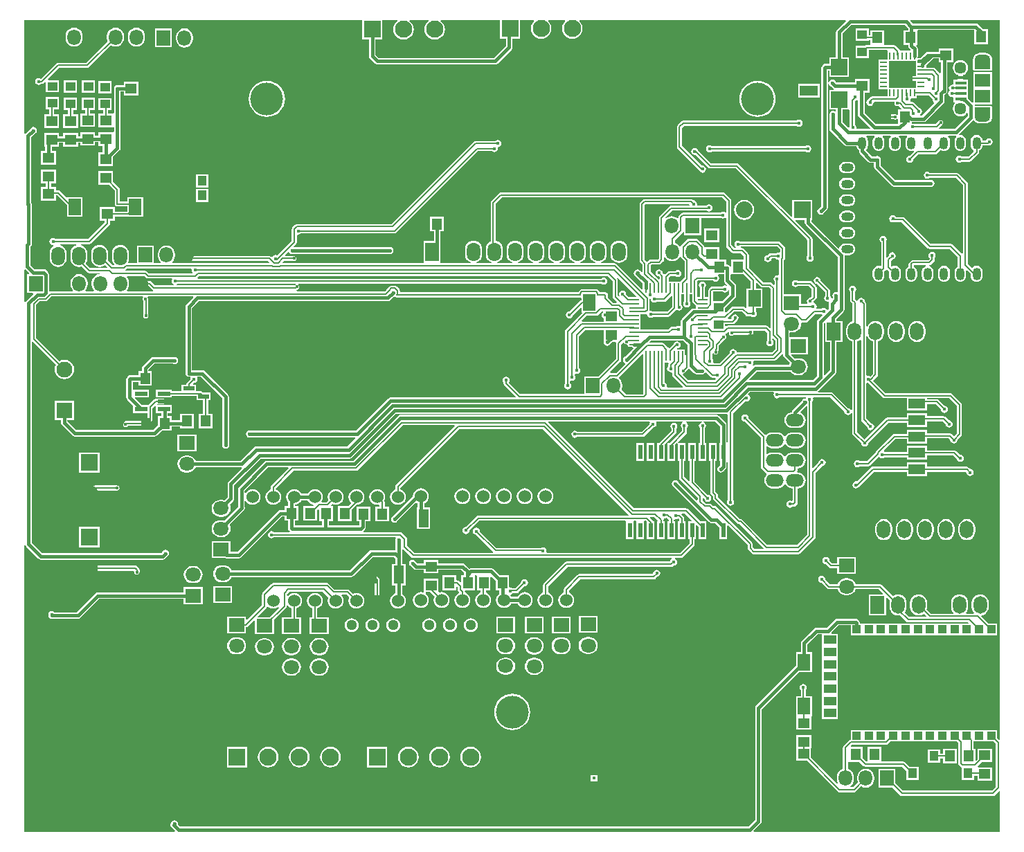
<source format=gtl>
G04*
G04 #@! TF.GenerationSoftware,Altium Limited,Altium Designer,18.1.6 (161)*
G04*
G04 Layer_Physical_Order=1*
G04 Layer_Color=255*
%FSTAX24Y24*%
%MOIN*%
G70*
G01*
G75*
%ADD11C,0.0080*%
%ADD23R,0.0150X0.0150*%
%ADD24R,0.0750X0.0590*%
%ADD25R,0.0530X0.0160*%
%ADD26R,0.0550X0.0500*%
%ADD27R,0.0870X0.0500*%
%ADD28R,0.0080X0.0340*%
%ADD29R,0.0340X0.0080*%
%ADD30R,0.0500X0.0550*%
%ADD31O,0.0400X0.0600*%
%ADD32O,0.0600X0.0400*%
%ADD33R,0.0472X0.0433*%
%ADD34R,0.0787X0.0787*%
%ADD35R,0.0787X0.0512*%
%ADD36R,0.0600X0.0210*%
%ADD37R,0.0520X0.0220*%
%ADD38R,0.0210X0.0710*%
%ADD39R,0.0500X0.0870*%
%ADD40R,0.0591X0.0787*%
%ADD41R,0.0070X0.0460*%
%ADD42R,0.0460X0.0070*%
%ADD43R,0.0433X0.0472*%
%ADD44R,0.0394X0.0394*%
%ADD45R,0.0600X0.0394*%
%ADD51R,0.1000X0.1000*%
%ADD65O,0.0750X0.0480*%
%ADD90C,0.0150*%
%ADD91C,0.0240*%
%ADD92C,0.0570*%
%ADD93O,0.0650X0.0750*%
%ADD94R,0.0650X0.0750*%
%ADD95O,0.0750X0.0650*%
%ADD96R,0.0750X0.0650*%
%ADD97R,0.0800X0.0800*%
%ADD98C,0.0800*%
%ADD99O,0.0860X0.0600*%
%ADD100C,0.0827*%
%ADD101R,0.0827X0.0827*%
%ADD102O,0.0650X0.0900*%
%ADD103R,0.0650X0.0900*%
%ADD104O,0.0650X0.0850*%
%ADD105R,0.0650X0.0850*%
%ADD106O,0.0650X0.0850*%
%ADD107R,0.0650X0.0850*%
%ADD108R,0.0827X0.0827*%
%ADD109C,0.0600*%
%ADD110C,0.0512*%
%ADD111C,0.0768*%
%ADD112R,0.0768X0.0768*%
%ADD113C,0.1575*%
%ADD114C,0.0177*%
%ADD115C,0.0240*%
G36*
X02302Y038326D02*
X023316D01*
Y037979D01*
X02274Y037402D01*
X017211D01*
X017044Y037569D01*
Y038286D01*
X017379D01*
Y039232D01*
X018083D01*
X0181Y039182D01*
X018034Y039131D01*
X017955Y039028D01*
X017905Y038908D01*
X017888Y03878D01*
X017905Y038651D01*
X017955Y038531D01*
X018034Y038428D01*
X018137Y038349D01*
X018257Y038299D01*
X018386Y038282D01*
X018515Y038299D01*
X018635Y038349D01*
X018738Y038428D01*
X018817Y038531D01*
X018867Y038651D01*
X018883Y03878D01*
X018867Y038908D01*
X018817Y039028D01*
X018738Y039131D01*
X018672Y039182D01*
X018689Y039232D01*
X019583D01*
X0196Y039182D01*
X019534Y039131D01*
X019455Y039028D01*
X019405Y038908D01*
X019388Y03878D01*
X019405Y038651D01*
X019455Y038531D01*
X019534Y038428D01*
X019637Y038349D01*
X019757Y038299D01*
X019886Y038282D01*
X020015Y038299D01*
X020135Y038349D01*
X020238Y038428D01*
X020317Y038531D01*
X020367Y038651D01*
X020383Y03878D01*
X020367Y038908D01*
X020317Y039028D01*
X020238Y039131D01*
X020172Y039182D01*
X020189Y039232D01*
X02302D01*
Y038326D01*
D02*
G37*
G36*
X047106Y004589D02*
X04706Y00457D01*
X04697Y00466D01*
Y005041D01*
X046429D01*
X046416Y005041D01*
X046379D01*
X046366Y005041D01*
X045826D01*
X045826Y005041D01*
X045789D01*
Y005041D01*
X045776Y005041D01*
X045235D01*
X045235Y005041D01*
X045198D01*
Y005041D01*
X045185Y005041D01*
X044658D01*
X044644Y005041D01*
X044608D01*
X044594Y005041D01*
X044067D01*
X044054Y005041D01*
X044017D01*
X044004Y005041D01*
X043476D01*
X043463Y005041D01*
X043426D01*
X043413Y005041D01*
X042886D01*
X042873Y005041D01*
X042836D01*
X042823Y005041D01*
X042295D01*
X042282Y005041D01*
X042245D01*
X042232Y005041D01*
X041705D01*
X041692Y005041D01*
Y005041D01*
X041655D01*
Y005041D01*
X041101D01*
Y005041D01*
X041064D01*
Y005041D01*
X040511D01*
Y005041D01*
X040474D01*
Y005041D01*
X03992D01*
Y004567D01*
X039882Y00456D01*
X039843Y004533D01*
X039577Y004268D01*
X03955Y004228D01*
X039541Y004181D01*
Y003154D01*
X039459Y00312D01*
X039375Y003055D01*
X03931Y002971D01*
X039269Y002872D01*
X039255Y002767D01*
Y002667D01*
X039269Y002561D01*
X039298Y002491D01*
X039255Y002463D01*
X038012Y003706D01*
Y004144D01*
X038022D01*
Y004804D01*
X037312D01*
Y004218D01*
X037302D01*
Y003558D01*
X037814D01*
X039293Y002079D01*
X039333Y002052D01*
X03938Y002043D01*
X040092D01*
X040139Y002052D01*
X040179Y002079D01*
X040424Y002324D01*
X040439Y002313D01*
X040538Y002272D01*
X040644Y002258D01*
X040749Y002272D01*
X040848Y002313D01*
X040932Y002378D01*
X040997Y002462D01*
X041038Y002561D01*
X041052Y002667D01*
Y002767D01*
X041038Y002872D01*
X040997Y002971D01*
X040932Y003055D01*
X040848Y00312D01*
X040749Y003161D01*
X040644Y003175D01*
X040538Y003161D01*
X040439Y00312D01*
X040355Y003055D01*
X04029Y002971D01*
X040249Y002872D01*
X040235Y002767D01*
Y002667D01*
X040249Y002561D01*
X040268Y002514D01*
X040042Y002288D01*
X039917D01*
X0399Y002338D01*
X039952Y002378D01*
X040017Y002462D01*
X040058Y002561D01*
X040072Y002667D01*
Y002767D01*
X040058Y002872D01*
X040017Y002971D01*
X039952Y003055D01*
X039868Y00312D01*
X039786Y003154D01*
Y003496D01*
X039833Y003503D01*
Y003503D01*
X040345D01*
X040539Y003309D01*
X040579Y003283D01*
X040626Y003273D01*
X0424D01*
X042597Y003076D01*
Y002637D01*
X04319D01*
Y003269D01*
X042751D01*
X042537Y003482D01*
X042498Y003509D01*
X042451Y003518D01*
X041393D01*
Y004213D01*
X040733D01*
Y003518D01*
X040676D01*
X040493Y003701D01*
Y004213D01*
X039934D01*
X039915Y004259D01*
X03998Y004325D01*
X041625D01*
X041671Y004334D01*
X041711Y00436D01*
X041838Y004487D01*
X042232D01*
X042245Y004487D01*
X042282D01*
X042295Y004487D01*
X042823D01*
X042836Y004487D01*
X042873D01*
X042886Y004487D01*
X043413D01*
X043426Y004487D01*
X043463D01*
X043476Y004487D01*
X044004D01*
X044017Y004487D01*
X044054D01*
X044067Y004487D01*
X044594D01*
X044608Y004487D01*
X044644D01*
X044658Y004487D01*
X045025D01*
X045093Y004419D01*
Y003443D01*
X045102Y003397D01*
X045129Y003357D01*
X045226Y00326D01*
X045255Y003241D01*
Y002637D01*
X045848D01*
Y00283D01*
X046023D01*
Y002583D01*
X046733D01*
Y003243D01*
X046052D01*
X046031Y003293D01*
X046221Y003483D01*
X046733D01*
Y004143D01*
X046023D01*
Y003631D01*
X045961Y00357D01*
X045915Y003589D01*
Y004135D01*
X045841D01*
Y004487D01*
X046366D01*
X046379Y004487D01*
X046416D01*
X046429Y004487D01*
X046797D01*
X046905Y004378D01*
Y002295D01*
X046721Y002111D01*
X042433D01*
X042059Y002485D01*
Y003172D01*
X041249D01*
Y002262D01*
X041936D01*
X042295Y001902D01*
X042335Y001875D01*
X042382Y001866D01*
X046772D01*
X046818Y001875D01*
X046858Y001902D01*
X04706Y002103D01*
X047106Y002084D01*
Y000138D01*
X035259D01*
X03524Y000184D01*
X035584Y000528D01*
X035618Y000579D01*
X03563Y00064D01*
Y006037D01*
X037427Y007833D01*
X038052D01*
Y008781D01*
X037835D01*
Y009147D01*
X038332Y009644D01*
X038537D01*
Y009126D01*
X038537Y009113D01*
Y009076D01*
X038537Y009063D01*
Y008536D01*
X038537Y008522D01*
Y008486D01*
X038537Y008472D01*
Y007945D01*
X038537Y007932D01*
Y007895D01*
X038537Y007882D01*
Y007354D01*
X038537Y007341D01*
Y007304D01*
X038537Y007291D01*
Y006764D01*
X038537Y006751D01*
Y006714D01*
X038537Y006701D01*
Y006173D01*
X038537Y00616D01*
Y006123D01*
X038537Y00611D01*
Y00557D01*
X039297D01*
Y00611D01*
X039297Y006123D01*
Y00616D01*
X039297Y006173D01*
Y006701D01*
X039297Y006714D01*
Y006751D01*
X039297Y006764D01*
Y007291D01*
X039297Y007304D01*
Y007341D01*
X039297Y007354D01*
Y007882D01*
X039297Y007895D01*
Y007932D01*
X039297Y007945D01*
Y008472D01*
X039297Y008486D01*
Y008522D01*
X039297Y008536D01*
Y009063D01*
X039297Y009076D01*
Y009113D01*
X039297Y009126D01*
Y009667D01*
X039002D01*
X038981Y009717D01*
X039343Y010078D01*
X03992D01*
Y009605D01*
X040461D01*
X040474Y009605D01*
X040511D01*
X040524Y009605D01*
X041051D01*
X041064Y009605D01*
X041101D01*
X041114Y009605D01*
X041642D01*
X041655Y009605D01*
X041692D01*
X041705Y009605D01*
X042232D01*
X042245Y009605D01*
X042282D01*
X042295Y009605D01*
X042823D01*
X042836Y009605D01*
X042873D01*
X042886Y009605D01*
X043413D01*
X043426Y009605D01*
X043463D01*
X043476Y009605D01*
X044004D01*
X044017Y009605D01*
X044054D01*
X044067Y009605D01*
X044594D01*
X044608Y009605D01*
X044644D01*
X044658Y009605D01*
X045185D01*
X045198Y009605D01*
X045235D01*
X045248Y009605D01*
X045789D01*
X045789Y009605D01*
X045826D01*
Y009605D01*
X045839Y009605D01*
X046379D01*
X046379Y009605D01*
X046416D01*
Y009605D01*
X046429Y009605D01*
X04697D01*
Y010159D01*
X046562D01*
X046205Y010516D01*
X046221Y010563D01*
X046259Y010568D01*
X046358Y010609D01*
X046442Y010674D01*
X046507Y010759D01*
X046548Y010857D01*
X046562Y010963D01*
Y011163D01*
X046548Y011269D01*
X046507Y011367D01*
X046442Y011452D01*
X046358Y011517D01*
X046259Y011558D01*
X046154Y011571D01*
X046048Y011558D01*
X045949Y011517D01*
X045865Y011452D01*
X0458Y011367D01*
X045759Y011269D01*
X045745Y011163D01*
Y010963D01*
X045759Y010857D01*
X0458Y010759D01*
X045855Y010687D01*
X045837Y010637D01*
X045482D01*
X045464Y010687D01*
X045519Y010759D01*
X04556Y010857D01*
X045574Y010963D01*
Y011163D01*
X04556Y011269D01*
X045519Y011367D01*
X045454Y011452D01*
X04537Y011517D01*
X045271Y011558D01*
X045165Y011571D01*
X04506Y011558D01*
X044961Y011517D01*
X044876Y011452D01*
X044812Y011367D01*
X044771Y011269D01*
X044757Y011163D01*
Y010963D01*
X044771Y010857D01*
X044812Y010759D01*
X044867Y010687D01*
X044849Y010637D01*
X043788D01*
X043579Y010846D01*
X043584Y010857D01*
X043597Y010963D01*
Y011163D01*
X043584Y011269D01*
X043543Y011367D01*
X043478Y011452D01*
X043393Y011517D01*
X043295Y011558D01*
X043189Y011571D01*
X043083Y011558D01*
X042985Y011517D01*
X0429Y011452D01*
X042835Y011367D01*
X042794Y011269D01*
X04278Y011163D01*
Y010963D01*
X042794Y010857D01*
X042835Y010759D01*
X0429Y010674D01*
X042985Y010609D01*
X043083Y010568D01*
X043189Y010554D01*
X043295Y010568D01*
X043393Y010609D01*
X043436Y010642D01*
X043556Y010523D01*
X043537Y010477D01*
X04274D01*
X042513Y010704D01*
X042555Y010759D01*
X042595Y010857D01*
X042609Y010963D01*
Y011163D01*
X042595Y011269D01*
X042555Y011367D01*
X04249Y011452D01*
X042405Y011517D01*
X042307Y011558D01*
X042201Y011571D01*
X042095Y011558D01*
X041997Y011517D01*
X041953Y011484D01*
X041408Y012029D01*
X041368Y012056D01*
X041321Y012065D01*
X040162D01*
X040128Y012147D01*
X040063Y012232D01*
X039979Y012297D01*
X03988Y012337D01*
X039774Y012351D01*
X039674D01*
X039569Y012337D01*
X03947Y012297D01*
X039386Y012232D01*
X039321Y012147D01*
X039287Y012065D01*
X038925D01*
X038695Y012295D01*
X038682Y012359D01*
X038645Y012415D01*
X038589Y012452D01*
X038524Y012465D01*
X038458Y012452D01*
X038402Y012415D01*
X038365Y012359D01*
X038352Y012293D01*
X038365Y012228D01*
X038402Y012172D01*
X038458Y012135D01*
X038522Y012122D01*
X038788Y011856D01*
X038827Y01183D01*
X038874Y01182D01*
X039287D01*
X039321Y011739D01*
X039386Y011654D01*
X03947Y011589D01*
X039569Y011548D01*
X039674Y011534D01*
X039774D01*
X03988Y011548D01*
X039979Y011589D01*
X040063Y011654D01*
X040128Y011739D01*
X040162Y01182D01*
X04127D01*
X041477Y011614D01*
X041457Y011568D01*
X040808D01*
Y010558D01*
X041618D01*
Y011408D01*
X041664Y011427D01*
X041811Y01128D01*
X041806Y011269D01*
X041792Y011163D01*
Y010963D01*
X041806Y010857D01*
X041847Y010759D01*
X041912Y010674D01*
X041997Y010609D01*
X042095Y010568D01*
X042201Y010554D01*
X042302Y010568D01*
X042603Y010268D01*
X042642Y010241D01*
X042689Y010232D01*
X045568D01*
X045586Y010209D01*
X045563Y010159D01*
X045248D01*
X045235Y010159D01*
X045198D01*
X045185Y010159D01*
X044658D01*
X044644Y010159D01*
X044608D01*
X044594Y010159D01*
X044067D01*
X044054Y010159D01*
X044017D01*
X044004Y010159D01*
X043476D01*
X043463Y010159D01*
X043426D01*
X043413Y010159D01*
X042886D01*
X042873Y010159D01*
X042836D01*
X042823Y010159D01*
X042295D01*
X042282Y010159D01*
X042245D01*
X042232Y010159D01*
X041705D01*
X041692Y010159D01*
X041655D01*
X041642Y010159D01*
X041114D01*
X041101Y010159D01*
X041064D01*
X041051Y010159D01*
X040524D01*
X040511Y010159D01*
X040474D01*
X040461Y010159D01*
X040355D01*
Y010202D01*
X040343Y010263D01*
X040309Y010314D01*
X040275Y010348D01*
X040223Y010382D01*
X040163Y010394D01*
X039277D01*
X039217Y010382D01*
X039166Y010348D01*
X038778Y00996D01*
X038266D01*
X038206Y009948D01*
X038155Y009914D01*
X037565Y009324D01*
X037531Y009273D01*
X037519Y009213D01*
Y008781D01*
X037302D01*
Y008155D01*
X035361Y006214D01*
X035326Y006163D01*
X035314Y006102D01*
Y000705D01*
X034994Y000384D01*
X007634D01*
X00753Y000489D01*
X007534Y000512D01*
X007521Y000578D01*
X007484Y000633D01*
X007428Y000671D01*
X007362Y000684D01*
X007296Y000671D01*
X007241Y000633D01*
X007203Y000578D01*
X007202Y000571D01*
X007177Y000533D01*
X007165Y000472D01*
X007177Y000412D01*
X007211Y000361D01*
X007388Y000184D01*
X007368Y000138D01*
X000138D01*
Y013924D01*
X000188Y013929D01*
X000189Y013926D01*
X000223Y013874D01*
X000808Y013289D01*
X000859Y013255D01*
X00092Y013243D01*
X006787D01*
X006847Y013255D01*
X006899Y013289D01*
X006994Y013384D01*
X006995Y013385D01*
X007051Y013422D01*
X007088Y013478D01*
X007101Y013543D01*
X007088Y013609D01*
X007051Y013665D01*
X006995Y013702D01*
X006929Y013715D01*
X006863Y013702D01*
X006808Y013665D01*
X00677Y013609D01*
X00677Y013608D01*
X006721Y013559D01*
X000985D01*
X000493Y014052D01*
X000493Y023727D01*
X000543Y023748D01*
X001656Y022634D01*
X00161Y022523D01*
X001594Y022402D01*
X00161Y02228D01*
X001657Y022168D01*
X001731Y022071D01*
X001828Y021996D01*
X001941Y02195D01*
X002062Y021934D01*
X002183Y02195D01*
X002296Y021996D01*
X002393Y022071D01*
X002467Y022168D01*
X002514Y02228D01*
X00253Y022402D01*
X002514Y022523D01*
X002467Y022636D01*
X002393Y022732D01*
X002296Y022807D01*
X002183Y022853D01*
X002062Y022869D01*
X001941Y022853D01*
X001829Y022807D01*
X000713Y023924D01*
Y02552D01*
X000881Y025688D01*
X001153D01*
X0012Y025697D01*
X001239Y025724D01*
X001435Y025919D01*
X001503D01*
X001509Y025918D01*
X001877D01*
X001882Y025919D01*
X002584D01*
X002589Y025918D01*
X002958D01*
X002963Y025919D01*
X003594D01*
X003599Y025918D01*
X003968D01*
X003973Y025919D01*
X004574D01*
X004579Y025918D01*
X004948D01*
X004953Y025919D01*
X005584D01*
X005589Y025918D01*
X005827D01*
X005853Y025868D01*
X005846Y025857D01*
X005837Y02581D01*
X005846Y025764D01*
X005862Y02574D01*
Y02498D01*
X005871Y024933D01*
X005898Y024894D01*
X005937Y024867D01*
X005984Y024858D01*
X006031Y024867D01*
X006071Y024894D01*
X006097Y024933D01*
X006107Y02498D01*
Y025785D01*
X006097Y025832D01*
X006073Y025869D01*
X006075Y02588D01*
X006094Y025919D01*
X00826D01*
X008279Y025873D01*
X007939Y025533D01*
X007905Y025482D01*
X007893Y025422D01*
Y022205D01*
X007905Y022144D01*
X007939Y022093D01*
X007991Y022059D01*
X008051Y022047D01*
X00812D01*
X008144Y022003D01*
X008138Y021995D01*
X008126Y021931D01*
X007967Y021771D01*
X00794Y021732D01*
X007931Y021685D01*
Y021667D01*
X007713D01*
Y021363D01*
X007227D01*
Y021425D01*
X006467D01*
Y021055D01*
X007227D01*
Y021118D01*
X008419D01*
Y020912D01*
X008736D01*
Y020276D01*
X008529D01*
Y019566D01*
X009189D01*
Y020276D01*
X008981D01*
Y020912D01*
X009099D01*
Y021292D01*
X008742D01*
X008707Y021327D01*
X008668Y021353D01*
X008621Y021363D01*
X008393D01*
Y021667D01*
X008274D01*
X008255Y021714D01*
X008299Y021758D01*
X008363Y02177D01*
X008419Y021808D01*
X008456Y021863D01*
X008469Y021929D01*
X008456Y021995D01*
X008451Y022003D01*
X008474Y022047D01*
X008645D01*
X009675Y021017D01*
Y018817D01*
X009674Y018816D01*
X009661Y01875D01*
X009674Y018684D01*
X009711Y018628D01*
X009767Y018591D01*
X009833Y018578D01*
X009898Y018591D01*
X009954Y018628D01*
X009991Y018684D01*
X010005Y01875D01*
X009991Y018816D01*
X009991Y018817D01*
Y021083D01*
X009979Y021143D01*
X009944Y021194D01*
X008822Y022316D01*
X008771Y022351D01*
X008711Y022363D01*
X008209D01*
Y025356D01*
X008541Y025688D01*
X017626D01*
X017687Y0257D01*
X017738Y025735D01*
X017915Y025912D01*
X01798Y025906D01*
X01798Y025905D01*
X01802Y025879D01*
X018067Y02587D01*
X026908D01*
X026909Y02587D01*
X026948Y025838D01*
Y025745D01*
X026937Y025743D01*
X026897Y025716D01*
X026385Y025204D01*
X026378Y025206D01*
X026312Y025193D01*
X026256Y025155D01*
X026219Y0251D01*
X026206Y025034D01*
X026219Y024968D01*
X026256Y024912D01*
X026312Y024875D01*
X026378Y024862D01*
X026444Y024875D01*
X026499Y024912D01*
X026537Y024968D01*
X026547Y02502D01*
X026901Y025374D01*
X026948Y025355D01*
Y025156D01*
X026965D01*
X026984Y02511D01*
X026201Y024327D01*
X026174Y024287D01*
X026165Y02424D01*
Y021717D01*
X02614Y02168D01*
X026127Y021614D01*
X02614Y021548D01*
X026178Y021493D01*
X026233Y021455D01*
X026299Y021442D01*
X026365Y021455D01*
X026421Y021493D01*
X026458Y021548D01*
X026471Y021614D01*
X026458Y02168D01*
X026421Y021736D01*
X02641Y021743D01*
Y021827D01*
X02646Y021863D01*
X026496Y021856D01*
X026562Y021869D01*
X026618Y021906D01*
X026655Y021962D01*
X026668Y022028D01*
X026655Y022093D01*
X026631Y022128D01*
X026639Y022165D01*
X026688Y022197D01*
X026722Y02219D01*
X026788Y022203D01*
X026844Y022241D01*
X026881Y022296D01*
X026894Y022362D01*
X026881Y022428D01*
X026845Y022483D01*
Y02401D01*
X027137Y024303D01*
X028031D01*
Y023774D01*
X028018Y023712D01*
X028032Y023646D01*
X028069Y02359D01*
X028125Y023553D01*
X02819Y02354D01*
X028256Y023553D01*
X028312Y02359D01*
X028349Y023646D01*
X028349Y023647D01*
X028427Y023725D01*
X028589D01*
X028622Y023675D01*
X028618Y023652D01*
Y022907D01*
X02778Y022069D01*
X027093D01*
Y021223D01*
X024009D01*
X023458Y021774D01*
X023486Y021814D01*
X023499Y02188D01*
X023486Y021946D01*
X023448Y022001D01*
X023393Y022039D01*
X023327Y022052D01*
X023261Y022039D01*
X023205Y022001D01*
X023168Y021946D01*
X023155Y02188D01*
X023168Y021814D01*
X023204Y02176D01*
Y021732D01*
X023214Y021685D01*
X02324Y021646D01*
X023791Y021095D01*
X023772Y021049D01*
X017769D01*
X017709Y021037D01*
X017658Y021002D01*
X016105Y019449D01*
X011041D01*
X01104Y01945D01*
X010974Y019463D01*
X010909Y01945D01*
X010853Y019413D01*
X010816Y019357D01*
X010803Y019291D01*
X010816Y019226D01*
X010853Y01917D01*
X010909Y019133D01*
X010974Y019119D01*
X01104Y019133D01*
X011041Y019133D01*
X016048D01*
X016068Y019087D01*
X015682Y018701D01*
X011297D01*
X011237Y018689D01*
X011186Y018655D01*
X010537Y018006D01*
X008381D01*
X008362Y018053D01*
X008297Y018137D01*
X008213Y018202D01*
X008114Y018243D01*
X008008Y018257D01*
X007908D01*
X007803Y018243D01*
X007704Y018202D01*
X00762Y018137D01*
X007555Y018053D01*
X007514Y017954D01*
X0075Y017848D01*
X007514Y017743D01*
X007555Y017644D01*
X00762Y017559D01*
X007704Y017494D01*
X007803Y017454D01*
X007908Y01744D01*
X008008D01*
X008114Y017454D01*
X008213Y017494D01*
X008297Y017559D01*
X008362Y017644D01*
X008381Y01769D01*
X010585D01*
X010607Y017645D01*
X010608Y017642D01*
X009967Y017002D01*
X009933Y01695D01*
X009921Y01689D01*
Y016252D01*
X009773Y016104D01*
X009762Y016109D01*
X009656Y016123D01*
X009556D01*
X009451Y016109D01*
X009352Y016068D01*
X009267Y016003D01*
X009203Y015919D01*
X009162Y01582D01*
X009148Y015714D01*
X009162Y015609D01*
X009203Y01551D01*
X009267Y015426D01*
X009352Y015361D01*
X009451Y01532D01*
X009556Y015306D01*
X009656D01*
X009762Y01532D01*
X009861Y015361D01*
X009945Y015426D01*
X01001Y01551D01*
X010051Y015609D01*
X010065Y015714D01*
X010051Y01582D01*
X010017Y015902D01*
X01019Y016075D01*
X010225Y016126D01*
X010237Y016187D01*
Y016824D01*
X011522Y01811D01*
X015797D01*
X015857Y018122D01*
X015909Y018156D01*
X018025Y020273D01*
X033945D01*
X033963Y020276D01*
X034013Y020235D01*
Y018906D01*
X033963Y018877D01*
X033947Y018887D01*
X033943Y018892D01*
Y019738D01*
X033931Y019799D01*
X033897Y01985D01*
X033576Y020171D01*
X033525Y020205D01*
X033465Y020217D01*
X018238D01*
X018178Y020205D01*
X018126Y020171D01*
X015958Y018003D01*
X011801D01*
X011741Y01799D01*
X011689Y017956D01*
X010474Y016741D01*
X01044Y016689D01*
X010428Y016629D01*
Y015779D01*
X009773Y015124D01*
X009762Y015129D01*
X009656Y015143D01*
X009556D01*
X009451Y015129D01*
X009352Y015088D01*
X009267Y015023D01*
X009203Y014939D01*
X009162Y01484D01*
X009148Y014734D01*
X009162Y014629D01*
X009203Y01453D01*
X009267Y014446D01*
X009352Y014381D01*
X009451Y01434D01*
X009556Y014326D01*
X009656D01*
X009762Y01434D01*
X009861Y014381D01*
X009945Y014446D01*
X01001Y01453D01*
X010051Y014629D01*
X010065Y014734D01*
X010051Y01484D01*
X010017Y014922D01*
X010712Y015617D01*
X010746Y015668D01*
X010758Y015728D01*
X010746Y015789D01*
X010744Y015793D01*
Y016045D01*
X010753Y01605D01*
X010794Y016058D01*
X010847Y015989D01*
X010926Y015928D01*
X011019Y01589D01*
X011118Y015877D01*
X011217Y01589D01*
X01131Y015928D01*
X011389Y015989D01*
X01145Y016068D01*
X011488Y016161D01*
X011501Y01626D01*
X011488Y016359D01*
X01145Y016451D01*
X011389Y016531D01*
X01131Y016592D01*
X011217Y01663D01*
X011118Y016643D01*
X011019Y01663D01*
X010926Y016592D01*
X010847Y016531D01*
X010794Y016461D01*
X010753Y01647D01*
X010744Y016474D01*
Y016563D01*
X011867Y017686D01*
X012842D01*
X012861Y01764D01*
X012032Y016811D01*
X012005Y016771D01*
X011996Y016724D01*
Y01662D01*
X011926Y016592D01*
X011847Y016531D01*
X011786Y016451D01*
X011748Y016359D01*
X011735Y01626D01*
X011748Y016161D01*
X011786Y016068D01*
X011847Y015989D01*
X011926Y015928D01*
X012019Y01589D01*
X012118Y015877D01*
X012217Y01589D01*
X01231Y015928D01*
X012389Y015989D01*
X01245Y016068D01*
X012488Y016161D01*
X012501Y01626D01*
X012488Y016359D01*
X01245Y016451D01*
X012389Y016531D01*
X01231Y016592D01*
X01224Y01662D01*
Y016674D01*
X013094Y017527D01*
X016104D01*
X016151Y017536D01*
X016191Y017563D01*
X018348Y01972D01*
X02084D01*
X020859Y019674D01*
X018032Y016846D01*
X018005Y016807D01*
X017996Y01676D01*
Y01662D01*
X017926Y016592D01*
X017847Y016531D01*
X017786Y016451D01*
X017748Y016359D01*
X017735Y01626D01*
X017748Y016161D01*
X017786Y016068D01*
X017847Y015989D01*
X017926Y015928D01*
X018019Y01589D01*
X018118Y015877D01*
X018217Y01589D01*
X01831Y015928D01*
X018389Y015989D01*
X01845Y016068D01*
X018488Y016161D01*
X018501Y01626D01*
X018488Y016359D01*
X01845Y016451D01*
X018389Y016531D01*
X01831Y016592D01*
X01824Y01662D01*
Y016709D01*
X021064Y019533D01*
X0251D01*
X029228Y015405D01*
X029209Y015359D01*
X021988D01*
X021941Y015349D01*
X021902Y015323D01*
X021396Y014817D01*
X021332Y014804D01*
X021276Y014767D01*
X021239Y014711D01*
X021226Y014646D01*
X021239Y01458D01*
X021276Y014524D01*
X021332Y014487D01*
X021398Y014474D01*
X021463Y014487D01*
X021519Y014524D01*
X021556Y01458D01*
X021569Y014644D01*
X022039Y015114D01*
X02906D01*
X0291Y01509D01*
X0291Y015064D01*
Y01422D01*
X02947D01*
Y015064D01*
X02947Y01509D01*
X029511Y015114D01*
X02956D01*
X0296Y01509D01*
X0296Y015064D01*
Y01422D01*
X02997D01*
Y015064D01*
X02997Y01509D01*
X030011Y015114D01*
X030048D01*
X0301Y015061D01*
Y01422D01*
X03047D01*
Y01509D01*
X030405D01*
X030382Y015126D01*
X030253Y015255D01*
X030272Y015301D01*
X030461D01*
X030622Y01514D01*
X030601Y01509D01*
X0306D01*
Y01422D01*
X03097D01*
Y01509D01*
X030908D01*
Y01515D01*
X030904Y015167D01*
X030931Y015209D01*
X030942Y015214D01*
X030998Y015225D01*
X031053Y015262D01*
X031062D01*
X031163Y01516D01*
Y01509D01*
X0311D01*
Y01422D01*
X03147D01*
Y01509D01*
X031408D01*
Y015157D01*
X031416Y015166D01*
X031458Y015192D01*
X031506Y015182D01*
X031572Y015196D01*
X031622Y015229D01*
X031663Y015188D01*
Y01509D01*
X0316D01*
Y01422D01*
X03197D01*
Y01509D01*
X031908D01*
Y015239D01*
X031898Y015285D01*
X031872Y015325D01*
X031777Y01542D01*
X031798Y01547D01*
X031945D01*
X032278Y015137D01*
X032259Y01509D01*
X0321D01*
Y01422D01*
X032163D01*
Y014029D01*
X031709Y013575D01*
X025309D01*
X025273Y013625D01*
X02528Y013661D01*
X025267Y013727D01*
X02523Y013783D01*
X025174Y01382D01*
X025108Y013833D01*
X025042Y01382D01*
X025017Y013803D01*
X022875D01*
X022071Y014608D01*
X022058Y014672D01*
X022021Y014728D01*
X021965Y014765D01*
X0219Y014778D01*
X021834Y014765D01*
X021778Y014728D01*
X021741Y014672D01*
X021728Y014606D01*
X021741Y014541D01*
X021778Y014485D01*
X021834Y014447D01*
X021898Y014435D01*
X022708Y013625D01*
X022687Y013575D01*
X018901D01*
X018557Y013919D01*
Y014232D01*
X018548Y014279D01*
X018522Y014319D01*
X018315Y014525D01*
X018275Y014552D01*
X018228Y014561D01*
X016473D01*
X016458Y014611D01*
X01646Y014613D01*
X016497Y014669D01*
X016498Y01467D01*
X016529Y014701D01*
X016563Y014753D01*
X016575Y014813D01*
Y015078D01*
X016792D01*
Y015788D01*
X016132D01*
Y015078D01*
X016259D01*
Y014892D01*
X014794D01*
Y015107D01*
X014981D01*
Y015817D01*
X014914D01*
X014895Y015864D01*
X01495Y015918D01*
X015019Y01589D01*
X015118Y015877D01*
X015217Y01589D01*
X01531Y015928D01*
X015389Y015989D01*
X01545Y016068D01*
X015488Y016161D01*
X015501Y01626D01*
X015488Y016359D01*
X01545Y016451D01*
X015389Y016531D01*
X01531Y016592D01*
X015217Y01663D01*
X015118Y016643D01*
X015019Y01663D01*
X014926Y016592D01*
X014847Y016531D01*
X014786Y016451D01*
X014748Y016359D01*
X014735Y01626D01*
X014748Y016161D01*
X014777Y016091D01*
X014693Y016008D01*
X014461D01*
X014438Y016053D01*
X01445Y016068D01*
X014488Y016161D01*
X014501Y01626D01*
X014488Y016359D01*
X01445Y016451D01*
X014389Y016531D01*
X01431Y016592D01*
X014217Y01663D01*
X014118Y016643D01*
X014019Y01663D01*
X013926Y016592D01*
X013847Y016531D01*
X013786Y016451D01*
X013772Y016418D01*
X013464D01*
X01345Y016451D01*
X013389Y016531D01*
X01331Y016592D01*
X013217Y01663D01*
X013118Y016643D01*
X013019Y01663D01*
X012926Y016592D01*
X012847Y016531D01*
X012786Y016451D01*
X012748Y016359D01*
X012735Y01626D01*
X012748Y016161D01*
X012786Y016068D01*
X012834Y016006D01*
Y015827D01*
X012662D01*
Y01563D01*
X01248D01*
X01242Y015618D01*
X012369Y015584D01*
X010407Y013623D01*
X010061D01*
Y014129D01*
X009151D01*
Y013319D01*
X009804D01*
X009806Y013319D01*
X009866Y013307D01*
X010472D01*
X010533Y013319D01*
X010584Y013353D01*
X012546Y015314D01*
X012662D01*
Y015117D01*
X012834D01*
Y014764D01*
X012846Y014703D01*
X01288Y014652D01*
X01291Y014623D01*
X012927Y014611D01*
X012912Y014561D01*
X012158D01*
X012103Y014598D01*
X012037Y014611D01*
X011972Y014598D01*
X011916Y014561D01*
X011879Y014505D01*
X011866Y014439D01*
X011879Y014373D01*
X011916Y014317D01*
X011972Y01428D01*
X012037Y014267D01*
X012103Y01428D01*
X012158Y014317D01*
X017989D01*
X018016Y014267D01*
X018011Y014259D01*
X017998Y014193D01*
X018011Y014128D01*
X018012Y014126D01*
Y013699D01*
X018002Y013692D01*
X01685D01*
X01679Y013679D01*
X016739Y013645D01*
X015811Y012717D01*
X010108D01*
X010089Y012763D01*
X010024Y012848D01*
X009939Y012913D01*
X009841Y012954D01*
X009735Y012968D01*
X009635D01*
X009529Y012954D01*
X009431Y012913D01*
X009346Y012848D01*
X009281Y012763D01*
X00924Y012665D01*
X009227Y012559D01*
X00924Y012453D01*
X009281Y012355D01*
X009346Y01227D01*
X009431Y012205D01*
X009529Y012164D01*
X009635Y012151D01*
X009735D01*
X009841Y012164D01*
X009939Y012205D01*
X010024Y01227D01*
X010089Y012355D01*
X010108Y012401D01*
X015876D01*
X015936Y012413D01*
X015988Y012447D01*
X016916Y013375D01*
X017937D01*
X018012Y0133D01*
Y013035D01*
X01784D01*
Y012005D01*
X018012D01*
Y011627D01*
X017926Y011592D01*
X017847Y011531D01*
X017786Y011451D01*
X017748Y011359D01*
X017735Y01126D01*
X017748Y011161D01*
X017786Y011068D01*
X017847Y010989D01*
X017926Y010928D01*
X018019Y01089D01*
X018118Y010877D01*
X018217Y01089D01*
X01831Y010928D01*
X018389Y010989D01*
X01845Y011068D01*
X018488Y011161D01*
X018501Y01126D01*
X018488Y011359D01*
X01845Y011451D01*
X018389Y011531D01*
X018328Y011578D01*
Y012005D01*
X0185D01*
Y013035D01*
X018328D01*
Y013366D01*
Y013732D01*
X018378Y013752D01*
X018764Y013366D01*
X018803Y01334D01*
X01885Y01333D01*
X031295D01*
X03131Y01328D01*
X031266Y013251D01*
X031229Y013196D01*
X031219Y013144D01*
X02623D01*
X026183Y013135D01*
X026144Y013108D01*
X025142Y012106D01*
X025115Y012067D01*
X025106Y01202D01*
Y01166D01*
X025037Y011631D01*
X024957Y01157D01*
X024896Y011491D01*
X024858Y011398D01*
X024845Y011299D01*
X024858Y0112D01*
X024896Y011108D01*
X024957Y011028D01*
X025037Y010967D01*
X025129Y010929D01*
X025228Y010916D01*
X025328Y010929D01*
X02542Y010967D01*
X025499Y011028D01*
X02556Y011108D01*
X025599Y0112D01*
X025612Y011299D01*
X025599Y011398D01*
X02556Y011491D01*
X025499Y01157D01*
X02542Y011631D01*
X025351Y01166D01*
Y011969D01*
X026281Y012899D01*
X03128D01*
X031326Y012909D01*
X031366Y012935D01*
X031389Y012958D01*
X031454Y012971D01*
X031509Y013008D01*
X031547Y013064D01*
X03156Y01313D01*
X031547Y013196D01*
X031509Y013251D01*
X031466Y01328D01*
X03148Y01333D01*
X03176D01*
X031807Y01334D01*
X031846Y013366D01*
X032372Y013892D01*
X032398Y013932D01*
X032408Y013978D01*
Y01422D01*
X03247D01*
Y014879D01*
X032517Y014898D01*
X0326Y014814D01*
Y01422D01*
X03297D01*
Y01509D01*
X03267D01*
X032082Y015679D01*
X032042Y015705D01*
X031995Y015715D01*
X030846D01*
X030836Y015713D01*
X029492D01*
X02535Y019855D01*
X02537Y019901D01*
X030223D01*
X03025Y019851D01*
X030242Y019839D01*
X030229Y019775D01*
X029858Y019404D01*
X026764D01*
X026709Y01944D01*
X026644Y019453D01*
X026578Y01944D01*
X026522Y019403D01*
X026485Y019347D01*
X026472Y019282D01*
X026485Y019216D01*
X026522Y01916D01*
X026578Y019123D01*
X026644Y01911D01*
X026709Y019123D01*
X026764Y019159D01*
X029909D01*
X029956Y019168D01*
X029995Y019195D01*
X030402Y019602D01*
X030467Y019615D01*
X030523Y019652D01*
X03056Y019708D01*
X030573Y019774D01*
X03056Y019839D01*
X030552Y019851D01*
X030579Y019901D01*
X031809D01*
X031814Y019893D01*
X031801Y019825D01*
X031788Y019816D01*
X031751Y019761D01*
X031738Y019695D01*
X031751Y019629D01*
X031787Y019575D01*
Y01944D01*
X031199Y018852D01*
X031198Y01885D01*
X0311D01*
Y01798D01*
X03147D01*
Y018778D01*
X031556Y018863D01*
X0316Y018837D01*
Y01798D01*
X031663D01*
Y017171D01*
X031672Y017124D01*
X031699Y017085D01*
X032549Y016235D01*
Y016116D01*
X032503Y016097D01*
X031635Y016964D01*
X031635Y016965D01*
X031598Y017021D01*
X031542Y017058D01*
X031476Y017071D01*
X031411Y017058D01*
X031355Y017021D01*
X031318Y016965D01*
X031304Y0169D01*
X031318Y016834D01*
X031355Y016778D01*
X031411Y016741D01*
X031412Y016741D01*
X033099Y015054D01*
X03315Y015019D01*
X033211Y015007D01*
X033389D01*
X0336Y014796D01*
Y01422D01*
X03397D01*
Y014862D01*
X034017Y014881D01*
X034963Y013934D01*
Y013792D01*
X034973Y013746D01*
X034999Y013706D01*
X03516Y013545D01*
X035199Y013519D01*
X035246Y01351D01*
X037411D01*
X037458Y013519D01*
X037498Y013545D01*
X038189Y014237D01*
X038216Y014277D01*
X038225Y014323D01*
Y017422D01*
X038545Y017742D01*
X038609Y017755D01*
X038665Y017792D01*
X038702Y017848D01*
X038715Y017913D01*
X038702Y017979D01*
X038665Y018035D01*
X038609Y018072D01*
X038543Y018085D01*
X038478Y018072D01*
X038422Y018035D01*
X038385Y017979D01*
X038372Y017915D01*
X038111Y017655D01*
X038065Y017674D01*
Y020834D01*
X038102Y020889D01*
X038115Y020955D01*
X038104Y021009D01*
X038132Y021059D01*
X038936D01*
X039613Y020381D01*
X039612Y020374D01*
X039625Y020308D01*
X039662Y020252D01*
X039718Y020215D01*
X039783Y020202D01*
X039849Y020215D01*
X039905Y020252D01*
X039938Y020302D01*
X039964Y020301D01*
X039988Y020293D01*
Y019339D01*
X039997Y019292D01*
X040024Y019252D01*
X040419Y018857D01*
X040432Y018792D01*
X040469Y018737D01*
X040525Y018699D01*
X040591Y018686D01*
X040656Y018699D01*
X040712Y018737D01*
X040749Y018792D01*
X040762Y018857D01*
X041744Y019838D01*
X042637D01*
Y019625D01*
X043584D01*
Y019907D01*
X044349D01*
X044484Y019772D01*
X044497Y019708D01*
X044534Y019652D01*
X04459Y019615D01*
X044656Y019602D01*
X044721Y019615D01*
X044777Y019652D01*
X044814Y019708D01*
X044827Y019774D01*
X044814Y019839D01*
X044777Y019895D01*
X044721Y019932D01*
X044657Y019945D01*
X044486Y020116D01*
X044446Y020143D01*
X0444Y020152D01*
X043584D01*
Y020297D01*
X042637D01*
Y020083D01*
X041693D01*
X041646Y020074D01*
X041606Y020047D01*
X040591Y019031D01*
X040233Y019389D01*
Y023745D01*
X040314Y023779D01*
X040383Y023831D01*
X040433Y02381D01*
Y019986D01*
X040442Y019939D01*
X040469Y0199D01*
X040707Y019661D01*
X040704Y019646D01*
X040717Y01958D01*
X040754Y019524D01*
X04081Y019487D01*
X040876Y019474D01*
X040942Y019487D01*
X040998Y019524D01*
X041035Y01958D01*
X041048Y019646D01*
X041035Y019711D01*
X040998Y019767D01*
X040942Y019804D01*
X040902Y019812D01*
X040678Y020037D01*
Y021731D01*
X040728Y021765D01*
X040766Y021758D01*
X041467Y021057D01*
X041507Y02103D01*
X041554Y021021D01*
X042637D01*
Y020412D01*
X043584D01*
Y020724D01*
X044014D01*
X044258Y020481D01*
X04427Y020417D01*
X044308Y020361D01*
X044363Y020323D01*
X044429Y02031D01*
X044495Y020323D01*
X044551Y020361D01*
X044588Y020417D01*
X044601Y020482D01*
X044588Y020548D01*
X044551Y020604D01*
X044495Y020641D01*
X044431Y020654D01*
X044151Y020933D01*
X044112Y020959D01*
X044065Y020969D01*
X043584D01*
Y021021D01*
X044672D01*
X045036Y020657D01*
Y019333D01*
X044882Y019179D01*
X044772Y019289D01*
X044732Y019316D01*
X044685Y019325D01*
X043584D01*
Y019509D01*
X042637D01*
Y019296D01*
X042018D01*
X041971Y019286D01*
X041932Y01926D01*
X041142Y01847D01*
X041115Y01843D01*
X041106Y018384D01*
Y018374D01*
X040713Y017981D01*
X040362D01*
X040308Y018017D01*
X040242Y01803D01*
X040176Y018017D01*
X040121Y01798D01*
X040083Y017924D01*
X04007Y017858D01*
X040083Y017792D01*
X040121Y017737D01*
X040176Y017699D01*
X040242Y017686D01*
X040308Y017699D01*
X040362Y017736D01*
X040764D01*
X040811Y017745D01*
X04085Y017772D01*
X041263Y018185D01*
X041313Y01818D01*
X041315Y018176D01*
X041371Y018138D01*
X041437Y018125D01*
X041503Y018138D01*
X041557Y018175D01*
X042637D01*
Y01805D01*
X043584D01*
Y018263D01*
X044861D01*
X04503Y018094D01*
X045038Y018054D01*
X045075Y017999D01*
X045131Y017961D01*
X045197Y017948D01*
X045263Y017961D01*
X045318Y017999D01*
X045356Y018054D01*
X045369Y01812D01*
X045356Y018186D01*
X045318Y018242D01*
X045263Y018279D01*
X045197Y018292D01*
X045181Y018289D01*
X044998Y018472D01*
X044958Y018499D01*
X044911Y018508D01*
X043584D01*
Y018722D01*
X042637D01*
Y01842D01*
X041557D01*
X041528Y018439D01*
X041518Y0185D01*
X042069Y019051D01*
X042637D01*
Y018837D01*
X043584D01*
Y01908D01*
X044634D01*
X04471Y019004D01*
X044723Y01894D01*
X04476Y018884D01*
X044816Y018847D01*
X044882Y018834D01*
X044948Y018847D01*
X045003Y018884D01*
X045041Y01894D01*
X045053Y019004D01*
X045245Y019196D01*
X045271Y019235D01*
X04528Y019282D01*
Y020708D01*
X045271Y020755D01*
X045245Y020795D01*
X04481Y02123D01*
X04477Y021256D01*
X044723Y021265D01*
X041604D01*
X041004Y021866D01*
X041197Y022059D01*
X041223Y022098D01*
X041233Y022145D01*
Y023745D01*
X041314Y023779D01*
X041399Y023843D01*
X041464Y023928D01*
X041505Y024027D01*
X041519Y024132D01*
Y024332D01*
X041505Y024438D01*
X041464Y024537D01*
X041399Y024621D01*
X041314Y024686D01*
X041216Y024727D01*
X04111Y024741D01*
X041005Y024727D01*
X040906Y024686D01*
X040821Y024621D01*
X040756Y024537D01*
X040728Y024467D01*
X040678Y024477D01*
Y025551D01*
X040668Y025598D01*
X040642Y025637D01*
X040595Y025684D01*
X040582Y025749D01*
X040545Y025804D01*
X040489Y025842D01*
X040423Y025855D01*
X040357Y025842D01*
X040302Y025804D01*
X040264Y025749D01*
X040259Y025723D01*
X040241Y025714D01*
X040206Y02571D01*
X040132Y025783D01*
Y026149D01*
X040169Y026204D01*
X040182Y02627D01*
X040169Y026335D01*
X040131Y026391D01*
X040076Y026428D01*
X04001Y026442D01*
X039944Y026428D01*
X039888Y026391D01*
X039851Y026335D01*
X039838Y02627D01*
X039851Y026204D01*
X039887Y026149D01*
Y025732D01*
X039897Y025685D01*
X039923Y025646D01*
X040006Y025563D01*
Y024727D01*
X040005Y024727D01*
X039906Y024686D01*
X039821Y024621D01*
X039756Y024537D01*
X039716Y024438D01*
X039702Y024332D01*
Y024132D01*
X039716Y024027D01*
X039756Y023928D01*
X039821Y023843D01*
X039906Y023779D01*
X039988Y023745D01*
Y020455D01*
X039964Y020447D01*
X039938Y020446D01*
X039905Y020496D01*
X039849Y020533D01*
X039797Y020543D01*
X039073Y021268D01*
X039033Y021294D01*
X038986Y021303D01*
X038351D01*
X038336Y021353D01*
X038353Y021365D01*
X039187Y022199D01*
X039221Y02225D01*
X039233Y02231D01*
Y023727D01*
X039515D01*
Y024737D01*
X039233D01*
Y024835D01*
X039568Y02517D01*
X039602Y025221D01*
X039614Y025281D01*
Y027861D01*
X039639Y027894D01*
X03966Y027907D01*
X039848D01*
X039921Y027916D01*
X039989Y027944D01*
X040048Y027989D01*
X040093Y028048D01*
X040121Y028116D01*
X04013Y028189D01*
X040121Y028262D01*
X040093Y02833D01*
X040048Y028389D01*
X039989Y028434D01*
X039921Y028462D01*
X039848Y028471D01*
X039648D01*
X039575Y028462D01*
X039507Y028434D01*
X039448Y028389D01*
X039403Y02833D01*
X039375Y028262D01*
X039373Y028248D01*
X039326Y028232D01*
X038019Y02954D01*
Y029609D01*
X038061D01*
Y030569D01*
X037101D01*
Y029781D01*
X037054Y029762D01*
X03453Y032287D01*
X03449Y032314D01*
X034443Y032323D01*
X033206D01*
X032573Y032956D01*
X03257Y032969D01*
X032533Y033025D01*
X032477Y033062D01*
X032411Y033075D01*
X032346Y033062D01*
X03229Y033025D01*
X032253Y032969D01*
X03224Y032904D01*
X032253Y032838D01*
X03229Y032782D01*
X032346Y032745D01*
X032411Y032732D01*
X032445Y032738D01*
X033069Y032114D01*
X033109Y032087D01*
X033155Y032078D01*
X034393D01*
X03784Y02863D01*
Y027886D01*
X037804Y027832D01*
X037791Y027766D01*
X037804Y0277D01*
X037841Y027644D01*
X037897Y027607D01*
X037963Y027594D01*
X038028Y027607D01*
X038084Y027644D01*
X038121Y0277D01*
X038134Y027766D01*
X038121Y027832D01*
X038085Y027886D01*
Y028681D01*
X038076Y028728D01*
X038049Y028768D01*
X037254Y029562D01*
X037273Y029609D01*
X037703D01*
Y029474D01*
X037715Y029414D01*
X037749Y029363D01*
X039298Y027813D01*
Y026166D01*
X039248Y026129D01*
X039213Y026136D01*
X039147Y026123D01*
X039091Y026086D01*
X039054Y02603D01*
X039041Y025965D01*
X039054Y025899D01*
X039055Y025898D01*
Y025835D01*
X039027Y025813D01*
X038984Y025835D01*
X038981Y025837D01*
X038968Y025902D01*
X038931Y025957D01*
Y026181D01*
X038922Y026228D01*
X038896Y026268D01*
X038479Y026685D01*
X038466Y026749D01*
X038429Y026805D01*
X038373Y026842D01*
X038307Y026855D01*
X038241Y026842D01*
X038186Y026805D01*
X038148Y026749D01*
X038135Y026683D01*
X038148Y026617D01*
X038186Y026562D01*
X038241Y026524D01*
X038306Y026511D01*
X038687Y02613D01*
Y025957D01*
X03865Y025902D01*
X038637Y025837D01*
X03865Y025771D01*
X038688Y025715D01*
X038743Y025678D01*
X038809Y025665D01*
X038842Y025671D01*
X038858Y025657D01*
X038878Y025627D01*
X038868Y025576D01*
Y025312D01*
X038826Y02527D01*
X038768Y025282D01*
X038744Y025318D01*
X038688Y025356D01*
X038622Y025369D01*
X038556Y025356D01*
X038502Y025319D01*
X038295D01*
X038268Y02536D01*
X038269Y025369D01*
X038282Y025433D01*
X038269Y025499D01*
X038232Y025555D01*
X038176Y025592D01*
X038171Y025593D01*
X038138Y02565D01*
X038144Y025681D01*
X038246Y025783D01*
X038272Y025823D01*
X038282Y02587D01*
Y026339D01*
X038272Y026386D01*
X038246Y026426D01*
X03805Y026622D01*
X03801Y026648D01*
X037963Y026658D01*
X037384D01*
X03733Y026694D01*
X037264Y026707D01*
X037198Y026694D01*
X037142Y026657D01*
X037105Y026601D01*
X037092Y026535D01*
X037105Y02647D01*
X037142Y026414D01*
X037198Y026377D01*
X037264Y026364D01*
X03733Y026377D01*
X037384Y026413D01*
X037913D01*
X038037Y026289D01*
Y025921D01*
X037971Y025855D01*
X037907Y025842D01*
X037851Y025804D01*
X037814Y025749D01*
X037801Y025683D01*
X037814Y025617D01*
X037821Y025605D01*
X037795Y025555D01*
X037532D01*
Y026015D01*
X036704D01*
Y026642D01*
X036709Y026666D01*
Y026838D01*
X036704Y026862D01*
Y027663D01*
X036724Y027683D01*
X036751Y027722D01*
X03676Y027769D01*
Y02823D01*
X036751Y028277D01*
X036724Y028316D01*
X036519Y028522D01*
X036479Y028548D01*
X036432Y028557D01*
X034609D01*
X034554Y028594D01*
X034488Y028607D01*
X034422Y028594D01*
X034367Y028557D01*
X034329Y028501D01*
X034316Y028435D01*
X034329Y028369D01*
X034367Y028314D01*
X034383Y028302D01*
X034368Y028252D01*
X034321D01*
X034177Y028396D01*
Y030533D01*
X034168Y03058D01*
X034142Y03062D01*
X033868Y030894D01*
X033828Y03092D01*
X033781Y030929D01*
X023071D01*
X023024Y03092D01*
X022984Y030894D01*
X02262Y030529D01*
X022594Y03049D01*
X022584Y030443D01*
Y02856D01*
X02256Y02855D01*
X022475Y028485D01*
X02241Y0284D01*
X022369Y028302D01*
X022355Y028196D01*
Y027946D01*
X022369Y02784D01*
X02241Y027742D01*
X022475Y027657D01*
X02256Y027592D01*
X022616Y027569D01*
X022606Y027519D01*
X021922D01*
X021912Y027569D01*
X021968Y027592D01*
X022053Y027657D01*
X022118Y027742D01*
X022158Y02784D01*
X022172Y027946D01*
Y028196D01*
X022158Y028302D01*
X022118Y0284D01*
X022053Y028485D01*
X021968Y02855D01*
X02187Y02859D01*
X021764Y028604D01*
X021658Y02859D01*
X02156Y02855D01*
X021475Y028485D01*
X02141Y0284D01*
X021369Y028302D01*
X021355Y028196D01*
Y027946D01*
X021369Y02784D01*
X02141Y027742D01*
X021475Y027657D01*
X02156Y027592D01*
X021616Y027569D01*
X021606Y027519D01*
X02021D01*
X020169Y027541D01*
X020169Y027569D01*
Y028601D01*
X020164D01*
Y029054D01*
X020336D01*
Y029764D01*
X019676D01*
Y029054D01*
X019847D01*
Y028601D01*
X019359D01*
Y027569D01*
X019359Y027541D01*
X019318Y027519D01*
X01258D01*
X012561Y027565D01*
X012627Y027632D01*
X013118D01*
X013165Y027641D01*
X013205Y027667D01*
X013231Y027707D01*
X01324Y027754D01*
X013231Y027801D01*
X013205Y02784D01*
X013165Y027867D01*
X013118Y027876D01*
X012711D01*
X012692Y027922D01*
X012825Y028056D01*
X012881Y028041D01*
X01291Y027999D01*
X012966Y027961D01*
X013032Y027948D01*
X013097Y027961D01*
X013098Y027962D01*
X017697D01*
X017702Y027963D01*
X017726Y027958D01*
X017792Y027971D01*
X017848Y028008D01*
X017885Y028064D01*
X017898Y02813D01*
X017885Y028196D01*
X017848Y028251D01*
X017792Y028289D01*
X017726Y028302D01*
X017661Y028289D01*
X017656Y028286D01*
X017656Y028286D01*
X017645Y028278D01*
X013118D01*
X013097Y028328D01*
X013215Y028445D01*
X013241Y028485D01*
X01325Y028532D01*
Y028874D01*
X0133Y02891D01*
X013337Y028903D01*
X013402Y028916D01*
X013457Y028952D01*
X017963D01*
X018009Y028962D01*
X018049Y028988D01*
X02198Y032919D01*
X022636D01*
X02269Y032883D01*
X022756Y032869D01*
X022822Y032883D01*
X022877Y03292D01*
X022915Y032976D01*
X022928Y033041D01*
X022925Y033057D01*
X022933Y033106D01*
X022961Y033111D01*
X022999Y033119D01*
X023055Y033156D01*
X023092Y033212D01*
X023105Y033278D01*
X023092Y033343D01*
X023055Y033399D01*
X022999Y033436D01*
X022933Y033449D01*
X022867Y033436D01*
X022813Y0334D01*
X02186D01*
X021813Y033391D01*
X021774Y033364D01*
X017815Y029406D01*
X01325D01*
X013203Y029396D01*
X013164Y02937D01*
X013042Y029248D01*
X013015Y029208D01*
X013006Y029161D01*
Y028582D01*
X012312Y027889D01*
X012295Y0279D01*
X012229Y027913D01*
X012164Y0279D01*
X012108Y027863D01*
X012087Y027832D01*
X012026Y027822D01*
X012008Y02784D01*
X011968Y027867D01*
X011922Y027876D01*
X008169D01*
X008045Y028D01*
X008005Y028026D01*
X007958Y028036D01*
X007912Y028026D01*
X007872Y028D01*
X007845Y02796D01*
X007836Y027913D01*
X007845Y027867D01*
X007872Y027827D01*
X008031Y027667D01*
X008071Y027641D01*
X008118Y027632D01*
X011871D01*
X011937Y027565D01*
X011918Y027519D01*
X007273D01*
X007257Y027566D01*
X007267Y027575D01*
X007332Y027659D01*
X007373Y027758D01*
X007387Y027863D01*
Y027963D01*
X007373Y028069D01*
X007332Y028168D01*
X007267Y028252D01*
X007183Y028317D01*
X007084Y028358D01*
X006978Y028372D01*
X006873Y028358D01*
X006774Y028317D01*
X00669Y028252D01*
X006625Y028168D01*
X006584Y028069D01*
X00657Y027963D01*
Y027863D01*
X006584Y027758D01*
X006625Y027659D01*
X00669Y027575D01*
X0067Y027566D01*
X006684Y027519D01*
X006374D01*
Y028368D01*
X005563D01*
Y027519D01*
X005149D01*
X00512Y027569D01*
X00515Y027643D01*
X005164Y027749D01*
Y027999D01*
X00515Y028105D01*
X00511Y028203D01*
X005045Y028288D01*
X00496Y028353D01*
X004862Y028394D01*
X004756Y028408D01*
X00465Y028394D01*
X004552Y028353D01*
X004467Y028288D01*
X004402Y028203D01*
X004361Y028105D01*
X004347Y027999D01*
Y027749D01*
X004361Y027643D01*
X004402Y027545D01*
X004455Y027476D01*
X004433Y027426D01*
X004377D01*
X004152Y027651D01*
X004164Y027749D01*
Y027999D01*
X00415Y028105D01*
X00411Y028203D01*
X004045Y028288D01*
X00396Y028353D01*
X003862Y028394D01*
X003756Y028408D01*
X00365Y028394D01*
X003552Y028353D01*
X003467Y028288D01*
X003402Y028203D01*
X003361Y028105D01*
X003347Y027999D01*
Y027749D01*
X003361Y027643D01*
X003402Y027545D01*
X003467Y02746D01*
X003552Y027395D01*
X00365Y027354D01*
X003756Y027341D01*
X003862Y027354D01*
X00396Y027395D01*
X004018Y027439D01*
X004123Y027334D01*
X004104Y027288D01*
X003305D01*
X003083Y02751D01*
X00311Y027545D01*
X00315Y027643D01*
X003164Y027749D01*
Y027999D01*
X00315Y028105D01*
X00311Y028203D01*
X003045Y028288D01*
X00296Y028353D01*
X002862Y028394D01*
X002873Y028441D01*
X003258D01*
X003305Y02845D01*
X003344Y028476D01*
X00422Y029352D01*
X004247Y029392D01*
X004256Y029439D01*
Y029557D01*
X004489D01*
Y029765D01*
X005097D01*
Y029763D01*
X005848D01*
Y03071D01*
X005097D01*
Y030492D01*
X004729D01*
Y031068D01*
X004719Y031115D01*
X004693Y031155D01*
X00441Y031438D01*
Y03195D01*
X0037D01*
Y03129D01*
X004212D01*
X004484Y031018D01*
Y03037D01*
X004493Y030323D01*
X00452Y030283D01*
X004559Y030257D01*
X004606Y030248D01*
X005097D01*
Y030034D01*
X005073Y03001D01*
X004489D01*
Y030217D01*
X003779D01*
Y029557D01*
X004012D01*
Y02949D01*
X003207Y028685D01*
X001636D01*
X001582Y028722D01*
X001516Y028735D01*
X00145Y028722D01*
X001394Y028685D01*
X001357Y028629D01*
X001344Y028563D01*
X001357Y028497D01*
X001394Y028441D01*
X00145Y028404D01*
X001516Y028391D01*
X001521Y028392D01*
X001542Y028345D01*
X001467Y028288D01*
X001402Y028203D01*
X001361Y028105D01*
X001347Y027999D01*
Y027749D01*
X001361Y027643D01*
X001402Y027545D01*
X001467Y02746D01*
X001552Y027395D01*
X00165Y027354D01*
X001756Y027341D01*
X001862Y027354D01*
X00196Y027395D01*
X002045Y02746D01*
X00211Y027545D01*
X00215Y027643D01*
X002164Y027749D01*
Y027999D01*
X00215Y028105D01*
X00211Y028203D01*
X002045Y028288D01*
X00196Y028353D01*
X001862Y028394D01*
X001873Y028441D01*
X002639D01*
X00265Y028394D01*
X002552Y028353D01*
X002467Y028288D01*
X002402Y028203D01*
X002361Y028105D01*
X002347Y027999D01*
Y027749D01*
X002361Y027643D01*
X002402Y027545D01*
X002467Y02746D01*
X002552Y027395D01*
X00265Y027354D01*
X002756Y027341D01*
X002862Y027354D01*
X002884Y027364D01*
X003168Y027079D01*
X003208Y027052D01*
X003255Y027043D01*
X003773D01*
X003777Y026993D01*
X003678Y02698D01*
X00358Y026939D01*
X003495Y026874D01*
X00343Y02679D01*
X003389Y026691D01*
X003375Y026585D01*
Y026485D01*
X003389Y02638D01*
X00343Y026281D01*
X003482Y026214D01*
X003459Y026164D01*
X003098D01*
X003076Y026214D01*
X003128Y026281D01*
X003168Y02638D01*
X003182Y026485D01*
Y026585D01*
X003168Y026691D01*
X003128Y02679D01*
X003063Y026874D01*
X002978Y026939D01*
X00288Y02698D01*
X002774Y026994D01*
X002668Y02698D01*
X00257Y026939D01*
X002485Y026874D01*
X00242Y02679D01*
X002379Y026691D01*
X002365Y026585D01*
Y026485D01*
X002379Y02638D01*
X00242Y026281D01*
X002472Y026214D01*
X002449Y026164D01*
X001878D01*
X001873Y026163D01*
X001513D01*
X001508Y026164D01*
X001384D01*
X001371Y026161D01*
X001321Y026199D01*
Y026975D01*
X001309Y027035D01*
X001275Y027086D01*
X001184Y027177D01*
X001133Y027211D01*
X001072Y027223D01*
X000636D01*
X000434Y027425D01*
Y028323D01*
X000446Y028335D01*
X000481Y028386D01*
X000493Y028447D01*
Y030344D01*
X000481Y030405D01*
X000466Y030427D01*
Y033579D01*
X000635Y033748D01*
X000637Y033749D01*
X000692Y033786D01*
X00073Y033842D01*
X000743Y033907D01*
X00073Y033973D01*
X000692Y034029D01*
X000637Y034066D01*
X000571Y034079D01*
X000505Y034066D01*
X000449Y034029D01*
X000412Y033973D01*
X000412Y033972D01*
X000196Y033756D01*
X000188Y033744D01*
X000138Y033759D01*
Y038583D01*
Y039232D01*
X016392D01*
Y038286D01*
X016728D01*
Y037504D01*
X01674Y037443D01*
X016774Y037392D01*
X017034Y037132D01*
X017085Y037098D01*
X017146Y037086D01*
X022805D01*
X022866Y037098D01*
X022917Y037132D01*
X023586Y037802D01*
X02362Y037853D01*
X023632Y037913D01*
Y038326D01*
X024007D01*
Y039232D01*
X024664D01*
X02468Y039185D01*
X024662Y039171D01*
X024583Y039068D01*
X024533Y038948D01*
X024516Y038819D01*
X024533Y03869D01*
X024583Y03857D01*
X024662Y038467D01*
X024765Y038388D01*
X024885Y038338D01*
X025014Y038321D01*
X025143Y038338D01*
X025263Y038388D01*
X025366Y038467D01*
X025445Y03857D01*
X025494Y03869D01*
X025511Y038819D01*
X025494Y038948D01*
X025445Y039068D01*
X025366Y039171D01*
X025347Y039185D01*
X025364Y039232D01*
X026164D01*
X02618Y039185D01*
X026162Y039171D01*
X026083Y039068D01*
X026033Y038948D01*
X026016Y038819D01*
X026033Y03869D01*
X026083Y03857D01*
X026162Y038467D01*
X026265Y038388D01*
X026385Y038338D01*
X026514Y038321D01*
X026643Y038338D01*
X026763Y038388D01*
X026866Y038467D01*
X026945Y03857D01*
X026994Y03869D01*
X027011Y038819D01*
X026994Y038948D01*
X026945Y039068D01*
X026866Y039171D01*
X026847Y039185D01*
X026864Y039232D01*
X039665D01*
X039685Y039186D01*
X039258Y03876D01*
X039224Y038708D01*
X039212Y038648D01*
Y037442D01*
X038897D01*
Y037127D01*
X038701D01*
X03864Y037115D01*
X038589Y03708D01*
X03855Y037041D01*
X038515Y03699D01*
X038503Y036929D01*
Y030262D01*
X03842Y030179D01*
X038419Y030179D01*
X038363Y030141D01*
X038326Y030086D01*
X038312Y03002D01*
X038326Y029954D01*
X038363Y029898D01*
X038419Y029861D01*
X038484Y029848D01*
X03855Y029861D01*
X038606Y029898D01*
X038643Y029954D01*
X038643Y029955D01*
X038773Y030085D01*
X038807Y030136D01*
X038819Y030197D01*
Y036156D01*
X038869Y036161D01*
X038877Y036125D01*
X038914Y036069D01*
X03897Y036032D01*
X038971Y036032D01*
X039052Y035951D01*
X039103Y035917D01*
X039097Y035867D01*
X038897D01*
Y03492D01*
X039212D01*
Y034866D01*
X039162Y034839D01*
X039141Y034854D01*
X039075Y034867D01*
X039009Y034854D01*
X038953Y034816D01*
X038916Y034761D01*
X038912Y03474D01*
X038909Y034736D01*
X038897Y034675D01*
Y033996D01*
X038909Y033936D01*
X038943Y033884D01*
X039632Y033195D01*
X039684Y033161D01*
X039744Y033149D01*
X040198D01*
X0402Y033134D01*
X040228Y033066D01*
X040273Y033007D01*
X040314Y032975D01*
Y032913D01*
X040326Y032853D01*
X040361Y032802D01*
X040764Y032398D01*
X040816Y032364D01*
X040876Y032352D01*
X041043D01*
Y032161D01*
X041055Y032101D01*
X041089Y032049D01*
X041882Y031256D01*
X041933Y031222D01*
X041994Y03121D01*
X043713D01*
X043714Y031209D01*
X04378Y031196D01*
X043845Y031209D01*
X043901Y031247D01*
X043938Y031302D01*
X043951Y031368D01*
X043938Y031434D01*
X043901Y03149D01*
X043845Y031527D01*
X04378Y03154D01*
X043714Y031527D01*
X043713Y031526D01*
X042059D01*
X041359Y032226D01*
Y032443D01*
X04136Y032444D01*
X041373Y03251D01*
X04136Y032576D01*
X041322Y032631D01*
X041267Y032669D01*
X041201Y032682D01*
X041135Y032669D01*
X041134Y032668D01*
X040941D01*
X040659Y03295D01*
X040662Y033D01*
X040672Y033007D01*
X040717Y033066D01*
X040745Y033134D01*
X040755Y033207D01*
Y033407D01*
X040745Y03348D01*
X040717Y033548D01*
X040672Y033607D01*
X040667Y033611D01*
X040684Y033661D01*
X041048D01*
X041065Y033611D01*
X04106Y033607D01*
X041015Y033548D01*
X040987Y03348D01*
X040977Y033407D01*
Y033207D01*
X040987Y033134D01*
X041015Y033066D01*
X04106Y033007D01*
X041119Y032963D01*
X041187Y032934D01*
X04126Y032925D01*
X041333Y032934D01*
X041401Y032963D01*
X04146Y033007D01*
X041504Y033066D01*
X041533Y033134D01*
X041542Y033207D01*
Y033407D01*
X041533Y03348D01*
X041504Y033548D01*
X04146Y033607D01*
X041454Y033611D01*
X041471Y033661D01*
X041836D01*
X041853Y033611D01*
X041848Y033607D01*
X041803Y033548D01*
X041774Y03348D01*
X041765Y033407D01*
Y033207D01*
X041774Y033134D01*
X041803Y033066D01*
X041848Y033007D01*
X041906Y032963D01*
X041974Y032934D01*
X042047Y032925D01*
X04212Y032934D01*
X042188Y032963D01*
X042247Y033007D01*
X042292Y033066D01*
X04232Y033134D01*
X04233Y033207D01*
Y033407D01*
X04232Y03348D01*
X042292Y033548D01*
X042247Y033607D01*
X042242Y033611D01*
X042259Y033661D01*
X042623D01*
X04264Y033611D01*
X042635Y033607D01*
X04259Y033548D01*
X042562Y03348D01*
X042552Y033407D01*
Y033207D01*
X042562Y033134D01*
X04259Y033066D01*
X042635Y033007D01*
X042693Y032963D01*
X042762Y032934D01*
X042835Y032925D01*
X042908Y032934D01*
X04294Y032948D01*
X042969Y032905D01*
X042754Y032691D01*
X04269Y032678D01*
X042634Y032641D01*
X042597Y032585D01*
X042584Y03252D01*
X042597Y032454D01*
X042634Y032398D01*
X04269Y032361D01*
X042756Y032348D01*
X042822Y032361D01*
X042877Y032398D01*
X042915Y032454D01*
X042928Y032518D01*
X043174Y032765D01*
X043989D01*
X044036Y032774D01*
X044076Y032801D01*
X044251Y032976D01*
X044268Y032963D01*
X044336Y032934D01*
X044409Y032925D01*
X044483Y032934D01*
X044551Y032963D01*
X044609Y033007D01*
X044654Y033066D01*
X044682Y033134D01*
X044692Y033207D01*
Y033407D01*
X044682Y03348D01*
X044654Y033548D01*
X044609Y033607D01*
X044604Y033611D01*
X044621Y033661D01*
X044985D01*
X044989Y033656D01*
X044997Y033607D01*
X044952Y033548D01*
X044924Y03348D01*
X044914Y033407D01*
Y033207D01*
X044924Y033134D01*
X044952Y033066D01*
X044997Y033007D01*
X045056Y032963D01*
X045124Y032934D01*
X045197Y032925D01*
X04527Y032934D01*
X045338Y032963D01*
X045397Y033007D01*
X045441Y033066D01*
X04547Y033134D01*
X045479Y033207D01*
Y033407D01*
X04547Y03348D01*
X045441Y033548D01*
X045397Y033607D01*
X045338Y033652D01*
X04527Y03368D01*
X045197Y033689D01*
X045149Y033683D01*
X045125Y033731D01*
X045801Y034406D01*
X045831Y034406D01*
X045857Y0344D01*
X045861Y034397D01*
X045906Y034339D01*
X045973Y034287D01*
X046051Y034255D01*
X046135Y034244D01*
X046405D01*
X046488Y034255D01*
X046566Y034287D01*
X046633Y034339D01*
X046684Y034406D01*
X046716Y034483D01*
X046727Y034567D01*
X046726Y034576D01*
Y035027D01*
X04672Y035058D01*
X046702Y035085D01*
X046676Y035102D01*
X046645Y035108D01*
X045905D01*
X04589Y035126D01*
X045913Y035176D01*
X046725D01*
Y035914D01*
X046725Y035926D01*
Y035964D01*
X046725Y035976D01*
Y036714D01*
X045815D01*
Y035976D01*
X045815Y035964D01*
Y035926D01*
X045815Y035914D01*
Y035264D01*
X045768Y035245D01*
X045562Y035452D01*
Y035785D01*
Y036041D01*
Y036361D01*
X045357D01*
X04533Y03641D01*
X045339Y036457D01*
X04533Y036504D01*
X045314Y036527D01*
X045314Y036528D01*
X045325Y036578D01*
X04533Y036585D01*
X045391Y03661D01*
X045467Y036669D01*
X045526Y036745D01*
X045562Y036834D01*
X045575Y036929D01*
X045562Y037024D01*
X045526Y037113D01*
X045467Y037189D01*
X045391Y037248D01*
X045302Y037285D01*
X045207Y037297D01*
X045111Y037285D01*
X045023Y037248D01*
X044946Y037189D01*
X044888Y037113D01*
X044851Y037024D01*
X044839Y036929D01*
X044851Y036834D01*
X044888Y036745D01*
X044946Y036669D01*
X045023Y03661D01*
X045091Y036582D01*
X045094Y036579D01*
X045109Y036533D01*
X045108Y036524D01*
X045096Y036505D01*
X045087Y036458D01*
X045096Y036412D01*
X045096Y036411D01*
X04507Y036361D01*
X044872D01*
Y036147D01*
X044833Y036115D01*
X044815Y036119D01*
X044749Y036105D01*
X044694Y036068D01*
X044656Y036012D01*
X044643Y035947D01*
X044656Y035881D01*
X044691Y03583D01*
X044662Y035811D01*
X044625Y035755D01*
X044612Y035689D01*
X044625Y035623D01*
X044662Y035567D01*
X044718Y03553D01*
X044783Y035517D01*
X044822Y035525D01*
X04487Y035491D01*
X044872Y035488D01*
Y035273D01*
X044937D01*
X044953Y035226D01*
X044946Y035221D01*
X044888Y035145D01*
X044851Y035056D01*
X044839Y034961D01*
X044851Y034865D01*
X044888Y034777D01*
X044946Y0347D01*
X045023Y034642D01*
X045111Y034605D01*
X045207Y034592D01*
X045302Y034605D01*
X045391Y034642D01*
X045467Y0347D01*
X045501Y034744D01*
X045551Y034727D01*
Y034603D01*
X044925Y033977D01*
X04418D01*
X04417Y033991D01*
X044161Y034027D01*
X044338Y034205D01*
X044365Y034245D01*
X044374Y034291D01*
X044365Y034338D01*
X044338Y034378D01*
X044299Y034404D01*
X044252Y034414D01*
X044205Y034404D01*
X044165Y034378D01*
X044014Y034227D01*
X042894D01*
X042888Y034226D01*
X04285Y034257D01*
Y034312D01*
X043427D01*
X043487Y034324D01*
X043539Y034358D01*
X044391Y035211D01*
X044425Y035262D01*
X044437Y035322D01*
Y035631D01*
X044462Y035656D01*
X04448Y035659D01*
X044531Y035694D01*
X044565Y035745D01*
X044577Y035805D01*
Y037205D01*
X044863D01*
Y037865D01*
X044153D01*
Y037693D01*
X043627D01*
X043566Y037681D01*
X043515Y037647D01*
X04327Y037402D01*
X043209D01*
X043162Y037393D01*
X04316Y037394D01*
X043131Y037425D01*
X043128Y037433D01*
X043138Y037449D01*
X04315Y037509D01*
Y037844D01*
X043138Y037905D01*
X043104Y037956D01*
X043075Y037985D01*
X043095Y038031D01*
X043125D01*
Y038741D01*
X043172Y038749D01*
X045875D01*
Y03807D01*
X046535D01*
Y03878D01*
X046296D01*
X046057Y039019D01*
X046005Y039053D01*
X045945Y039066D01*
X04291D01*
X04279Y039186D01*
X042809Y039232D01*
X047106D01*
Y004589D01*
D02*
G37*
G36*
X042686Y038842D02*
Y038741D01*
X042465D01*
Y038031D01*
X042686D01*
Y037992D01*
X042698Y037932D01*
X042733Y03788D01*
X042804Y037809D01*
X042783Y037759D01*
X042284D01*
X042281Y037776D01*
X042254Y037815D01*
X04208Y03799D01*
X04204Y038017D01*
X041993Y038026D01*
X041565D01*
X041517Y038031D01*
X041517Y038076D01*
Y038741D01*
X040857D01*
Y038508D01*
X040789D01*
Y03882D01*
X040156D01*
Y038227D01*
X040789D01*
Y038263D01*
X040857D01*
X040857Y038031D01*
X040809Y038026D01*
X040679D01*
X040632Y038017D01*
X040598Y037993D01*
X040156D01*
Y0374D01*
X040789D01*
Y037781D01*
X04165D01*
X041691Y037759D01*
Y037325D01*
X041257D01*
Y037085D01*
Y036691D01*
Y036297D01*
Y035904D01*
X041691D01*
Y035552D01*
X040951D01*
X040904Y035542D01*
X040864Y035516D01*
X040761Y035413D01*
X040749Y035394D01*
X040726Y035379D01*
X040689Y035323D01*
X040676Y035257D01*
X040689Y035192D01*
X040726Y035136D01*
X040782Y035099D01*
X040848Y035086D01*
X040914Y035099D01*
X040969Y035136D01*
X041007Y035192D01*
X04102Y035257D01*
X041018Y035268D01*
X041049Y035307D01*
X042012D01*
X042028Y035287D01*
X042043Y035257D01*
X042035Y035218D01*
X042045Y035171D01*
X042071Y035132D01*
X042111Y035105D01*
X042158Y035096D01*
X042241D01*
X042369Y034968D01*
X04235Y034922D01*
X04219D01*
Y034665D01*
X042156Y034649D01*
X04214Y034648D01*
X042134Y034653D01*
X042094Y03468D01*
X042047Y034689D01*
X04162D01*
X041573Y03468D01*
X041533Y034653D01*
X041507Y034614D01*
X041497Y034567D01*
X041507Y03452D01*
X041533Y03448D01*
X041573Y034454D01*
X04162Y034445D01*
X042009D01*
X04201Y034444D01*
X042057Y034435D01*
X042104Y034444D01*
X04214Y034468D01*
X042159Y034463D01*
X04219Y03445D01*
Y034213D01*
X041128D01*
X040581Y03476D01*
Y034805D01*
X040582Y034806D01*
X040595Y034872D01*
X040582Y034938D01*
X040581Y034939D01*
Y035733D01*
X040827D01*
Y036393D01*
X040117D01*
Y036221D01*
X039229D01*
X039195Y036255D01*
X039194Y036257D01*
X039157Y036312D01*
X039101Y03635D01*
X039035Y036363D01*
X03897Y03635D01*
X038914Y036312D01*
X038877Y036257D01*
X038869Y036221D01*
X038819Y036226D01*
Y03681D01*
X038897D01*
Y036495D01*
X039844D01*
Y037442D01*
X039528D01*
Y038582D01*
X039947Y039002D01*
X042527D01*
X042686Y038842D01*
D02*
G37*
G36*
X044153Y037205D02*
X044261D01*
Y03669D01*
X044247Y03668D01*
X044211Y03667D01*
X043984Y036898D01*
X043944Y036924D01*
X043898Y036933D01*
X043547D01*
Y037034D01*
X043889Y037377D01*
X044153D01*
Y037205D01*
D02*
G37*
G36*
X043047Y037085D02*
Y036888D01*
Y036691D01*
Y03654D01*
X042649D01*
X042488Y036701D01*
X042448Y036727D01*
X042402Y036737D01*
X042355Y036727D01*
X042315Y036701D01*
X042289Y036661D01*
X042279Y036614D01*
X042289Y036567D01*
X042315Y036528D01*
X042512Y036331D01*
X042552Y036304D01*
X042598Y036295D01*
X043047D01*
Y0361D01*
Y035969D01*
X041757D01*
Y0361D01*
Y036297D01*
Y036494D01*
Y036691D01*
Y036888D01*
Y037085D01*
Y037259D01*
X043047D01*
Y037085D01*
D02*
G37*
G36*
X043854Y035412D02*
X043867Y035348D01*
X043904Y035292D01*
X043934Y035272D01*
X043944Y035211D01*
X043361Y034628D01*
X043281D01*
X04325Y034675D01*
X043251Y034678D01*
X043303Y034713D01*
X04334Y034769D01*
X043353Y034834D01*
X04334Y0349D01*
X043303Y034956D01*
X043247Y034993D01*
X043215Y035D01*
X04297Y035244D01*
X042931Y035271D01*
X042884Y03528D01*
X042812D01*
X042786Y03533D01*
X042799Y035349D01*
X042812Y035415D01*
X042809Y035431D01*
X04284Y035469D01*
X043112D01*
Y035597D01*
X043669D01*
X043854Y035412D01*
D02*
G37*
G36*
X046645Y034567D02*
X045895D01*
Y035027D01*
X046645D01*
Y034567D01*
D02*
G37*
G36*
X039844Y03492D02*
X039878Y034884D01*
Y034156D01*
X039861Y034131D01*
X03985Y034076D01*
X039818Y03406D01*
X039799Y034056D01*
X039528Y034327D01*
Y03492D01*
X039844D01*
D02*
G37*
G36*
X040265Y035344D02*
Y034939D01*
X040264Y034938D01*
X040251Y034872D01*
X040264Y034806D01*
X040265Y034805D01*
Y034695D01*
X040277Y034634D01*
X040311Y034583D01*
X040871Y034023D01*
X040852Y033977D01*
X040219D01*
X040184Y034027D01*
X040192Y034065D01*
X040178Y034131D01*
X040141Y034186D01*
X040122Y034199D01*
Y035304D01*
X040176Y035357D01*
X040204Y035363D01*
X040215Y035371D01*
X040265Y035344D01*
D02*
G37*
G36*
X033933Y030482D02*
Y03D01*
X033883Y029976D01*
X033845Y030001D01*
X03378Y030014D01*
X033714Y030001D01*
X033658Y029964D01*
X033647Y029948D01*
X031843D01*
X031797Y029939D01*
X031757Y029912D01*
X031658Y029813D01*
X031631Y029773D01*
X031622Y029727D01*
Y029703D01*
X031572Y029682D01*
X031503Y029734D01*
X031405Y029775D01*
X031299Y029789D01*
X031193Y029775D01*
X031095Y029734D01*
X031033Y029687D01*
X031Y029725D01*
X03132Y030045D01*
X032265D01*
X032268Y030045D01*
X03244D01*
X032442Y030045D01*
X032995D01*
X033035Y030018D01*
X0331Y030005D01*
X033166Y030018D01*
X033222Y030056D01*
X033259Y030111D01*
X033272Y030177D01*
X033259Y030243D01*
X033222Y030299D01*
X033166Y030336D01*
X0331Y030349D01*
X033035Y030336D01*
X032979Y030299D01*
X032973Y03029D01*
X032555D01*
X032519Y03034D01*
X032526Y030375D01*
X032513Y030441D01*
X032475Y030497D01*
X03242Y030534D01*
X032354Y030547D01*
X032352Y030547D01*
X032331Y030569D01*
X032291Y030595D01*
X032244Y030605D01*
X02999D01*
X029943Y030595D01*
X029904Y030569D01*
X029787Y030452D01*
X029761Y030413D01*
X029751Y030366D01*
Y027646D01*
X029761Y027599D01*
X029787Y02756D01*
X02989Y027456D01*
Y027106D01*
X02984Y027078D01*
X029819Y027092D01*
X029814Y027114D01*
X029777Y02717D01*
X029721Y027207D01*
X029656Y02722D01*
X02959Y027207D01*
X029534Y02717D01*
X029497Y027114D01*
X029494Y0271D01*
X029491Y027096D01*
X029479Y027036D01*
X029491Y026975D01*
X029526Y026924D01*
X029901Y026549D01*
Y026325D01*
X029909Y026284D01*
X029863Y026259D01*
X028639Y027483D01*
X0286Y02751D01*
X028553Y027519D01*
X027922D01*
X027912Y027569D01*
X027968Y027592D01*
X028053Y027657D01*
X028118Y027742D01*
X028158Y02784D01*
X028172Y027946D01*
Y028196D01*
X028158Y028302D01*
X028118Y0284D01*
X028053Y028485D01*
X027968Y02855D01*
X02787Y02859D01*
X027764Y028604D01*
X027658Y02859D01*
X02756Y02855D01*
X027475Y028485D01*
X02741Y0284D01*
X027369Y028302D01*
X027355Y028196D01*
Y027946D01*
X027369Y02784D01*
X02741Y027742D01*
X027475Y027657D01*
X02756Y027592D01*
X027616Y027569D01*
X027606Y027519D01*
X026922D01*
X026912Y027569D01*
X026968Y027592D01*
X027053Y027657D01*
X027118Y027742D01*
X027158Y02784D01*
X027172Y027946D01*
Y028196D01*
X027158Y028302D01*
X027118Y0284D01*
X027053Y028485D01*
X026968Y02855D01*
X02687Y02859D01*
X026764Y028604D01*
X026658Y02859D01*
X02656Y02855D01*
X026475Y028485D01*
X02641Y0284D01*
X026369Y028302D01*
X026355Y028196D01*
Y027946D01*
X026369Y02784D01*
X02641Y027742D01*
X026475Y027657D01*
X02656Y027592D01*
X026616Y027569D01*
X026606Y027519D01*
X025922D01*
X025912Y027569D01*
X025968Y027592D01*
X026053Y027657D01*
X026118Y027742D01*
X026158Y02784D01*
X026172Y027946D01*
Y028196D01*
X026158Y028302D01*
X026118Y0284D01*
X026053Y028485D01*
X025968Y02855D01*
X02587Y02859D01*
X025764Y028604D01*
X025658Y02859D01*
X02556Y02855D01*
X025475Y028485D01*
X02541Y0284D01*
X025369Y028302D01*
X025355Y028196D01*
Y027946D01*
X025369Y02784D01*
X02541Y027742D01*
X025475Y027657D01*
X02556Y027592D01*
X025616Y027569D01*
X025606Y027519D01*
X024922D01*
X024912Y027569D01*
X024968Y027592D01*
X025053Y027657D01*
X025118Y027742D01*
X025158Y02784D01*
X025172Y027946D01*
Y028196D01*
X025158Y028302D01*
X025118Y0284D01*
X025053Y028485D01*
X024968Y02855D01*
X02487Y02859D01*
X024764Y028604D01*
X024658Y02859D01*
X02456Y02855D01*
X024475Y028485D01*
X02441Y0284D01*
X024369Y028302D01*
X024355Y028196D01*
Y027946D01*
X024369Y02784D01*
X02441Y027742D01*
X024475Y027657D01*
X02456Y027592D01*
X024616Y027569D01*
X024606Y027519D01*
X023922D01*
X023912Y027569D01*
X023968Y027592D01*
X024053Y027657D01*
X024118Y027742D01*
X024158Y02784D01*
X024172Y027946D01*
Y028196D01*
X024158Y028302D01*
X024118Y0284D01*
X024053Y028485D01*
X023968Y02855D01*
X02387Y02859D01*
X023764Y028604D01*
X023658Y02859D01*
X02356Y02855D01*
X023475Y028485D01*
X02341Y0284D01*
X023369Y028302D01*
X023355Y028196D01*
Y027946D01*
X023369Y02784D01*
X02341Y027742D01*
X023475Y027657D01*
X02356Y027592D01*
X023616Y027569D01*
X023606Y027519D01*
X022922D01*
X022912Y027569D01*
X022968Y027592D01*
X023053Y027657D01*
X023118Y027742D01*
X023158Y02784D01*
X023172Y027946D01*
Y028196D01*
X023158Y028302D01*
X023118Y0284D01*
X023053Y028485D01*
X022968Y02855D01*
X02287Y02859D01*
X022829Y028596D01*
Y030392D01*
X023122Y030685D01*
X03373D01*
X033933Y030482D01*
D02*
G37*
G36*
Y029685D02*
Y028345D01*
X033942Y028298D01*
X033969Y028258D01*
X034184Y028043D01*
X034223Y028017D01*
X03427Y028008D01*
X034634D01*
X034769Y027873D01*
Y027688D01*
X034168D01*
Y027364D01*
X034144Y027356D01*
X034118Y027356D01*
X034088Y027401D01*
X034037Y027435D01*
X033976Y027447D01*
X033928D01*
Y027688D01*
X033583D01*
Y028288D01*
X032876D01*
Y028305D01*
X032867Y028352D01*
X03284Y028392D01*
X032579Y028652D01*
X03254Y028679D01*
X032493Y028688D01*
X032124D01*
X032077Y028679D01*
X032038Y028652D01*
X031777Y028392D01*
X031751Y028352D01*
X031694Y028319D01*
X031684Y028322D01*
X031682Y028325D01*
X031617Y02841D01*
X031533Y028475D01*
X031451Y028509D01*
Y02863D01*
X031831Y02901D01*
X031896Y029018D01*
X031904Y029012D01*
Y028876D01*
X032714D01*
Y029703D01*
X033684D01*
X033714Y029684D01*
X03378Y029671D01*
X033845Y029684D01*
X033883Y029709D01*
X033933Y029685D01*
D02*
G37*
G36*
X036515Y028179D02*
Y028056D01*
X036465Y02802D01*
X036429Y028028D01*
X036363Y028014D01*
X036336Y027996D01*
X036063D01*
X036016Y027987D01*
X035976Y027961D01*
X035924Y027908D01*
X035859Y027895D01*
X035804Y027858D01*
X035766Y027802D01*
X035753Y027736D01*
X035766Y02767D01*
X035804Y027615D01*
X035859Y027577D01*
X035925Y027564D01*
X035991Y027577D01*
X036047Y027615D01*
X036084Y02767D01*
X036097Y027735D01*
X036114Y027752D01*
X036296D01*
X036307Y027734D01*
X036363Y027697D01*
X036429Y027684D01*
X036459Y027659D01*
Y026956D01*
X036409Y026918D01*
X036378Y026924D01*
X036312Y026911D01*
X036256Y026874D01*
X036219Y026818D01*
X036206Y026752D01*
X036219Y026686D01*
X036256Y026632D01*
Y026491D01*
X036209Y026472D01*
X036118Y026563D01*
X036079Y026589D01*
X036032Y026599D01*
X03572D01*
X035014Y027305D01*
Y027923D01*
X035005Y02797D01*
X034978Y02801D01*
X034772Y028216D01*
X034732Y028243D01*
X034685Y028252D01*
X034658D01*
X034634Y028302D01*
X034642Y028313D01*
X036382D01*
X036515Y028179D01*
D02*
G37*
G36*
X031751Y02779D02*
X031777Y02775D01*
X031915Y027612D01*
Y02682D01*
X031744Y026649D01*
X031735Y026635D01*
X031166D01*
Y026819D01*
X031242Y026895D01*
X031484D01*
X031539Y026859D01*
X031604Y026846D01*
X03167Y026859D01*
X031726Y026896D01*
X031763Y026952D01*
X031776Y027018D01*
X031763Y027083D01*
X031726Y027139D01*
X03167Y027177D01*
X031604Y02719D01*
X031539Y027177D01*
X031484Y02714D01*
X031191D01*
X031144Y027131D01*
X031104Y027104D01*
X030988Y026987D01*
X030933Y026979D01*
X030923Y026989D01*
X030862Y02705D01*
X030849Y027114D01*
X030812Y02717D01*
X030756Y027207D01*
X030691Y02722D01*
X030625Y027207D01*
X030569Y02717D01*
X030532Y027114D01*
X030519Y027049D01*
X030532Y026983D01*
X030569Y026927D01*
X030625Y02689D01*
X030689Y026877D01*
X030724Y026842D01*
Y02676D01*
X030678Y02674D01*
X030295Y027123D01*
Y027406D01*
X030343Y027454D01*
X030693D01*
X03074Y027463D01*
X03078Y027489D01*
X030894Y027603D01*
X03092Y027643D01*
X030929Y02769D01*
Y027797D01*
X030958Y027809D01*
X030979Y027811D01*
X03104Y027732D01*
X031124Y027667D01*
X031223Y027626D01*
X031329Y027612D01*
X031434Y027626D01*
X031533Y027667D01*
X031617Y027732D01*
X031682Y027817D01*
X031684Y02782D01*
X031694Y027822D01*
X031751Y02779D01*
D02*
G37*
G36*
X032152Y03034D02*
X032122Y03029D01*
X03127D01*
X031223Y03028D01*
X031183Y030254D01*
X030721Y029791D01*
X030694Y029752D01*
X030685Y029705D01*
Y02774D01*
X030643Y027698D01*
X030292D01*
X030246Y027689D01*
X030206Y027662D01*
X030134Y02759D01*
X030099Y027593D01*
X029996Y027697D01*
Y030315D01*
X030041Y03036D01*
X032142D01*
X032152Y03034D01*
D02*
G37*
G36*
X008201Y027224D02*
X008194Y027188D01*
X008207Y027122D01*
X008241Y027072D01*
X008235Y027047D01*
X008221Y027022D01*
X00614D01*
X006045Y027117D01*
X006005Y027143D01*
X005958Y027153D01*
X005589D01*
X005577Y02715D01*
X005016D01*
X005001Y0272D01*
X005027Y027218D01*
X005083Y027274D01*
X008165D01*
X008201Y027224D01*
D02*
G37*
G36*
X033818Y026685D02*
X03383Y026624D01*
X033865Y026573D01*
X033976Y026461D01*
X033944Y026423D01*
X033931Y026432D01*
X033865Y026445D01*
X033799Y026432D01*
X033745Y026395D01*
X033261D01*
X033214Y026386D01*
X033174Y026359D01*
X033083Y026268D01*
X033056Y026228D01*
X033047Y026181D01*
Y025883D01*
X032904D01*
Y026336D01*
X032941Y026391D01*
X032954Y026457D01*
X032941Y026522D01*
X032903Y026578D01*
X032848Y026615D01*
X032782Y026629D01*
X032716Y026615D01*
X03266Y026578D01*
X032623Y026522D01*
X03261Y026457D01*
X032623Y026391D01*
X032659Y026336D01*
Y025883D01*
X032534D01*
Y026647D01*
X032566Y026679D01*
X033298D01*
X033353Y026642D01*
X033418Y026629D01*
X033484Y026642D01*
X03354Y02668D01*
X033577Y026735D01*
X03359Y026801D01*
X033577Y026867D01*
X03354Y026923D01*
X033532Y026928D01*
X033548Y026978D01*
X033818D01*
Y026685D01*
D02*
G37*
G36*
X02846Y026657D02*
Y025906D01*
X02847Y025859D01*
X028496Y025819D01*
X028662Y025654D01*
X028642Y025607D01*
X028493D01*
X028233Y025868D01*
Y025992D01*
X028223Y026039D01*
X028197Y026078D01*
X028157Y026105D01*
X02811Y026114D01*
X027852D01*
X027851Y02612D01*
X027825Y02616D01*
X027754Y02623D01*
X027715Y026257D01*
X027668Y026266D01*
X026978D01*
X026931Y026257D01*
X026891Y02623D01*
X026821Y02616D01*
X026795Y02612D01*
X026793Y026114D01*
X018221D01*
Y026197D01*
X018211Y026243D01*
X018185Y026283D01*
X018063Y026405D01*
X018023Y026432D01*
X017976Y026441D01*
X017803D01*
X017757Y026432D01*
X017717Y026405D01*
X017595Y026283D01*
X017568Y026243D01*
X017567Y026236D01*
X017495Y026164D01*
X013251D01*
X013246Y026214D01*
X013255Y026216D01*
X013295Y026242D01*
X013344Y026291D01*
X013371Y026331D01*
X01338Y026378D01*
X013371Y026425D01*
X013344Y026464D01*
X013319Y026481D01*
X013335Y026531D01*
X027911D01*
X027966Y026495D01*
X028031Y026482D01*
X028097Y026495D01*
X028153Y026532D01*
X02819Y026588D01*
X028203Y026654D01*
X02819Y026719D01*
X028153Y026775D01*
X028097Y026812D01*
X028031Y026825D01*
X027966Y026812D01*
X027911Y026776D01*
X00849D01*
X008472Y026826D01*
X008552Y026906D01*
X028211D01*
X02846Y026657D01*
D02*
G37*
G36*
X013196Y026481D02*
X013171Y026464D01*
X013158Y026451D01*
X007485D01*
X007484Y026453D01*
X007477Y026501D01*
X007522Y026531D01*
X013181D01*
X013196Y026481D01*
D02*
G37*
G36*
X006002Y026813D02*
X006042Y026787D01*
X006089Y026777D01*
X007221D01*
X007248Y026727D01*
X007243Y026719D01*
X00723Y026654D01*
X007243Y026588D01*
X00728Y026532D01*
X007326Y026501D01*
X007319Y026453D01*
X007318Y026451D01*
X006425D01*
X006254Y026622D01*
X006214Y026648D01*
X006168Y026658D01*
X005774D01*
X005727Y026648D01*
X005687Y026622D01*
X005661Y026582D01*
X005651Y026535D01*
X005661Y026489D01*
X005687Y026449D01*
X005727Y026422D01*
X005774Y026413D01*
X006117D01*
X006288Y026242D01*
X006327Y026216D01*
X006337Y026214D01*
X006332Y026164D01*
X005959D01*
X005954Y026163D01*
X005594D01*
X005588Y026164D01*
X005088D01*
X005066Y026214D01*
X005118Y026281D01*
X005158Y02638D01*
X005172Y026485D01*
Y026585D01*
X005158Y026691D01*
X005118Y02679D01*
X005067Y026856D01*
X005091Y026906D01*
X005587D01*
X005599Y026908D01*
X005907D01*
X006002Y026813D01*
D02*
G37*
G36*
X034077Y026218D02*
Y026013D01*
X033754Y02569D01*
X033292D01*
Y02613D01*
X033312Y02615D01*
X033745D01*
X033799Y026114D01*
X033865Y026101D01*
X033931Y026114D01*
X033987Y026151D01*
X034024Y026207D01*
X034027Y026223D01*
X034077Y026218D01*
D02*
G37*
G36*
X029602Y025929D02*
X029583Y025883D01*
X029539D01*
X029502Y02589D01*
X029243D01*
X029109Y026025D01*
X029096Y026089D01*
X029058Y026145D01*
X029003Y026182D01*
X028937Y026195D01*
X028871Y026182D01*
X028815Y026145D01*
X028778Y026089D01*
X028765Y026024D01*
X028778Y025958D01*
X028786Y025946D01*
X028747Y025914D01*
X028705Y025956D01*
Y026707D01*
X028696Y026754D01*
X028675Y026786D01*
X028713Y026818D01*
X029602Y025929D01*
D02*
G37*
G36*
X000376Y027037D02*
X000356Y02699D01*
X000278D01*
Y02608D01*
X000536D01*
X000555Y026034D01*
X000223Y025702D01*
X000189Y025651D01*
X000188Y025648D01*
X000138Y025653D01*
Y027204D01*
X000188Y027224D01*
X000376Y027037D01*
D02*
G37*
G36*
X031315Y025923D02*
Y025408D01*
X031089Y025182D01*
X030389D01*
X03035Y025208D01*
X030284Y025221D01*
X03028Y02522D01*
X030238Y025263D01*
X03024Y025276D01*
Y025783D01*
X030272Y025813D01*
X030298Y025783D01*
X030311Y025717D01*
X030348Y025662D01*
X030404Y025624D01*
X03047Y025611D01*
X030535Y025624D01*
X03059Y025661D01*
X030936D01*
X030983Y02567D01*
X031023Y025697D01*
X031268Y025942D01*
X031315Y025923D01*
D02*
G37*
G36*
X032289Y025703D02*
X032299Y025656D01*
X032325Y025617D01*
X032457Y025484D01*
X032472Y025475D01*
Y025335D01*
X032358D01*
X032297Y025323D01*
X032246Y025289D01*
X031788Y024831D01*
X031754Y024779D01*
X031742Y024719D01*
Y024508D01*
X031697Y024484D01*
X03169Y02449D01*
X031624Y024503D01*
X031558Y02449D01*
X031509Y024457D01*
X031323Y024463D01*
X031321Y024463D01*
X031319Y024463D01*
X031297Y024459D01*
X031276Y024455D01*
X031274Y024454D01*
X031272Y024454D01*
X031254Y024441D01*
X031235Y02443D01*
X031234Y024428D01*
X031232Y024427D01*
X031121Y024315D01*
X029812D01*
Y024668D01*
Y025055D01*
X03002D01*
X030067Y025064D01*
X030075Y025061D01*
X030115Y025036D01*
X030125Y024983D01*
X030163Y024928D01*
X030218Y02489D01*
X030284Y024877D01*
X03035Y02489D01*
X030406Y024928D01*
X030412Y024937D01*
X03114D01*
X031186Y024947D01*
X031226Y024973D01*
X0315Y025248D01*
X031524Y025271D01*
X031571Y025256D01*
X031588Y025245D01*
X031654Y025232D01*
X031719Y025245D01*
X031775Y025282D01*
X031812Y025338D01*
X031825Y025404D01*
X031812Y025469D01*
X031775Y025525D01*
X031756Y025538D01*
Y026015D01*
X031905D01*
Y025681D01*
X031869Y025627D01*
X031856Y025561D01*
X031869Y025495D01*
X031906Y025439D01*
X031962Y025402D01*
X032028Y025389D01*
X032093Y025402D01*
X032149Y025439D01*
X032186Y025495D01*
X032199Y025561D01*
X032186Y025627D01*
X03215Y025681D01*
Y026015D01*
X032289D01*
Y025703D01*
D02*
G37*
G36*
X035104Y026642D02*
Y0263D01*
X03491D01*
Y025373D01*
X034861Y025352D01*
X034819Y025394D01*
X034779Y02542D01*
X034732Y025429D01*
X034253D01*
X034206Y02542D01*
X034166Y025394D01*
X033918Y025146D01*
X033872Y025165D01*
Y025361D01*
X034347Y025836D01*
X034381Y025887D01*
X034393Y025948D01*
Y026426D01*
X034381Y026486D01*
X034347Y026538D01*
X034134Y02675D01*
Y026942D01*
X034168Y026978D01*
X034769D01*
X035104Y026642D01*
D02*
G37*
G36*
X035583Y02639D02*
X035622Y026363D01*
X035669Y026354D01*
X035981D01*
X036061Y026274D01*
Y024418D01*
X036015Y024398D01*
X035935Y024478D01*
X035896Y024505D01*
X035849Y024514D01*
X034003D01*
X033956Y024505D01*
X033922Y024482D01*
X033884Y024492D01*
X033872Y024497D01*
Y024584D01*
X034234D01*
X034281Y024593D01*
X03432Y02462D01*
X034439Y024738D01*
X034439Y024738D01*
X034474Y024762D01*
X034511Y024817D01*
X034524Y024883D01*
X034511Y024949D01*
X034474Y025005D01*
X034418Y025042D01*
X034352Y025055D01*
X034286Y025042D01*
X034231Y025005D01*
X034193Y024949D01*
X03418Y024883D01*
X034181Y024879D01*
X03414Y024829D01*
X034018D01*
X033997Y024879D01*
X034303Y025185D01*
X034682D01*
X034864Y025002D01*
X034904Y024976D01*
X034951Y024966D01*
X035106D01*
X035161Y02493D01*
X035226Y024917D01*
X035292Y02493D01*
X035348Y024967D01*
X035385Y025023D01*
X035398Y025089D01*
X035385Y025154D01*
X035349Y025209D01*
Y025353D01*
X035661D01*
Y0263D01*
X035349D01*
Y026559D01*
X035395Y026578D01*
X035583Y02639D01*
D02*
G37*
G36*
X028001Y025153D02*
X02797Y025133D01*
X027933Y025077D01*
X02792Y025011D01*
X027933Y024945D01*
X02797Y02489D01*
X028026Y024852D01*
X028031Y024851D01*
Y024707D01*
X026998D01*
X026978Y024757D01*
X027214Y024994D01*
X027668D01*
X027715Y025003D01*
X027754Y02503D01*
X027927Y025203D01*
X027985D01*
X028001Y025153D01*
D02*
G37*
G36*
X038537Y025051D02*
X038549Y024992D01*
X038345Y024789D01*
X038311Y024738D01*
X038299Y024677D01*
Y022083D01*
X038096Y02188D01*
X035033D01*
X035014Y021927D01*
X035384Y022297D01*
X037013D01*
X037053Y022244D01*
X037137Y02218D01*
X037236Y022139D01*
X037342Y022125D01*
X037442D01*
X037547Y022139D01*
X037646Y02218D01*
X037731Y022244D01*
X037796Y022329D01*
X037836Y022428D01*
X03785Y022533D01*
X037836Y022639D01*
X037796Y022738D01*
X037731Y022822D01*
X037646Y022887D01*
X037547Y022928D01*
X037442Y022942D01*
X037342D01*
X037236Y022928D01*
X037225Y022923D01*
X037056Y023092D01*
X037076Y023138D01*
X037847D01*
Y023948D01*
X036979D01*
Y02416D01*
X037016Y024193D01*
X037027Y024192D01*
X037127D01*
X037232Y024206D01*
X037331Y024246D01*
X037416Y024311D01*
X037481Y024396D01*
X037521Y024495D01*
X037535Y0246D01*
X037532Y024629D01*
X03756Y024655D01*
X037578Y024662D01*
X037759D01*
X037806Y024672D01*
X037845Y024698D01*
X038222Y025075D01*
X038502D01*
X038537Y025051D01*
D02*
G37*
G36*
X035901Y024166D02*
Y02379D01*
X035879Y023757D01*
X035866Y023691D01*
X035879Y023625D01*
X035916Y023569D01*
X035972Y023532D01*
X036038Y023519D01*
X036103Y023532D01*
X036159Y023569D01*
X036196Y023625D01*
X03621Y023691D01*
X036196Y023757D01*
X036159Y023812D01*
X036146Y023821D01*
Y023868D01*
X036192Y023887D01*
X036285Y023794D01*
Y023387D01*
X036115Y023217D01*
X034443D01*
X03443Y023215D01*
X034417Y023279D01*
X03438Y023335D01*
X034324Y023372D01*
X034259Y023385D01*
X034193Y023372D01*
X034137Y023335D01*
X0341Y023279D01*
X034087Y023213D01*
X034089Y023199D01*
X033599Y022709D01*
X03334D01*
X033304Y022759D01*
X033312Y022795D01*
X033299Y022861D01*
X033264Y022913D01*
Y023174D01*
X03327Y023176D01*
X033314Y023182D01*
X033334Y023152D01*
X033374Y023125D01*
X033421Y023116D01*
X033468Y023125D01*
X033507Y023152D01*
X033534Y023191D01*
X033543Y023238D01*
Y023306D01*
X033565Y023338D01*
X033574Y023385D01*
Y023559D01*
X033896Y02388D01*
X033922Y02392D01*
X033931Y023967D01*
X033922Y024013D01*
X033896Y024053D01*
X033889Y024058D01*
X033887Y024066D01*
X033892Y024115D01*
X033916Y024131D01*
X034019Y024234D01*
X034031Y024232D01*
X034038Y024227D01*
X034065Y024176D01*
X034061Y024154D01*
X03407Y024107D01*
X034097Y024067D01*
X034136Y024041D01*
X034183Y024031D01*
X03423Y024041D01*
X03426Y024061D01*
X034986D01*
Y023878D01*
X034995Y023831D01*
X035022Y023791D01*
X035199Y023614D01*
X035239Y023588D01*
X035285Y023578D01*
X035332Y023588D01*
X035372Y023614D01*
X035398Y023654D01*
X035408Y023701D01*
X035398Y023748D01*
X035372Y023787D01*
X035231Y023929D01*
Y024183D01*
X035223Y024219D01*
X035244Y024257D01*
X035254Y024269D01*
X035798D01*
X035901Y024166D01*
D02*
G37*
G36*
X032061Y023581D02*
Y023116D01*
X032028Y023088D01*
X031996Y023082D01*
X031956Y023106D01*
X031946Y023116D01*
Y023355D01*
X031573D01*
X031549Y023405D01*
X031554Y023411D01*
X031557Y023411D01*
X031623Y023424D01*
X031679Y023461D01*
X031716Y023517D01*
X031729Y023583D01*
X031716Y023648D01*
X031679Y023704D01*
X031623Y023741D01*
X031557Y023755D01*
X031492Y023741D01*
X031436Y023704D01*
X031399Y023648D01*
X031397Y02364D01*
X0312Y023443D01*
X031137Y023451D01*
X03113Y023463D01*
X030943Y02365D01*
X030903Y023676D01*
X030856Y023685D01*
X03024D01*
X030221Y023732D01*
X030298Y023809D01*
X031834D01*
X032061Y023581D01*
D02*
G37*
G36*
X036663Y023122D02*
Y023104D01*
X036675Y023044D01*
X036709Y022992D01*
X036981Y022721D01*
X036947Y022639D01*
X036944Y022613D01*
X035319D01*
X035258Y022601D01*
X035239Y022588D01*
X035203Y022624D01*
X035228Y022661D01*
X035241Y022726D01*
X035234Y022763D01*
X03527Y022813D01*
X036232D01*
X036279Y022822D01*
X036319Y022848D01*
X036613Y023143D01*
X036663Y023122D01*
D02*
G37*
G36*
X029009Y023684D02*
X029013Y023681D01*
X029037Y023644D01*
X029077Y023617D01*
X029124Y023608D01*
X029142Y023611D01*
X029192Y023576D01*
Y023487D01*
X029395D01*
X029433Y023462D01*
X02945Y023408D01*
X029069Y023027D01*
X029068Y023027D01*
X029012Y022989D01*
X028975Y022934D01*
X028962Y022868D01*
X028975Y022802D01*
X029012Y022746D01*
X029045Y022724D01*
X029056Y022664D01*
X028623Y022232D01*
X028359D01*
X028339Y022282D01*
X028827Y02277D01*
X028853Y022809D01*
X028863Y022856D01*
Y023601D01*
X028958Y023696D01*
X029009Y023684D01*
D02*
G37*
G36*
X038705Y024637D02*
Y023727D01*
X038917D01*
Y022376D01*
X038661Y02212D01*
X038615Y022139D01*
Y024612D01*
X038659Y024656D01*
X038705Y024637D01*
D02*
G37*
G36*
X040756Y023928D02*
X040821Y023843D01*
X040906Y023779D01*
X040988Y023745D01*
Y022196D01*
X040861Y022069D01*
X040833Y022088D01*
X040768Y022101D01*
X040728Y022093D01*
X040678Y022127D01*
Y023988D01*
X040728Y023998D01*
X040756Y023928D01*
D02*
G37*
G36*
X032375Y022221D02*
X032427Y022187D01*
X032487Y022175D01*
X032683D01*
X032685Y022174D01*
X03275Y022161D01*
X032816Y022174D01*
X032872Y022211D01*
X032892Y022242D01*
X032953Y022252D01*
X033164Y022041D01*
X033204Y022014D01*
X033251Y022005D01*
X033375D01*
X033405Y021985D01*
X033415Y021924D01*
X03337Y021879D01*
X032112D01*
X031828Y022164D01*
X031847Y022204D01*
X031852Y022211D01*
X031897Y02222D01*
X031937Y022246D01*
X032114Y022423D01*
X032116Y022426D01*
X032166Y022431D01*
X032375Y022221D01*
D02*
G37*
G36*
X031149Y022685D02*
X031137Y022667D01*
X031128Y02262D01*
Y022561D01*
X031091Y022507D01*
X031078Y022441D01*
X031091Y022375D01*
X031128Y022319D01*
X031184Y022282D01*
X03125Y022269D01*
X031286Y022276D01*
X031336Y02224D01*
Y022134D01*
X031346Y022087D01*
X031372Y022047D01*
X031845Y021574D01*
X031826Y021528D01*
X031096D01*
X03106Y021578D01*
X031068Y021614D01*
X031054Y02168D01*
X031017Y021736D01*
X030969Y021768D01*
Y022735D01*
X031123D01*
X031149Y022685D01*
D02*
G37*
G36*
X029944Y023141D02*
Y023082D01*
X029937Y023045D01*
Y021229D01*
X029916Y021208D01*
X029087D01*
X028883Y021412D01*
X028903Y021458D01*
X028917Y021564D01*
Y021664D01*
X028903Y02177D01*
X028862Y021868D01*
X028797Y021953D01*
X028768Y021976D01*
X028773Y022035D01*
X029898Y02316D01*
X029944Y023141D01*
D02*
G37*
G36*
X036233Y021268D02*
X036219Y021247D01*
X036206Y021181D01*
X036219Y021115D01*
X036256Y02106D01*
X036312Y021022D01*
X036378Y021009D01*
X036444Y021022D01*
X036498Y021059D01*
X037754D01*
X037777Y021017D01*
X037726Y020986D01*
X037709Y02099D01*
X037643Y020977D01*
X037587Y020939D01*
X03755Y020884D01*
X037545Y020859D01*
X037132Y020446D01*
X037098Y020395D01*
X037087Y02034D01*
X037015Y020331D01*
X036922Y020293D01*
X036843Y020232D01*
X036782Y020152D01*
X036744Y02006D01*
X036731Y019961D01*
X036744Y019861D01*
X036782Y019769D01*
X036843Y01969D01*
X036922Y019629D01*
X037015Y01959D01*
X037114Y019577D01*
X037374D01*
X037473Y01959D01*
X037566Y019629D01*
X037645Y01969D01*
X037706Y019769D01*
X037744Y019861D01*
X037757Y019961D01*
X037744Y02006D01*
X037706Y020152D01*
X037645Y020232D01*
X037566Y020293D01*
X037517Y020313D01*
X037505Y020372D01*
X037774Y020641D01*
X037821Y020622D01*
Y01444D01*
X037345Y013965D01*
X035903D01*
X034703Y015165D01*
X034663Y015192D01*
X034616Y015201D01*
X034588D01*
X033534Y016256D01*
Y016344D01*
X033524Y016391D01*
X033498Y016431D01*
X033408Y016521D01*
Y01798D01*
X03347D01*
Y01885D01*
X0331D01*
Y01798D01*
X033163D01*
Y01647D01*
X033172Y016423D01*
X033199Y016384D01*
X033289Y016294D01*
Y016205D01*
X033298Y016158D01*
X033325Y016118D01*
X034451Y014992D01*
X034491Y014966D01*
X034537Y014956D01*
X034565D01*
X035718Y013804D01*
X035697Y013754D01*
X035297D01*
X035208Y013843D01*
Y013985D01*
X035199Y014032D01*
X035172Y014072D01*
X033458Y015785D01*
X033419Y015812D01*
X033372Y015821D01*
X033309D01*
X033222Y015907D01*
X033183Y015934D01*
X033136Y015943D01*
X032939D01*
X032794Y016088D01*
Y016182D01*
X032842Y016204D01*
X032871Y016185D01*
X032883Y016125D01*
X03292Y016069D01*
X032976Y016032D01*
X033041Y016019D01*
X033107Y016032D01*
X033163Y016069D01*
X0332Y016125D01*
X033213Y016191D01*
X0332Y016257D01*
X033163Y016312D01*
X033107Y01635D01*
X033043Y016363D01*
X032408Y016998D01*
Y01798D01*
X03247D01*
Y01885D01*
X0321D01*
Y01798D01*
X032163D01*
Y017032D01*
X032117Y017013D01*
X031908Y017222D01*
Y01798D01*
X03197D01*
Y01885D01*
X031614D01*
X031588Y018895D01*
X031996Y019303D01*
X032022Y019343D01*
X032032Y01939D01*
Y019575D01*
X032068Y019629D01*
X032081Y019695D01*
X032068Y019761D01*
X032031Y019816D01*
X032018Y019825D01*
X032005Y019893D01*
X03201Y019901D01*
X032747D01*
X032752Y019851D01*
X032716Y019844D01*
X03266Y019807D01*
X032623Y019751D01*
X03261Y019685D01*
X032623Y019619D01*
X032659Y019565D01*
Y01885D01*
X0326D01*
Y01798D01*
X03297D01*
Y01885D01*
X032904D01*
Y019565D01*
X032941Y019619D01*
X032954Y019685D01*
X032941Y019751D01*
X032903Y019807D01*
X032848Y019844D01*
X032811Y019851D01*
X032816Y019901D01*
X033399D01*
X033627Y019673D01*
Y01885D01*
X0336D01*
Y01798D01*
X033627D01*
Y017788D01*
X033607Y017767D01*
X033605Y017767D01*
X03355Y01773D01*
X033512Y017674D01*
X033499Y017608D01*
X033512Y017542D01*
X03355Y017487D01*
X033605Y017449D01*
X033671Y017436D01*
X033737Y017449D01*
X033793Y017487D01*
X03383Y017542D01*
X03383Y017544D01*
X033897Y017611D01*
X033931Y017662D01*
X033943Y017722D01*
Y017939D01*
X033947Y017944D01*
X033963Y017953D01*
X034013Y017925D01*
Y016124D01*
X033977Y01607D01*
X033964Y016004D01*
X033977Y015938D01*
X034014Y015882D01*
X03407Y015845D01*
X034136Y015832D01*
X034201Y015845D01*
X034257Y015882D01*
X034294Y015938D01*
X034307Y016004D01*
X034294Y01607D01*
X034258Y016124D01*
Y020294D01*
X034835Y020872D01*
X034846Y020865D01*
X034911Y020852D01*
X034977Y020865D01*
X035033Y020902D01*
X03507Y020958D01*
X035083Y021024D01*
X03507Y021089D01*
X035033Y021145D01*
X034986Y021177D01*
X034969Y021231D01*
X035057Y021318D01*
X036207D01*
X036233Y021268D01*
D02*
G37*
G36*
X013786Y016068D02*
X013847Y015989D01*
X013926Y015928D01*
X014019Y01589D01*
X014036Y015887D01*
X014059Y015834D01*
X014054Y015827D01*
X013562D01*
Y015117D01*
X014222D01*
Y015597D01*
X014275Y01565D01*
X014321Y015631D01*
Y015107D01*
X014478D01*
Y014892D01*
X01315D01*
Y015117D01*
X013322D01*
Y015827D01*
X01315D01*
Y015881D01*
X013217Y01589D01*
X01331Y015928D01*
X013389Y015989D01*
X01345Y016068D01*
X013464Y016102D01*
X013772D01*
X013786Y016068D01*
D02*
G37*
%LPC*%
G36*
X00553Y038864D02*
X005424Y03885D01*
X005325Y038809D01*
X005241Y038744D01*
X005176Y03866D01*
X005135Y038561D01*
X005121Y038456D01*
Y038356D01*
X005135Y03825D01*
X005176Y038151D01*
X005241Y038067D01*
X005325Y038002D01*
X005424Y037961D01*
X00553Y037947D01*
X005635Y037961D01*
X005734Y038002D01*
X005818Y038067D01*
X005883Y038151D01*
X005924Y03825D01*
X005938Y038356D01*
Y038456D01*
X005924Y038561D01*
X005883Y03866D01*
X005818Y038744D01*
X005734Y038809D01*
X005635Y03885D01*
X00553Y038864D01*
D02*
G37*
G36*
X00452D02*
X004414Y03885D01*
X004315Y038809D01*
X004231Y038744D01*
X004166Y03866D01*
X004125Y038561D01*
X004111Y038456D01*
Y038356D01*
X004125Y03825D01*
X004144Y038203D01*
X003111Y03717D01*
X001752D01*
X001705Y03716D01*
X001665Y037134D01*
X000933Y036401D01*
X000893Y036428D01*
X000827Y036442D01*
X000761Y036428D01*
X000705Y036391D01*
X000668Y036335D01*
X000655Y03627D01*
X000668Y036204D01*
X000705Y036148D01*
X000761Y036111D01*
X000827Y036098D01*
X000893Y036111D01*
X000947Y036147D01*
X000974D01*
X001021Y036157D01*
X001061Y036183D01*
X001134Y036256D01*
X00118Y036237D01*
Y035747D01*
X001812D01*
Y03634D01*
X001283D01*
X001264Y036386D01*
X001803Y036925D01*
X003161D01*
X003208Y036934D01*
X003248Y036961D01*
X0043Y038013D01*
X004315Y038002D01*
X004414Y037961D01*
X00452Y037947D01*
X004625Y037961D01*
X004724Y038002D01*
X004808Y038067D01*
X004873Y038151D01*
X004914Y03825D01*
X004928Y038356D01*
Y038456D01*
X004914Y038561D01*
X004873Y03866D01*
X004808Y038744D01*
X004724Y038809D01*
X004625Y03885D01*
X00452Y038864D01*
D02*
G37*
G36*
X00253D02*
X002424Y03885D01*
X002325Y038809D01*
X002241Y038744D01*
X002176Y03866D01*
X002135Y038561D01*
X002121Y038456D01*
Y038356D01*
X002135Y03825D01*
X002176Y038151D01*
X002241Y038067D01*
X002325Y038002D01*
X002424Y037961D01*
X00253Y037947D01*
X002635Y037961D01*
X002734Y038002D01*
X002818Y038067D01*
X002883Y038151D01*
X002924Y03825D01*
X002938Y038356D01*
Y038456D01*
X002924Y038561D01*
X002883Y03866D01*
X002818Y038744D01*
X002734Y038809D01*
X002635Y03885D01*
X00253Y038864D01*
D02*
G37*
G36*
X007239Y038821D02*
X006429D01*
Y037911D01*
X007239D01*
Y038821D01*
D02*
G37*
G36*
X007844Y038825D02*
X007739Y038811D01*
X00764Y03877D01*
X007556Y038705D01*
X007491Y03862D01*
X00745Y038522D01*
X007436Y038416D01*
Y038316D01*
X00745Y03821D01*
X007491Y038112D01*
X007556Y038027D01*
X00764Y037962D01*
X007739Y037922D01*
X007844Y037908D01*
X00795Y037922D01*
X008049Y037962D01*
X008133Y038027D01*
X008198Y038112D01*
X008239Y03821D01*
X008253Y038316D01*
Y038416D01*
X008239Y038522D01*
X008198Y03862D01*
X008133Y038705D01*
X008049Y03877D01*
X00795Y038811D01*
X007844Y038825D01*
D02*
G37*
G36*
X046405Y037646D02*
X046135D01*
X046051Y037635D01*
X045973Y037602D01*
X045906Y037551D01*
X045855Y037484D01*
X045823Y037406D01*
X045812Y037323D01*
X045813Y037314D01*
Y036863D01*
X045819Y036832D01*
X045837Y036805D01*
X045863Y036787D01*
X045895Y036781D01*
X046645D01*
X046676Y036787D01*
X046702Y036805D01*
X04672Y036832D01*
X046726Y036863D01*
Y037314D01*
X046727Y037323D01*
X046716Y037406D01*
X046684Y037484D01*
X046633Y037551D01*
X046566Y037602D01*
X046488Y037635D01*
X046405Y037646D01*
D02*
G37*
G36*
X003545Y03632D02*
X002912D01*
Y035727D01*
X003545D01*
Y03632D01*
D02*
G37*
G36*
X002678D02*
X002046D01*
Y035727D01*
X002678D01*
Y03632D01*
D02*
G37*
G36*
X004332Y0363D02*
X0037D01*
Y035707D01*
X004332D01*
Y0363D01*
D02*
G37*
G36*
X005631Y036269D02*
X004921D01*
Y036097D01*
X004606D01*
X004546Y036085D01*
X004495Y036051D01*
X00446Y036D01*
X004448Y035939D01*
Y034763D01*
X00441Y034734D01*
X004398Y034734D01*
X004177D01*
Y034881D01*
X004332D01*
Y035474D01*
X0037D01*
Y034881D01*
X003933D01*
Y034734D01*
X0037D01*
Y034074D01*
X004398D01*
X00441Y034074D01*
X004448Y034045D01*
Y033863D01*
X00441Y033834D01*
X0037D01*
Y033662D01*
X003544D01*
Y033839D01*
X002834D01*
Y033628D01*
X002717D01*
Y0338D01*
X002007D01*
Y033628D01*
X001812D01*
Y0338D01*
X001102D01*
Y03314D01*
X001141D01*
Y032928D01*
X000944D01*
Y032268D01*
X001654D01*
Y032928D01*
X001457D01*
Y03314D01*
X001812D01*
Y033312D01*
X002007D01*
Y03314D01*
X002717D01*
Y033312D01*
X002834D01*
Y033179D01*
X003544D01*
Y033346D01*
X0037D01*
Y033174D01*
X003897D01*
Y03285D01*
X0037D01*
Y03219D01*
X00441D01*
Y032651D01*
X004718Y032959D01*
X004752Y03301D01*
X004764Y033071D01*
Y035781D01*
X004921D01*
Y035609D01*
X005631D01*
Y036269D01*
D02*
G37*
G36*
X038428Y036156D02*
X037398D01*
Y035496D01*
X038428D01*
Y036156D01*
D02*
G37*
G36*
X035433Y036305D02*
X035263Y036288D01*
X0351Y036238D01*
X034949Y036158D01*
X034817Y036049D01*
X034708Y035917D01*
X034628Y035767D01*
X034578Y035603D01*
X034561Y035433D01*
X034578Y035263D01*
X034628Y0351D01*
X034708Y034949D01*
X034817Y034817D01*
X034949Y034708D01*
X0351Y034628D01*
X035263Y034578D01*
X035433Y034561D01*
X035603Y034578D01*
X035767Y034628D01*
X035917Y034708D01*
X036049Y034817D01*
X036158Y034949D01*
X036238Y0351D01*
X036288Y035263D01*
X036305Y035433D01*
X036288Y035603D01*
X036238Y035767D01*
X036158Y035917D01*
X036049Y036049D01*
X035917Y036158D01*
X035767Y036238D01*
X035603Y036288D01*
X035433Y036305D01*
D02*
G37*
G36*
X011811D02*
X011641Y036288D01*
X011477Y036238D01*
X011327Y036158D01*
X011195Y036049D01*
X011086Y035917D01*
X011006Y035767D01*
X010956Y035603D01*
X010939Y035433D01*
X010956Y035263D01*
X011006Y0351D01*
X011086Y034949D01*
X011195Y034817D01*
X011327Y034708D01*
X011477Y034628D01*
X011641Y034578D01*
X011811Y034561D01*
X011981Y034578D01*
X012145Y034628D01*
X012295Y034708D01*
X012427Y034817D01*
X012536Y034949D01*
X012616Y0351D01*
X012666Y035263D01*
X012683Y035433D01*
X012666Y035603D01*
X012616Y035767D01*
X012536Y035917D01*
X012427Y036049D01*
X012295Y036158D01*
X012145Y036238D01*
X011981Y036288D01*
X011811Y036305D01*
D02*
G37*
G36*
X037431Y034434D02*
X037365Y034421D01*
X037311Y034384D01*
X03185D01*
X031804Y034375D01*
X031764Y034348D01*
X031587Y034171D01*
X03156Y034131D01*
X031551Y034085D01*
Y033118D01*
X03156Y033072D01*
X031587Y033032D01*
X032624Y031995D01*
X032627Y031981D01*
X032664Y031926D01*
X03272Y031888D01*
X032785Y031875D01*
X032851Y031888D01*
X032907Y031926D01*
X032944Y031981D01*
X032957Y032047D01*
X032944Y032113D01*
X032907Y032169D01*
X032851Y032206D01*
X032785Y032219D01*
X032752Y032213D01*
X031796Y033169D01*
Y034034D01*
X031901Y034139D01*
X037311D01*
X037365Y034103D01*
X037431Y03409D01*
X037497Y034103D01*
X037553Y03414D01*
X03759Y034196D01*
X037603Y034262D01*
X03759Y034328D01*
X037553Y034383D01*
X037497Y034421D01*
X037431Y034434D01*
D02*
G37*
G36*
X003545Y035493D02*
X002912D01*
Y0349D01*
X003067D01*
Y034739D01*
X002834D01*
Y034079D01*
X003544D01*
Y034739D01*
X003311D01*
Y0349D01*
X003545D01*
Y035493D01*
D02*
G37*
G36*
X002678D02*
X002046D01*
Y0349D01*
X00224D01*
Y0347D01*
X002007D01*
Y03404D01*
X002717D01*
Y0347D01*
X002485D01*
Y0349D01*
X002678D01*
Y035493D01*
D02*
G37*
G36*
X001812Y035513D02*
X00118D01*
Y03492D01*
X001334D01*
Y0347D01*
X001102D01*
Y03404D01*
X001812D01*
Y0347D01*
X001579D01*
Y03492D01*
X001812D01*
Y035513D01*
D02*
G37*
G36*
X045984Y033689D02*
X045911Y03368D01*
X045843Y033652D01*
X045785Y033607D01*
X04574Y033548D01*
X045711Y03348D01*
X045702Y033407D01*
Y033207D01*
X045711Y033134D01*
X04574Y033066D01*
X045785Y033007D01*
X045839Y032965D01*
X045844Y032945D01*
X045846Y032908D01*
X045589Y032652D01*
X045268D01*
X045213Y032688D01*
X045148Y032701D01*
X045082Y032688D01*
X045026Y032651D01*
X044989Y032595D01*
X044976Y03253D01*
X044989Y032464D01*
X045026Y032408D01*
X045082Y032371D01*
X045148Y032358D01*
X045213Y032371D01*
X045268Y032407D01*
X04564D01*
X045687Y032416D01*
X045726Y032443D01*
X046071Y032787D01*
X046097Y032827D01*
X046107Y032874D01*
Y032955D01*
X046125Y032963D01*
X046184Y033007D01*
X046229Y033066D01*
X046257Y033134D01*
X046264Y033185D01*
X046526D01*
X046572Y033194D01*
X046575Y033196D01*
X046585Y033194D01*
X04665Y033207D01*
X046706Y033245D01*
X046743Y0333D01*
X046757Y033366D01*
X046743Y033432D01*
X046706Y033488D01*
X04665Y033525D01*
X046585Y033538D01*
X046519Y033525D01*
X046463Y033488D01*
X046426Y033432D01*
X046425Y033429D01*
X046264D01*
X046257Y03348D01*
X046229Y033548D01*
X046184Y033607D01*
X046125Y033652D01*
X046057Y03368D01*
X045984Y033689D01*
D02*
G37*
G36*
X037854Y033203D02*
X037789Y03319D01*
X037734Y033154D01*
X03324D01*
X033186Y03319D01*
X03312Y033203D01*
X033054Y03319D01*
X032999Y033153D01*
X032961Y033097D01*
X032948Y033031D01*
X032961Y032966D01*
X032999Y03291D01*
X033054Y032873D01*
X03312Y03286D01*
X033186Y032873D01*
X03324Y032909D01*
X037734D01*
X037789Y032873D01*
X037854Y03286D01*
X03792Y032873D01*
X037976Y03291D01*
X038013Y032966D01*
X038026Y033031D01*
X038013Y033097D01*
X037976Y033153D01*
X03792Y03319D01*
X037854Y033203D01*
D02*
G37*
G36*
X039848Y032408D02*
X039648D01*
X039575Y032399D01*
X039507Y032371D01*
X039448Y032326D01*
X039403Y032267D01*
X039375Y032199D01*
X039366Y032126D01*
X039375Y032053D01*
X039403Y031985D01*
X039448Y031926D01*
X039507Y031881D01*
X039575Y031853D01*
X039648Y031844D01*
X039848D01*
X039921Y031853D01*
X039989Y031881D01*
X040048Y031926D01*
X040093Y031985D01*
X040121Y032053D01*
X04013Y032126D01*
X040121Y032199D01*
X040093Y032267D01*
X040048Y032326D01*
X039989Y032371D01*
X039921Y032399D01*
X039848Y032408D01*
D02*
G37*
G36*
X008987Y031802D02*
X008394D01*
Y03117D01*
X008987D01*
Y031802D01*
D02*
G37*
G36*
X039848Y031621D02*
X039648D01*
X039575Y031611D01*
X039507Y031583D01*
X039448Y031538D01*
X039403Y03148D01*
X039375Y031412D01*
X039366Y031339D01*
X039375Y031265D01*
X039403Y031197D01*
X039448Y031139D01*
X039507Y031094D01*
X039575Y031066D01*
X039648Y031056D01*
X039848D01*
X039921Y031066D01*
X039989Y031094D01*
X040048Y031139D01*
X040093Y031197D01*
X040121Y031265D01*
X04013Y031339D01*
X040121Y031412D01*
X040093Y03148D01*
X040048Y031538D01*
X039989Y031583D01*
X039921Y031611D01*
X039848Y031621D01*
D02*
G37*
G36*
X008987Y031094D02*
X008394D01*
Y030461D01*
X008987D01*
Y031094D01*
D02*
G37*
G36*
X039848Y030834D02*
X039648D01*
X039575Y030824D01*
X039507Y030796D01*
X039448Y030751D01*
X039403Y030692D01*
X039375Y030624D01*
X039366Y030551D01*
X039375Y030478D01*
X039403Y03041D01*
X039448Y030351D01*
X039507Y030307D01*
X039575Y030278D01*
X039648Y030269D01*
X039848D01*
X039921Y030278D01*
X039989Y030307D01*
X040048Y030351D01*
X040093Y03041D01*
X040121Y030478D01*
X04013Y030551D01*
X040121Y030624D01*
X040093Y030692D01*
X040048Y030751D01*
X039989Y030796D01*
X039921Y030824D01*
X039848Y030834D01*
D02*
G37*
G36*
X001654Y032028D02*
X000944D01*
Y031368D01*
X001177D01*
Y031196D01*
X000944D01*
Y030536D01*
X001654D01*
Y030783D01*
X001721D01*
X002184Y03032D01*
Y029763D01*
X002934D01*
Y03071D01*
X002184D01*
Y03071D01*
X002153Y030697D01*
X001858Y030992D01*
X001818Y031019D01*
X001772Y031028D01*
X001654D01*
Y031196D01*
X001422D01*
Y031368D01*
X001654D01*
Y032028D01*
D02*
G37*
G36*
X034793Y030573D02*
X034668Y030556D01*
X034551Y030508D01*
X034451Y030431D01*
X034374Y030331D01*
X034326Y030214D01*
X034309Y030089D01*
X034326Y029963D01*
X034374Y029847D01*
X034451Y029746D01*
X034551Y029669D01*
X034668Y029621D01*
X034793Y029604D01*
X034919Y029621D01*
X035035Y029669D01*
X035136Y029746D01*
X035213Y029847D01*
X035261Y029963D01*
X035277Y030089D01*
X035261Y030214D01*
X035213Y030331D01*
X035136Y030431D01*
X035035Y030508D01*
X034919Y030556D01*
X034793Y030573D01*
D02*
G37*
G36*
X039848Y030046D02*
X039648D01*
X039575Y030037D01*
X039507Y030008D01*
X039448Y029963D01*
X039403Y029905D01*
X039375Y029837D01*
X039366Y029764D01*
X039375Y029691D01*
X039403Y029623D01*
X039448Y029564D01*
X039507Y029519D01*
X039575Y029491D01*
X039648Y029481D01*
X039848D01*
X039921Y029491D01*
X039989Y029519D01*
X040048Y029564D01*
X040093Y029623D01*
X040121Y029691D01*
X04013Y029764D01*
X040121Y029837D01*
X040093Y029905D01*
X040048Y029963D01*
X039989Y030008D01*
X039921Y030037D01*
X039848Y030046D01*
D02*
G37*
G36*
Y029259D02*
X039648D01*
X039575Y029249D01*
X039507Y029221D01*
X039448Y029176D01*
X039403Y029118D01*
X039375Y029049D01*
X039366Y028976D01*
X039375Y028903D01*
X039403Y028835D01*
X039448Y028777D01*
X039507Y028732D01*
X039575Y028704D01*
X039648Y028694D01*
X039848D01*
X039921Y028704D01*
X039989Y028732D01*
X040048Y028777D01*
X040093Y028835D01*
X040121Y028903D01*
X04013Y028976D01*
X040121Y029049D01*
X040093Y029118D01*
X040048Y029176D01*
X039989Y029221D01*
X039921Y029249D01*
X039848Y029259D01*
D02*
G37*
G36*
X043612Y031924D02*
X043546Y031911D01*
X043491Y031874D01*
X043453Y031818D01*
X04344Y031752D01*
X043453Y031686D01*
X043491Y03163D01*
X043546Y031593D01*
X043612Y03158D01*
X043678Y031593D01*
X043733Y03163D01*
X044969D01*
X045321Y031278D01*
Y027982D01*
X045271Y027963D01*
X044821Y028413D01*
X044781Y02844D01*
X044734Y028449D01*
X043771D01*
X042518Y029703D01*
X042478Y029729D01*
X042431Y029738D01*
X042096D01*
X04207Y029777D01*
X042015Y029814D01*
X041949Y029827D01*
X041883Y029814D01*
X041827Y029777D01*
X04179Y029721D01*
X041777Y029656D01*
X04179Y02959D01*
X041793Y029585D01*
X041796Y029569D01*
X041823Y02953D01*
X041863Y029503D01*
X041878Y0295D01*
X041883Y029497D01*
X041949Y029484D01*
X042Y029494D01*
X04238D01*
X043634Y02824D01*
X043674Y028214D01*
X04372Y028204D01*
X044684D01*
X045075Y027813D01*
Y02736D01*
X045056Y027352D01*
X044997Y027308D01*
X044952Y027249D01*
X044924Y027181D01*
X044914Y027108D01*
Y026908D01*
X044924Y026835D01*
X044952Y026767D01*
X044997Y026708D01*
X045056Y026663D01*
X045124Y026635D01*
X045197Y026625D01*
X04527Y026635D01*
X045338Y026663D01*
X045397Y026708D01*
X045441Y026767D01*
X04547Y026835D01*
X045479Y026908D01*
Y027108D01*
X045473Y027158D01*
X04552Y027181D01*
X045702Y026999D01*
Y026908D01*
X045711Y026835D01*
X04574Y026767D01*
X045785Y026708D01*
X045843Y026663D01*
X045911Y026635D01*
X045984Y026625D01*
X046057Y026635D01*
X046125Y026663D01*
X046184Y026708D01*
X046229Y026767D01*
X046257Y026835D01*
X046267Y026908D01*
Y027108D01*
X046257Y027181D01*
X046229Y027249D01*
X046184Y027308D01*
X046125Y027352D01*
X046057Y027381D01*
X045984Y02739D01*
X045911Y027381D01*
X045843Y027352D01*
X045785Y027308D01*
X045742Y027305D01*
X045565Y027482D01*
Y031329D01*
X045556Y031376D01*
X045529Y031415D01*
X045106Y031838D01*
X045067Y031865D01*
X04502Y031874D01*
X043733D01*
X043678Y031911D01*
X043612Y031924D01*
D02*
G37*
G36*
X041476Y028833D02*
X041411Y02882D01*
X041355Y028783D01*
X041318Y028727D01*
X041304Y028661D01*
X041318Y028596D01*
X041355Y02854D01*
X041384Y02852D01*
Y027404D01*
X041343Y027377D01*
X041333Y027381D01*
X04126Y02739D01*
X041187Y027381D01*
X041119Y027352D01*
X04106Y027308D01*
X041015Y027249D01*
X040987Y027181D01*
X040977Y027108D01*
Y026908D01*
X040987Y026835D01*
X041015Y026767D01*
X04106Y026708D01*
X041119Y026663D01*
X041187Y026635D01*
X04126Y026625D01*
X041333Y026635D01*
X041401Y026663D01*
X04146Y026708D01*
X041504Y026767D01*
X041533Y026835D01*
X041542Y026908D01*
Y027108D01*
X041541Y027116D01*
X041593Y027168D01*
X04162Y027208D01*
X04162Y027211D01*
X041674Y027227D01*
X041768Y027134D01*
X041765Y027108D01*
Y026908D01*
X041774Y026835D01*
X041803Y026767D01*
X041848Y026708D01*
X041906Y026663D01*
X041974Y026635D01*
X042047Y026625D01*
X04212Y026635D01*
X042188Y026663D01*
X042247Y026708D01*
X042292Y026767D01*
X04232Y026835D01*
X04233Y026908D01*
Y027108D01*
X04232Y027181D01*
X042292Y027249D01*
X042247Y027308D01*
X042188Y027352D01*
X04212Y027381D01*
X042047Y02739D01*
X041974Y027381D01*
X041906Y027352D01*
X0419Y027348D01*
X041855Y027393D01*
Y027636D01*
X041921Y027702D01*
X041985Y027715D01*
X042041Y027752D01*
X042078Y027808D01*
X042091Y027874D01*
X042078Y02794D01*
X042041Y027996D01*
X041985Y028033D01*
X041919Y028046D01*
X041854Y028033D01*
X041798Y027996D01*
X04176Y02794D01*
X041748Y027875D01*
X041679Y027807D01*
X041629Y027827D01*
Y028586D01*
X041635Y028596D01*
X041648Y028661D01*
X041635Y028727D01*
X041598Y028783D01*
X041542Y02882D01*
X041476Y028833D01*
D02*
G37*
G36*
X044409Y02739D02*
X044336Y027381D01*
X044268Y027352D01*
X04421Y027308D01*
X044165Y027249D01*
X044137Y027181D01*
X044127Y027108D01*
Y026908D01*
X044137Y026835D01*
X044165Y026767D01*
X04421Y026708D01*
X044268Y026663D01*
X044336Y026635D01*
X044409Y026625D01*
X044483Y026635D01*
X044551Y026663D01*
X044609Y026708D01*
X044654Y026767D01*
X044682Y026835D01*
X044692Y026908D01*
Y027108D01*
X044682Y027181D01*
X044654Y027249D01*
X044609Y027308D01*
X044551Y027352D01*
X044483Y027381D01*
X044409Y02739D01*
D02*
G37*
G36*
X043839Y028066D02*
X043773Y028052D01*
X043717Y028015D01*
X04368Y027959D01*
X043667Y027894D01*
X04368Y027828D01*
X043716Y027773D01*
Y027738D01*
X04365Y027672D01*
X042904D01*
X042857Y027662D01*
X042817Y027636D01*
X042748Y027567D01*
X042722Y027527D01*
X042712Y02748D01*
Y02736D01*
X042693Y027352D01*
X042635Y027308D01*
X04259Y027249D01*
X042562Y027181D01*
X042552Y027108D01*
Y026908D01*
X042562Y026835D01*
X04259Y026767D01*
X042635Y026708D01*
X042693Y026663D01*
X042762Y026635D01*
X042835Y026625D01*
X042908Y026635D01*
X042976Y026663D01*
X043034Y026708D01*
X043079Y026767D01*
X043107Y026835D01*
X043117Y026908D01*
Y027108D01*
X043107Y027181D01*
X043079Y027249D01*
X043034Y027308D01*
X042976Y027352D01*
X042957Y02736D01*
Y027427D01*
X043537D01*
X043549Y027381D01*
X043481Y027352D01*
X043422Y027308D01*
X043377Y027249D01*
X043349Y027181D01*
X04334Y027108D01*
Y026908D01*
X043349Y026835D01*
X043377Y026767D01*
X043422Y026708D01*
X043481Y026663D01*
X043549Y026635D01*
X043622Y026625D01*
X043695Y026635D01*
X043763Y026663D01*
X043822Y026708D01*
X043867Y026767D01*
X043895Y026835D01*
X043904Y026908D01*
Y027108D01*
X043895Y027181D01*
X043867Y027249D01*
X043822Y027308D01*
X043763Y027352D01*
X043695Y027381D01*
X043701Y027427D01*
X043748Y027436D01*
X043787Y027463D01*
X043925Y0276D01*
X043952Y02764D01*
X043961Y027687D01*
Y027773D01*
X043997Y027828D01*
X04401Y027894D01*
X043997Y027959D01*
X04396Y028015D01*
X043904Y028052D01*
X043839Y028066D01*
D02*
G37*
G36*
X04311Y024741D02*
X043005Y024727D01*
X042906Y024686D01*
X042821Y024621D01*
X042756Y024537D01*
X042716Y024438D01*
X042702Y024332D01*
Y024132D01*
X042716Y024027D01*
X042756Y023928D01*
X042821Y023843D01*
X042906Y023779D01*
X043005Y023738D01*
X04311Y023724D01*
X043216Y023738D01*
X043314Y023779D01*
X043399Y023843D01*
X043464Y023928D01*
X043505Y024027D01*
X043519Y024132D01*
Y024332D01*
X043505Y024438D01*
X043464Y024537D01*
X043399Y024621D01*
X043314Y024686D01*
X043216Y024727D01*
X04311Y024741D01*
D02*
G37*
G36*
X04211D02*
X042005Y024727D01*
X041906Y024686D01*
X041821Y024621D01*
X041756Y024537D01*
X041716Y024438D01*
X041702Y024332D01*
Y024132D01*
X041716Y024027D01*
X041756Y023928D01*
X041821Y023843D01*
X041906Y023779D01*
X042005Y023738D01*
X04211Y023724D01*
X042216Y023738D01*
X042314Y023779D01*
X042399Y023843D01*
X042464Y023928D01*
X042505Y024027D01*
X042519Y024132D01*
Y024332D01*
X042505Y024438D01*
X042464Y024537D01*
X042399Y024621D01*
X042314Y024686D01*
X042216Y024727D01*
X04211Y024741D01*
D02*
G37*
G36*
X007362Y023007D02*
X007296Y022993D01*
X007295Y022993D01*
X006339D01*
X006278Y022981D01*
X006227Y022946D01*
X005839Y022558D01*
X005804Y022507D01*
X005792Y022446D01*
Y022324D01*
X00562D01*
Y022127D01*
X005236D01*
X005176Y022115D01*
X005124Y02208D01*
X005085Y022041D01*
X005051Y02199D01*
X005039Y021929D01*
Y021047D01*
X005051Y020987D01*
X005085Y020935D01*
X005372Y020649D01*
Y020307D01*
X006069D01*
Y020061D01*
X005932Y019924D01*
X005066D01*
X005019Y019914D01*
X00498Y019888D01*
X004924Y019832D01*
X004897Y019792D01*
X004888Y019745D01*
X004897Y019698D01*
X004924Y019659D01*
X004963Y019632D01*
X00501Y019623D01*
X005057Y019632D01*
X005097Y019659D01*
X005117Y019679D01*
X005982D01*
X006029Y019688D01*
X006069Y019715D01*
X006277Y019923D01*
X006304Y019963D01*
X006313Y02001D01*
Y02054D01*
X006417Y020643D01*
X006467Y020623D01*
Y020307D01*
X006726D01*
Y020158D01*
X006554D01*
Y019697D01*
X006346Y019489D01*
X002625D01*
X002205Y019908D01*
Y019969D01*
X002526D01*
Y020897D01*
X001598D01*
Y019969D01*
X001889D01*
Y019843D01*
X001901Y019782D01*
X001935Y019731D01*
X002447Y019219D01*
X002499Y019185D01*
X002559Y019173D01*
X006412D01*
X006472Y019185D01*
X006524Y019219D01*
X006753Y019448D01*
X007214D01*
Y019645D01*
X007628D01*
Y019566D01*
X008288D01*
Y020276D01*
X007628D01*
Y019961D01*
X007214D01*
Y020158D01*
X007042D01*
Y020307D01*
X007227D01*
Y020677D01*
X006572D01*
X006545Y020727D01*
X006551Y020736D01*
X006839D01*
X006886Y020745D01*
X006925Y020772D01*
X006952Y020811D01*
X006961Y020858D01*
X006952Y020905D01*
X006925Y020945D01*
X006886Y020971D01*
X006839Y02098D01*
X006459D01*
X006412Y020971D01*
X006372Y020945D01*
X006104Y020677D01*
X00579D01*
X005458Y021009D01*
X005478Y021055D01*
X006132D01*
Y021425D01*
X005372D01*
X005355Y021468D01*
Y02181D01*
X00562D01*
Y021614D01*
X00628D01*
Y022324D01*
X006108D01*
Y022381D01*
X006404Y022677D01*
X007295D01*
X007296Y022676D01*
X007362Y022663D01*
X007428Y022676D01*
X007484Y022713D01*
X007521Y022769D01*
X007534Y022835D01*
X007521Y0229D01*
X007484Y022956D01*
X007428Y022993D01*
X007362Y023007D01*
D02*
G37*
G36*
X008414Y019263D02*
X007503D01*
Y018453D01*
X008414D01*
Y019263D01*
D02*
G37*
G36*
X031407Y019827D02*
X031342Y019814D01*
X031286Y019777D01*
X031249Y019721D01*
X031236Y019656D01*
X031249Y01959D01*
X031285Y019535D01*
Y019452D01*
X030699Y018866D01*
X030688Y01885D01*
X0306D01*
Y01798D01*
X03097D01*
Y018792D01*
X031494Y019315D01*
X031521Y019355D01*
X03153Y019402D01*
Y019535D01*
X031566Y01959D01*
X031579Y019656D01*
X031566Y019721D01*
X031529Y019777D01*
X031473Y019814D01*
X031407Y019827D01*
D02*
G37*
G36*
X03047Y01885D02*
X0301D01*
Y01798D01*
X03047D01*
Y01885D01*
D02*
G37*
G36*
X02997D02*
X0296D01*
Y01798D01*
X02997D01*
Y01885D01*
D02*
G37*
G36*
X003748Y018409D02*
X002761D01*
Y017422D01*
X003748D01*
Y018409D01*
D02*
G37*
G36*
X043584Y017934D02*
X042637D01*
Y017721D01*
X040994D01*
X040947Y017711D01*
X040908Y017685D01*
X040225Y017003D01*
X040177Y017012D01*
X040111Y016999D01*
X040056Y016962D01*
X040018Y016906D01*
X040005Y016841D01*
X040018Y016775D01*
X040056Y016719D01*
X040111Y016682D01*
X040177Y016669D01*
X040243Y016682D01*
X040299Y016719D01*
X040322Y016753D01*
X040323Y016754D01*
X041045Y017476D01*
X042637D01*
Y017263D01*
X043584D01*
Y017466D01*
X045471D01*
X045498Y01744D01*
X04551Y017375D01*
X045548Y017319D01*
X045604Y017282D01*
X045669Y017269D01*
X045735Y017282D01*
X045791Y017319D01*
X045828Y017375D01*
X045841Y017441D01*
X045828Y017507D01*
X045791Y017562D01*
X045735Y0176D01*
X045671Y017613D01*
X045608Y017675D01*
X045568Y017702D01*
X045522Y017711D01*
X043584D01*
Y017934D01*
D02*
G37*
G36*
X004596Y016815D02*
X003532D01*
X003486Y016806D01*
X003446Y016779D01*
X003168Y016502D01*
X003142Y016462D01*
X003132Y016415D01*
X003142Y016369D01*
X003168Y016329D01*
X003208Y016302D01*
X003255Y016293D01*
X003302Y016302D01*
X003341Y016329D01*
X003583Y016571D01*
X004596D01*
X004643Y01658D01*
X004683Y016606D01*
X00471Y016646D01*
X004719Y016693D01*
X00471Y01674D01*
X004683Y016779D01*
X004643Y016806D01*
X004596Y016815D01*
D02*
G37*
G36*
X025228Y016682D02*
X025129Y016669D01*
X025037Y016631D01*
X024957Y01657D01*
X024896Y016491D01*
X024858Y016398D01*
X024845Y016299D01*
X024858Y0162D01*
X024896Y016108D01*
X024957Y016028D01*
X025037Y015967D01*
X025129Y015929D01*
X025228Y015916D01*
X025328Y015929D01*
X02542Y015967D01*
X025499Y016028D01*
X02556Y016108D01*
X025599Y0162D01*
X025612Y016299D01*
X025599Y016398D01*
X02556Y016491D01*
X025499Y01657D01*
X02542Y016631D01*
X025328Y016669D01*
X025228Y016682D01*
D02*
G37*
G36*
X024228D02*
X024129Y016669D01*
X024037Y016631D01*
X023957Y01657D01*
X023896Y016491D01*
X023858Y016398D01*
X023845Y016299D01*
X023858Y0162D01*
X023896Y016108D01*
X023957Y016028D01*
X024037Y015967D01*
X024129Y015929D01*
X024228Y015916D01*
X024328Y015929D01*
X02442Y015967D01*
X024499Y016028D01*
X02456Y016108D01*
X024599Y0162D01*
X024612Y016299D01*
X024599Y016398D01*
X02456Y016491D01*
X024499Y01657D01*
X02442Y016631D01*
X024328Y016669D01*
X024228Y016682D01*
D02*
G37*
G36*
X023228D02*
X023129Y016669D01*
X023037Y016631D01*
X022957Y01657D01*
X022896Y016491D01*
X022858Y016398D01*
X022845Y016299D01*
X022858Y0162D01*
X022896Y016108D01*
X022957Y016028D01*
X023037Y015967D01*
X023129Y015929D01*
X023228Y015916D01*
X023328Y015929D01*
X02342Y015967D01*
X023499Y016028D01*
X02356Y016108D01*
X023599Y0162D01*
X023612Y016299D01*
X023599Y016398D01*
X02356Y016491D01*
X023499Y01657D01*
X02342Y016631D01*
X023328Y016669D01*
X023228Y016682D01*
D02*
G37*
G36*
X022228D02*
X022129Y016669D01*
X022037Y016631D01*
X021957Y01657D01*
X021896Y016491D01*
X021858Y016398D01*
X021845Y016299D01*
X021858Y0162D01*
X021896Y016108D01*
X021957Y016028D01*
X022037Y015967D01*
X022129Y015929D01*
X022228Y015916D01*
X022328Y015929D01*
X02242Y015967D01*
X022499Y016028D01*
X02256Y016108D01*
X022599Y0162D01*
X022612Y016299D01*
X022599Y016398D01*
X02256Y016491D01*
X022499Y01657D01*
X02242Y016631D01*
X022328Y016669D01*
X022228Y016682D01*
D02*
G37*
G36*
X021228D02*
X021129Y016669D01*
X021037Y016631D01*
X020957Y01657D01*
X020896Y016491D01*
X020858Y016398D01*
X020845Y016299D01*
X020858Y0162D01*
X020896Y016108D01*
X020957Y016028D01*
X021037Y015967D01*
X021129Y015929D01*
X021228Y015916D01*
X021328Y015929D01*
X02142Y015967D01*
X021499Y016028D01*
X02156Y016108D01*
X021599Y0162D01*
X021612Y016299D01*
X021599Y016398D01*
X02156Y016491D01*
X021499Y01657D01*
X02142Y016631D01*
X021328Y016669D01*
X021228Y016682D01*
D02*
G37*
G36*
X016118Y016643D02*
X016019Y01663D01*
X015926Y016592D01*
X015847Y016531D01*
X015786Y016451D01*
X015748Y016359D01*
X015735Y01626D01*
X015748Y016161D01*
X015786Y016068D01*
X015847Y015989D01*
X01585Y015987D01*
X015853Y015937D01*
X015733Y015817D01*
X015221D01*
Y015107D01*
X015881D01*
Y015619D01*
X016141Y01588D01*
X016217Y01589D01*
X01631Y015928D01*
X016389Y015989D01*
X01645Y016068D01*
X016488Y016161D01*
X016501Y01626D01*
X016488Y016359D01*
X01645Y016451D01*
X016389Y016531D01*
X01631Y016592D01*
X016217Y01663D01*
X016118Y016643D01*
D02*
G37*
G36*
X017118D02*
X017019Y01663D01*
X016926Y016592D01*
X016847Y016531D01*
X016786Y016451D01*
X016748Y016359D01*
X016735Y01626D01*
X016748Y016161D01*
X016786Y016068D01*
X016847Y015989D01*
X016926Y015928D01*
X017019Y01589D01*
X017118Y015877D01*
X01719Y015886D01*
X01724Y015849D01*
Y015788D01*
X017032D01*
Y015078D01*
X017692D01*
Y015788D01*
X017485D01*
Y016016D01*
X017475Y016063D01*
X017458Y016088D01*
X017488Y016161D01*
X017501Y01626D01*
X017488Y016359D01*
X01745Y016451D01*
X017389Y016531D01*
X01731Y016592D01*
X017217Y01663D01*
X017118Y016643D01*
D02*
G37*
G36*
X019228Y016682D02*
X019129Y016669D01*
X019037Y016631D01*
X018957Y01657D01*
X018896Y016491D01*
X018858Y016398D01*
X018846Y016303D01*
X017888Y015346D01*
X017887Y015346D01*
X017831Y015309D01*
X017794Y015253D01*
X017781Y015187D01*
X017794Y015121D01*
X017831Y015065D01*
X017887Y015028D01*
X017953Y015015D01*
X018019Y015028D01*
X018074Y015065D01*
X018112Y015121D01*
X018112Y015123D01*
X018991Y016002D01*
X019037Y015967D01*
X01907Y015953D01*
Y015751D01*
X01902D01*
Y014721D01*
X01968D01*
Y015751D01*
X019386D01*
Y015953D01*
X01942Y015967D01*
X019499Y016028D01*
X01956Y016108D01*
X019599Y0162D01*
X019612Y016299D01*
X019599Y016398D01*
X01956Y016491D01*
X019499Y01657D01*
X01942Y016631D01*
X019328Y016669D01*
X019228Y016682D01*
D02*
G37*
G36*
X045512Y015194D02*
X045406Y01518D01*
X045308Y015139D01*
X045223Y015074D01*
X045158Y014989D01*
X045117Y014891D01*
X045103Y014785D01*
Y014585D01*
X045117Y014479D01*
X045158Y014381D01*
X045223Y014296D01*
X045308Y014231D01*
X045406Y01419D01*
X045512Y014177D01*
X045618Y01419D01*
X045716Y014231D01*
X045801Y014296D01*
X045866Y014381D01*
X045906Y014479D01*
X04592Y014585D01*
Y014785D01*
X045906Y014891D01*
X045866Y014989D01*
X045801Y015074D01*
X045716Y015139D01*
X045618Y01518D01*
X045512Y015194D01*
D02*
G37*
G36*
X044512D02*
X044406Y01518D01*
X044308Y015139D01*
X044223Y015074D01*
X044158Y014989D01*
X044117Y014891D01*
X044103Y014785D01*
Y014585D01*
X044117Y014479D01*
X044158Y014381D01*
X044223Y014296D01*
X044308Y014231D01*
X044406Y01419D01*
X044512Y014177D01*
X044618Y01419D01*
X044716Y014231D01*
X044801Y014296D01*
X044866Y014381D01*
X044906Y014479D01*
X04492Y014585D01*
Y014785D01*
X044906Y014891D01*
X044866Y014989D01*
X044801Y015074D01*
X044716Y015139D01*
X044618Y01518D01*
X044512Y015194D01*
D02*
G37*
G36*
X043512D02*
X043406Y01518D01*
X043308Y015139D01*
X043223Y015074D01*
X043158Y014989D01*
X043117Y014891D01*
X043103Y014785D01*
Y014585D01*
X043117Y014479D01*
X043158Y014381D01*
X043223Y014296D01*
X043308Y014231D01*
X043406Y01419D01*
X043512Y014177D01*
X043618Y01419D01*
X043716Y014231D01*
X043801Y014296D01*
X043866Y014381D01*
X043906Y014479D01*
X04392Y014585D01*
Y014785D01*
X043906Y014891D01*
X043866Y014989D01*
X043801Y015074D01*
X043716Y015139D01*
X043618Y01518D01*
X043512Y015194D01*
D02*
G37*
G36*
X042512D02*
X042406Y01518D01*
X042308Y015139D01*
X042223Y015074D01*
X042158Y014989D01*
X042117Y014891D01*
X042103Y014785D01*
Y014585D01*
X042117Y014479D01*
X042158Y014381D01*
X042223Y014296D01*
X042308Y014231D01*
X042406Y01419D01*
X042512Y014177D01*
X042618Y01419D01*
X042716Y014231D01*
X042801Y014296D01*
X042866Y014381D01*
X042906Y014479D01*
X04292Y014585D01*
Y014785D01*
X042906Y014891D01*
X042866Y014989D01*
X042801Y015074D01*
X042716Y015139D01*
X042618Y01518D01*
X042512Y015194D01*
D02*
G37*
G36*
X041512D02*
X041406Y01518D01*
X041308Y015139D01*
X041223Y015074D01*
X041158Y014989D01*
X041117Y014891D01*
X041103Y014785D01*
Y014585D01*
X041117Y014479D01*
X041158Y014381D01*
X041223Y014296D01*
X041308Y014231D01*
X041406Y01419D01*
X041512Y014177D01*
X041618Y01419D01*
X041716Y014231D01*
X041801Y014296D01*
X041866Y014381D01*
X041906Y014479D01*
X04192Y014585D01*
Y014785D01*
X041906Y014891D01*
X041866Y014989D01*
X041801Y015074D01*
X041716Y015139D01*
X041618Y01518D01*
X041512Y015194D01*
D02*
G37*
G36*
X003751Y014826D02*
X002764D01*
Y013839D01*
X003751D01*
Y014826D01*
D02*
G37*
G36*
X03873Y013371D02*
X038665Y013358D01*
X038609Y01332D01*
X038572Y013265D01*
X038558Y013199D01*
X038572Y013133D01*
X038609Y013077D01*
X038665Y01304D01*
X038729Y013027D01*
X03889Y012866D01*
X03893Y01284D01*
X038976Y01283D01*
X039269D01*
Y012548D01*
X040179D01*
Y013358D01*
X039269D01*
Y013075D01*
X039027D01*
X038902Y0132D01*
X038889Y013265D01*
X038852Y01332D01*
X038796Y013358D01*
X03873Y013371D01*
D02*
G37*
G36*
X005474Y012955D02*
X003258D01*
X003211Y012946D01*
X003171Y012919D01*
X003145Y012879D01*
X003136Y012833D01*
X003145Y012786D01*
X003171Y012746D01*
X003211Y01272D01*
X003258Y01271D01*
X005396D01*
X005403Y012706D01*
X005434Y012665D01*
X005429Y012638D01*
X005438Y012591D01*
X005465Y012551D01*
X005504Y012525D01*
X005551Y012515D01*
X005598Y012525D01*
X005638Y012551D01*
X005648Y012561D01*
X005674Y012601D01*
X005683Y012648D01*
Y012746D01*
X005674Y012793D01*
X005648Y012833D01*
X005561Y012919D01*
X005521Y012946D01*
X005474Y012955D01*
D02*
G37*
G36*
X008318Y012928D02*
X008218D01*
X008112Y012914D01*
X008013Y012873D01*
X007929Y012809D01*
X007864Y012724D01*
X007823Y012625D01*
X007809Y01252D01*
X007823Y012414D01*
X007864Y012315D01*
X007929Y012231D01*
X008013Y012166D01*
X008112Y012125D01*
X008218Y012111D01*
X008318D01*
X008423Y012125D01*
X008522Y012166D01*
X008607Y012231D01*
X008671Y012315D01*
X008712Y012414D01*
X008726Y01252D01*
X008712Y012625D01*
X008671Y012724D01*
X008607Y012809D01*
X008522Y012873D01*
X008423Y012914D01*
X008318Y012928D01*
D02*
G37*
G36*
X020079Y012338D02*
X019369D01*
Y011706D01*
X019335Y011676D01*
X019323Y01167D01*
X019228Y011682D01*
X019129Y011669D01*
X019037Y011631D01*
X018957Y01157D01*
X018896Y011491D01*
X018858Y011398D01*
X018845Y011299D01*
X018858Y0112D01*
X018896Y011108D01*
X018957Y011028D01*
X019037Y010967D01*
X019129Y010929D01*
X019228Y010916D01*
X019328Y010929D01*
X01942Y010967D01*
X019499Y011028D01*
X01956Y011108D01*
X019599Y0112D01*
X019612Y011299D01*
X019599Y011398D01*
X01956Y011491D01*
X019499Y01157D01*
X01946Y011601D01*
X019451Y011668D01*
X019459Y011678D01*
X019677D01*
X019887Y011468D01*
X019858Y011398D01*
X019845Y011299D01*
X019858Y0112D01*
X019896Y011108D01*
X019957Y011028D01*
X020037Y010967D01*
X020129Y010929D01*
X020228Y010916D01*
X020328Y010929D01*
X02042Y010967D01*
X020499Y011028D01*
X02056Y011108D01*
X020599Y0112D01*
X020612Y011299D01*
X020599Y011398D01*
X02056Y011491D01*
X020499Y01157D01*
X02042Y011631D01*
X020328Y011669D01*
X020228Y011682D01*
X020129Y011669D01*
X020125Y011668D01*
X020079Y011703D01*
Y012338D01*
D02*
G37*
G36*
X01014Y011954D02*
X00923D01*
Y011144D01*
X01014D01*
Y011954D01*
D02*
G37*
G36*
X01687Y012642D02*
X016823Y012633D01*
X016783Y012606D01*
X016757Y012567D01*
X016747Y01252D01*
X016757Y012473D01*
X016783Y012433D01*
X016996Y012221D01*
Y01126D01*
X017005Y011213D01*
X017032Y011173D01*
X017071Y011147D01*
X017118Y011137D01*
X017165Y011147D01*
X017205Y011173D01*
X017231Y011213D01*
X01724Y01126D01*
Y012271D01*
X017231Y012318D01*
X017205Y012358D01*
X016956Y012606D01*
X016917Y012633D01*
X01687Y012642D01*
D02*
G37*
G36*
X008723Y011915D02*
X007813D01*
Y011668D01*
X003675D01*
X003615Y011656D01*
X003563Y011621D01*
X002651Y010709D01*
X00158D01*
X001578Y010712D01*
X001522Y010749D01*
X001457Y010762D01*
X001391Y010749D01*
X001335Y010712D01*
X001298Y010656D01*
X001285Y010591D01*
X001298Y010525D01*
X001306Y010512D01*
X001311Y010491D01*
X001345Y010439D01*
X001396Y010405D01*
X001457Y010393D01*
X002717D01*
X002777Y010405D01*
X002828Y010439D01*
X00374Y011352D01*
X007813D01*
Y011105D01*
X008723D01*
Y011915D01*
D02*
G37*
G36*
X030581Y012751D02*
X030515Y012738D01*
X030459Y0127D01*
X030422Y012645D01*
X030409Y012579D01*
X030369Y012544D01*
X026841D01*
X026794Y012534D01*
X026754Y012508D01*
X026142Y011896D01*
X026115Y011856D01*
X026106Y011809D01*
Y01166D01*
X026037Y011631D01*
X025957Y01157D01*
X025896Y011491D01*
X025858Y011398D01*
X025845Y011299D01*
X025858Y0112D01*
X025896Y011108D01*
X025957Y011028D01*
X026037Y010967D01*
X026129Y010929D01*
X026228Y010916D01*
X026328Y010929D01*
X02642Y010967D01*
X026499Y011028D01*
X02656Y011108D01*
X026599Y0112D01*
X026612Y011299D01*
X026599Y011398D01*
X02656Y011491D01*
X026499Y01157D01*
X02642Y011631D01*
X026351Y01166D01*
Y011758D01*
X026891Y012299D01*
X030443D01*
X03049Y012308D01*
X030529Y012335D01*
X030607Y012412D01*
X030646Y01242D01*
X030702Y012457D01*
X03074Y012513D01*
X030753Y012579D01*
X03074Y012645D01*
X030702Y0127D01*
X030646Y012738D01*
X030581Y012751D01*
D02*
G37*
G36*
X018819Y013243D02*
X018753Y01323D01*
X018697Y013192D01*
X01866Y013137D01*
X018647Y013071D01*
X01866Y013005D01*
X018697Y012949D01*
X018753Y012912D01*
X018754Y012912D01*
X01887Y012796D01*
X018921Y012762D01*
X018982Y01275D01*
X019369D01*
Y012578D01*
X020079D01*
Y01275D01*
X021155D01*
X021293Y012612D01*
Y012481D01*
X021166D01*
Y012163D01*
X02112Y012144D01*
X021051Y012213D01*
X021011Y012239D01*
X020965Y012248D01*
X020926D01*
Y012481D01*
X020266D01*
Y011771D01*
X020926D01*
Y011918D01*
X020971Y011938D01*
X021004Y011911D01*
Y011801D01*
X021013Y011754D01*
X02104Y011715D01*
X021066Y011688D01*
X021056Y011639D01*
X021037Y011631D01*
X020957Y01157D01*
X020896Y011491D01*
X020858Y011398D01*
X020845Y011299D01*
X020858Y0112D01*
X020896Y011108D01*
X020957Y011028D01*
X021037Y010967D01*
X021129Y010929D01*
X021228Y010916D01*
X021328Y010929D01*
X02142Y010967D01*
X021499Y011028D01*
X02156Y011108D01*
X021599Y0112D01*
X021612Y011299D01*
X021599Y011398D01*
X02156Y011491D01*
X021499Y01157D01*
X02142Y011631D01*
X021351Y01166D01*
Y011699D01*
X021346Y011721D01*
X02138Y011771D01*
X021826D01*
Y012481D01*
X021846Y012508D01*
X021881D01*
X02192Y012466D01*
Y011771D01*
X022106D01*
Y01166D01*
X022037Y011631D01*
X021957Y01157D01*
X021896Y011491D01*
X021858Y011398D01*
X021845Y011299D01*
X021858Y0112D01*
X021896Y011108D01*
X021957Y011028D01*
X022037Y010967D01*
X022129Y010929D01*
X022228Y010916D01*
X022328Y010929D01*
X02242Y010967D01*
X022499Y011028D01*
X02256Y011108D01*
X022599Y0112D01*
X022612Y011299D01*
X022599Y011398D01*
X02256Y011491D01*
X022499Y01157D01*
X02242Y011631D01*
X022351Y01166D01*
Y011771D01*
X02258D01*
Y012407D01*
X022626Y012426D01*
X02282Y012232D01*
Y011771D01*
X022992D01*
Y011597D01*
X022957Y01157D01*
X022896Y011491D01*
X022858Y011398D01*
X022845Y011299D01*
X022858Y0112D01*
X022896Y011108D01*
X022957Y011028D01*
X023037Y010967D01*
X023129Y010929D01*
X023228Y010916D01*
X023328Y010929D01*
X02342Y010967D01*
X023499Y011028D01*
X02356Y011108D01*
X023574Y011141D01*
X023883D01*
X023896Y011108D01*
X023957Y011028D01*
X024037Y010967D01*
X024129Y010929D01*
X024228Y010916D01*
X024328Y010929D01*
X02442Y010967D01*
X024499Y011028D01*
X02456Y011108D01*
X024599Y0112D01*
X024612Y011299D01*
X024599Y011398D01*
X02456Y011491D01*
X024499Y01157D01*
X02442Y011631D01*
X024328Y011669D01*
X024228Y011682D01*
X024129Y011669D01*
X024037Y011631D01*
X023957Y01157D01*
X023896Y011491D01*
X023883Y011457D01*
X023574D01*
X02356Y011491D01*
X023543Y011514D01*
X023564Y011569D01*
X023591Y011574D01*
X023646Y011611D01*
X023659Y01163D01*
X023835D01*
X023882Y011639D01*
X023921Y011665D01*
X02421Y011954D01*
X024275Y011967D01*
X02433Y012004D01*
X024368Y01206D01*
X024381Y012126D01*
X024368Y012192D01*
X02433Y012248D01*
X024275Y012285D01*
X024209Y012298D01*
X024143Y012285D01*
X024087Y012248D01*
X02405Y012192D01*
X024037Y012127D01*
X023784Y011874D01*
X023616D01*
X023591Y011892D01*
X023525Y011905D01*
X023518Y011903D01*
X02348Y011935D01*
Y012481D01*
X023018D01*
X02271Y012789D01*
X022659Y012823D01*
X022598Y012835D01*
X021644D01*
X021583Y012823D01*
X021551Y012801D01*
X021332Y01302D01*
X021281Y013054D01*
X02122Y013066D01*
X020079D01*
Y013238D01*
X019369D01*
Y013066D01*
X019047D01*
X018978Y013135D01*
X018978Y013137D01*
X01894Y013192D01*
X018885Y01323D01*
X018819Y013243D01*
D02*
G37*
G36*
X014721Y012111D02*
X012126D01*
X012079Y012101D01*
X012039Y012075D01*
X011612Y011647D01*
X011585Y011607D01*
X011576Y01156D01*
Y01105D01*
X010856Y01033D01*
X010809Y010349D01*
Y010509D01*
X009899D01*
Y009699D01*
X010809D01*
Y009983D01*
X01085Y009991D01*
X01089Y010018D01*
X011192Y01032D01*
X011238Y010301D01*
Y00965D01*
X012148D01*
Y010337D01*
X012734Y010923D01*
X012761Y010963D01*
X01277Y011008D01*
X012776Y011011D01*
X01282Y011024D01*
X012847Y010989D01*
X012926Y010928D01*
X012996Y010899D01*
Y010466D01*
X012537D01*
Y009656D01*
X013447D01*
Y010466D01*
X01324D01*
Y010899D01*
X01331Y010928D01*
X013389Y010989D01*
X01345Y011068D01*
X013488Y011161D01*
X013501Y01126D01*
X013488Y011359D01*
X01345Y011451D01*
X013389Y011531D01*
X01331Y011592D01*
X013217Y01163D01*
X013118Y011643D01*
X013019Y01163D01*
X012926Y011592D01*
X012847Y011531D01*
X01282Y011496D01*
X01277Y011513D01*
Y011573D01*
X012895Y011699D01*
X014506D01*
X014777Y011428D01*
X014748Y011359D01*
X014735Y01126D01*
X014748Y011161D01*
X014786Y011068D01*
X014847Y010989D01*
X014926Y010928D01*
X015019Y01089D01*
X015118Y010877D01*
X015217Y01089D01*
X01531Y010928D01*
X015389Y010989D01*
X01545Y011068D01*
X015488Y011161D01*
X015501Y01126D01*
X015488Y011359D01*
X01545Y011451D01*
X015407Y011507D01*
X015432Y011557D01*
X015647D01*
X015777Y011428D01*
X015748Y011359D01*
X015735Y01126D01*
X015748Y011161D01*
X015786Y011068D01*
X015847Y010989D01*
X015926Y010928D01*
X016019Y01089D01*
X016118Y010877D01*
X016217Y01089D01*
X01631Y010928D01*
X016389Y010989D01*
X01645Y011068D01*
X016488Y011161D01*
X016501Y01126D01*
X016488Y011359D01*
X01645Y011451D01*
X016389Y011531D01*
X01631Y011592D01*
X016217Y01163D01*
X016118Y011643D01*
X016019Y01163D01*
X01595Y011601D01*
X015785Y011766D01*
X015745Y011793D01*
X015698Y011802D01*
X01508D01*
X014808Y012075D01*
X014768Y012101D01*
X014721Y012111D01*
D02*
G37*
G36*
X02163Y010421D02*
X021542Y01041D01*
X021461Y010376D01*
X02139Y010322D01*
X021337Y010252D01*
X021303Y01017D01*
X021291Y010083D01*
X021303Y009995D01*
X021337Y009913D01*
X02139Y009843D01*
X021461Y009789D01*
X021542Y009755D01*
X02163Y009744D01*
X021718Y009755D01*
X021799Y009789D01*
X021869Y009843D01*
X021923Y009913D01*
X021957Y009995D01*
X021969Y010083D01*
X021957Y01017D01*
X021923Y010252D01*
X021869Y010322D01*
X021799Y010376D01*
X021718Y01041D01*
X02163Y010421D01*
D02*
G37*
G36*
X02063D02*
X020542Y01041D01*
X020461Y010376D01*
X02039Y010322D01*
X020337Y010252D01*
X020303Y01017D01*
X020291Y010083D01*
X020303Y009995D01*
X020337Y009913D01*
X02039Y009843D01*
X020461Y009789D01*
X020542Y009755D01*
X02063Y009744D01*
X020718Y009755D01*
X020799Y009789D01*
X020869Y009843D01*
X020923Y009913D01*
X020957Y009995D01*
X020969Y010083D01*
X020957Y01017D01*
X020923Y010252D01*
X020869Y010322D01*
X020799Y010376D01*
X020718Y01041D01*
X02063Y010421D01*
D02*
G37*
G36*
X01963D02*
X019542Y01041D01*
X019461Y010376D01*
X01939Y010322D01*
X019337Y010252D01*
X019303Y01017D01*
X019291Y010083D01*
X019303Y009995D01*
X019337Y009913D01*
X01939Y009843D01*
X019461Y009789D01*
X019542Y009755D01*
X01963Y009744D01*
X019718Y009755D01*
X019799Y009789D01*
X019869Y009843D01*
X019923Y009913D01*
X019957Y009995D01*
X019969Y010083D01*
X019957Y01017D01*
X019923Y010252D01*
X019869Y010322D01*
X019799Y010376D01*
X019718Y01041D01*
X01963Y010421D01*
D02*
G37*
G36*
X01789D02*
X017802Y01041D01*
X01772Y010376D01*
X01765Y010322D01*
X017596Y010252D01*
X017563Y01017D01*
X017551Y010083D01*
X017563Y009995D01*
X017596Y009913D01*
X01765Y009843D01*
X01772Y009789D01*
X017802Y009755D01*
X01789Y009744D01*
X017977Y009755D01*
X018059Y009789D01*
X018129Y009843D01*
X018183Y009913D01*
X018217Y009995D01*
X018229Y010083D01*
X018217Y01017D01*
X018183Y010252D01*
X018129Y010322D01*
X018059Y010376D01*
X017977Y01041D01*
X01789Y010421D01*
D02*
G37*
G36*
X01689D02*
X016802Y01041D01*
X01672Y010376D01*
X01665Y010322D01*
X016596Y010252D01*
X016562Y01017D01*
X016551Y010083D01*
X016562Y009995D01*
X016596Y009913D01*
X01665Y009843D01*
X01672Y009789D01*
X016802Y009755D01*
X01689Y009744D01*
X016977Y009755D01*
X017059Y009789D01*
X017129Y009843D01*
X017183Y009913D01*
X017217Y009995D01*
X017229Y010083D01*
X017217Y01017D01*
X017183Y010252D01*
X017129Y010322D01*
X017059Y010376D01*
X016977Y01041D01*
X01689Y010421D01*
D02*
G37*
G36*
X01589D02*
X015802Y01041D01*
X01572Y010376D01*
X01565Y010322D01*
X015596Y010252D01*
X015562Y01017D01*
X015551Y010083D01*
X015562Y009995D01*
X015596Y009913D01*
X01565Y009843D01*
X01572Y009789D01*
X015802Y009755D01*
X01589Y009744D01*
X015977Y009755D01*
X016059Y009789D01*
X016129Y009843D01*
X016183Y009913D01*
X016217Y009995D01*
X016229Y010083D01*
X016217Y01017D01*
X016183Y010252D01*
X016129Y010322D01*
X016059Y010376D01*
X015977Y01041D01*
X01589Y010421D01*
D02*
G37*
G36*
X027738Y010523D02*
X026828D01*
Y009713D01*
X027738D01*
Y010523D01*
D02*
G37*
G36*
X026439Y010509D02*
X025529D01*
Y009699D01*
X026439D01*
Y010509D01*
D02*
G37*
G36*
X023762D02*
X022852D01*
Y009699D01*
X023762D01*
Y010509D01*
D02*
G37*
G36*
X02514Y010499D02*
X02423D01*
Y009689D01*
X02514D01*
Y010499D01*
D02*
G37*
G36*
X014118Y011643D02*
X014019Y01163D01*
X013926Y011592D01*
X013847Y011531D01*
X013786Y011451D01*
X013748Y011359D01*
X013735Y01126D01*
X013748Y011161D01*
X013786Y011068D01*
X013847Y010989D01*
X013926Y010928D01*
X013996Y010899D01*
Y010466D01*
X013876D01*
Y009656D01*
X014786D01*
Y010466D01*
X01424D01*
Y010899D01*
X01431Y010928D01*
X014389Y010989D01*
X01445Y011068D01*
X014488Y011161D01*
X014501Y01126D01*
X014488Y011359D01*
X01445Y011451D01*
X014389Y011531D01*
X01431Y011592D01*
X014217Y01163D01*
X014118Y011643D01*
D02*
G37*
G36*
X027333Y009517D02*
X027233D01*
X027128Y009503D01*
X027029Y009462D01*
X026945Y009397D01*
X02688Y009312D01*
X026839Y009214D01*
X026825Y009108D01*
X026839Y009002D01*
X02688Y008904D01*
X026945Y008819D01*
X027029Y008754D01*
X027128Y008714D01*
X027233Y0087D01*
X027333D01*
X027439Y008714D01*
X027538Y008754D01*
X027622Y008819D01*
X027687Y008904D01*
X027728Y009002D01*
X027742Y009108D01*
X027728Y009214D01*
X027687Y009312D01*
X027622Y009397D01*
X027538Y009462D01*
X027439Y009503D01*
X027333Y009517D01*
D02*
G37*
G36*
X026034Y009503D02*
X025934D01*
X025829Y009489D01*
X02573Y009448D01*
X025645Y009383D01*
X02558Y009299D01*
X02554Y0092D01*
X025526Y009094D01*
X02554Y008989D01*
X02558Y00889D01*
X025645Y008806D01*
X02573Y008741D01*
X025829Y0087D01*
X025934Y008686D01*
X026034D01*
X02614Y0087D01*
X026239Y008741D01*
X026323Y008806D01*
X026388Y00889D01*
X026429Y008989D01*
X026443Y009094D01*
X026429Y0092D01*
X026388Y009299D01*
X026323Y009383D01*
X026239Y009448D01*
X02614Y009489D01*
X026034Y009503D01*
D02*
G37*
G36*
X023357D02*
X023257D01*
X023151Y009489D01*
X023053Y009448D01*
X022968Y009383D01*
X022903Y009299D01*
X022863Y0092D01*
X022849Y009094D01*
X022863Y008989D01*
X022903Y00889D01*
X022968Y008806D01*
X023053Y008741D01*
X023151Y0087D01*
X023257Y008686D01*
X023357D01*
X023463Y0087D01*
X023561Y008741D01*
X023646Y008806D01*
X023711Y00889D01*
X023752Y008989D01*
X023766Y009094D01*
X023752Y0092D01*
X023711Y009299D01*
X023646Y009383D01*
X023561Y009448D01*
X023463Y009489D01*
X023357Y009503D01*
D02*
G37*
G36*
X010404D02*
X010304D01*
X010199Y009489D01*
X0101Y009448D01*
X010015Y009383D01*
X009951Y009299D01*
X00991Y0092D01*
X009896Y009094D01*
X00991Y008989D01*
X009951Y00889D01*
X010015Y008806D01*
X0101Y008741D01*
X010199Y0087D01*
X010304Y008686D01*
X010404D01*
X01051Y0087D01*
X010609Y008741D01*
X010693Y008806D01*
X010758Y00889D01*
X010799Y008989D01*
X010813Y009094D01*
X010799Y0092D01*
X010758Y009299D01*
X010693Y009383D01*
X010609Y009448D01*
X01051Y009489D01*
X010404Y009503D01*
D02*
G37*
G36*
X024735Y009493D02*
X024635D01*
X024529Y009479D01*
X024431Y009438D01*
X024346Y009373D01*
X024281Y009289D01*
X02424Y00919D01*
X024227Y009084D01*
X02424Y008979D01*
X024281Y00888D01*
X024346Y008796D01*
X024431Y008731D01*
X024529Y00869D01*
X024635Y008676D01*
X024735D01*
X024841Y00869D01*
X024939Y008731D01*
X025024Y008796D01*
X025089Y00888D01*
X02513Y008979D01*
X025144Y009084D01*
X02513Y00919D01*
X025089Y009289D01*
X025024Y009373D01*
X024939Y009438D01*
X024841Y009479D01*
X024735Y009493D01*
D02*
G37*
G36*
X014381Y009459D02*
X014281D01*
X014175Y009445D01*
X014076Y009405D01*
X013992Y00934D01*
X013927Y009255D01*
X013886Y009157D01*
X013872Y009051D01*
X013886Y008945D01*
X013927Y008847D01*
X013992Y008762D01*
X014076Y008697D01*
X014175Y008656D01*
X014281Y008642D01*
X014381D01*
X014486Y008656D01*
X014585Y008697D01*
X01467Y008762D01*
X014734Y008847D01*
X014775Y008945D01*
X014789Y009051D01*
X014775Y009157D01*
X014734Y009255D01*
X01467Y00934D01*
X014585Y009405D01*
X014486Y009445D01*
X014381Y009459D01*
D02*
G37*
G36*
X013042D02*
X012942D01*
X012836Y009445D01*
X012738Y009405D01*
X012653Y00934D01*
X012588Y009255D01*
X012548Y009157D01*
X012534Y009051D01*
X012548Y008945D01*
X012588Y008847D01*
X012653Y008762D01*
X012738Y008697D01*
X012836Y008656D01*
X012942Y008642D01*
X013042D01*
X013148Y008656D01*
X013246Y008697D01*
X013331Y008762D01*
X013396Y008847D01*
X013437Y008945D01*
X013451Y009051D01*
X013437Y009157D01*
X013396Y009255D01*
X013331Y00934D01*
X013246Y009405D01*
X013148Y009445D01*
X013042Y009459D01*
D02*
G37*
G36*
X011743Y009454D02*
X011643D01*
X011537Y00944D01*
X011439Y009399D01*
X011354Y009334D01*
X011289Y009249D01*
X011248Y009151D01*
X011234Y009045D01*
X011248Y008939D01*
X011289Y008841D01*
X011354Y008756D01*
X011439Y008691D01*
X011537Y008651D01*
X011643Y008637D01*
X011743D01*
X011849Y008651D01*
X011947Y008691D01*
X012032Y008756D01*
X012097Y008841D01*
X012137Y008939D01*
X012151Y009045D01*
X012137Y009151D01*
X012097Y009249D01*
X012032Y009334D01*
X011947Y009399D01*
X011849Y00944D01*
X011743Y009454D01*
D02*
G37*
G36*
X023357Y008523D02*
X023257D01*
X023151Y008509D01*
X023053Y008468D01*
X022968Y008403D01*
X022903Y008319D01*
X022863Y00822D01*
X022849Y008114D01*
X022863Y008009D01*
X022903Y00791D01*
X022968Y007826D01*
X023053Y007761D01*
X023151Y00772D01*
X023257Y007706D01*
X023357D01*
X023463Y00772D01*
X023561Y007761D01*
X023646Y007826D01*
X023711Y00791D01*
X023752Y008009D01*
X023766Y008114D01*
X023752Y00822D01*
X023711Y008319D01*
X023646Y008403D01*
X023561Y008468D01*
X023463Y008509D01*
X023357Y008523D01*
D02*
G37*
G36*
X024735Y008513D02*
X024635D01*
X024529Y008499D01*
X024431Y008458D01*
X024346Y008393D01*
X024281Y008309D01*
X02424Y00821D01*
X024227Y008104D01*
X02424Y007999D01*
X024281Y0079D01*
X024346Y007816D01*
X024431Y007751D01*
X024529Y00771D01*
X024635Y007696D01*
X024735D01*
X024841Y00771D01*
X024939Y007751D01*
X025024Y007816D01*
X025089Y0079D01*
X02513Y007999D01*
X025144Y008104D01*
X02513Y00821D01*
X025089Y008309D01*
X025024Y008393D01*
X024939Y008458D01*
X024841Y008499D01*
X024735Y008513D01*
D02*
G37*
G36*
X014381Y008479D02*
X014281D01*
X014175Y008465D01*
X014076Y008425D01*
X013992Y00836D01*
X013927Y008275D01*
X013886Y008177D01*
X013872Y008071D01*
X013886Y007965D01*
X013927Y007867D01*
X013992Y007782D01*
X014076Y007717D01*
X014175Y007676D01*
X014281Y007662D01*
X014381D01*
X014486Y007676D01*
X014585Y007717D01*
X01467Y007782D01*
X014734Y007867D01*
X014775Y007965D01*
X014789Y008071D01*
X014775Y008177D01*
X014734Y008275D01*
X01467Y00836D01*
X014585Y008425D01*
X014486Y008465D01*
X014381Y008479D01*
D02*
G37*
G36*
X013042D02*
X012942D01*
X012836Y008465D01*
X012738Y008425D01*
X012653Y00836D01*
X012588Y008275D01*
X012548Y008177D01*
X012534Y008071D01*
X012548Y007965D01*
X012588Y007867D01*
X012653Y007782D01*
X012738Y007717D01*
X012836Y007676D01*
X012942Y007662D01*
X013042D01*
X013148Y007676D01*
X013246Y007717D01*
X013331Y007782D01*
X013396Y007867D01*
X013437Y007965D01*
X013451Y008071D01*
X013437Y008177D01*
X013396Y008275D01*
X013331Y00836D01*
X013246Y008425D01*
X013148Y008465D01*
X013042Y008479D01*
D02*
G37*
G36*
X037638Y007255D02*
X037572Y007241D01*
X037516Y007204D01*
X037479Y007148D01*
X037466Y007083D01*
X037479Y007017D01*
X037515Y006962D01*
Y006655D01*
X037302D01*
Y005707D01*
X037312Y005704D01*
Y005044D01*
X038022D01*
Y005704D01*
X038052Y005707D01*
Y006655D01*
X03776D01*
Y006962D01*
X037797Y007017D01*
X03781Y007083D01*
X037797Y007148D01*
X037759Y007204D01*
X037704Y007241D01*
X037638Y007255D01*
D02*
G37*
G36*
X023622Y006777D02*
X023452Y00676D01*
X023289Y006711D01*
X023138Y00663D01*
X023006Y006522D01*
X022897Y00639D01*
X022817Y006239D01*
X022767Y006076D01*
X02275Y005906D01*
X022767Y005735D01*
X022817Y005572D01*
X022897Y005421D01*
X023006Y005289D01*
X023138Y005181D01*
X023289Y0051D01*
X023452Y005051D01*
X023622Y005034D01*
X023792Y005051D01*
X023956Y0051D01*
X024106Y005181D01*
X024238Y005289D01*
X024347Y005421D01*
X024427Y005572D01*
X024477Y005735D01*
X024494Y005906D01*
X024477Y006076D01*
X024427Y006239D01*
X024347Y00639D01*
X024238Y006522D01*
X024106Y00663D01*
X023956Y006711D01*
X023792Y00676D01*
X023622Y006777D01*
D02*
G37*
G36*
X045015Y004135D02*
X044355D01*
Y003902D01*
X044214D01*
Y004096D01*
X043621D01*
Y003463D01*
X044214D01*
Y003657D01*
X044355D01*
Y003425D01*
X045015D01*
Y004135D01*
D02*
G37*
G36*
X017613Y004224D02*
X016627D01*
Y003237D01*
X017613D01*
Y004224D01*
D02*
G37*
G36*
X010871D02*
X009885D01*
Y003237D01*
X010871D01*
Y004224D01*
D02*
G37*
G36*
X02162Y004228D02*
X021491Y004211D01*
X021371Y004161D01*
X021268Y004082D01*
X021189Y003979D01*
X021139Y003859D01*
X021122Y00373D01*
X021139Y003602D01*
X021189Y003481D01*
X021268Y003378D01*
X021371Y003299D01*
X021491Y00325D01*
X02162Y003233D01*
X021749Y00325D01*
X021869Y003299D01*
X021972Y003378D01*
X022051Y003481D01*
X022101Y003602D01*
X022118Y00373D01*
X022101Y003859D01*
X022051Y003979D01*
X021972Y004082D01*
X021869Y004161D01*
X021749Y004211D01*
X02162Y004228D01*
D02*
G37*
G36*
X02012D02*
X019991Y004211D01*
X019871Y004161D01*
X019768Y004082D01*
X019689Y003979D01*
X019639Y003859D01*
X019622Y00373D01*
X019639Y003602D01*
X019689Y003481D01*
X019768Y003378D01*
X019871Y003299D01*
X019991Y00325D01*
X02012Y003233D01*
X020249Y00325D01*
X020369Y003299D01*
X020472Y003378D01*
X020551Y003481D01*
X020601Y003602D01*
X020618Y00373D01*
X020601Y003859D01*
X020551Y003979D01*
X020472Y004082D01*
X020369Y004161D01*
X020249Y004211D01*
X02012Y004228D01*
D02*
G37*
G36*
X01862D02*
X018491Y004211D01*
X018371Y004161D01*
X018268Y004082D01*
X018189Y003979D01*
X018139Y003859D01*
X018122Y00373D01*
X018139Y003602D01*
X018189Y003481D01*
X018268Y003378D01*
X018371Y003299D01*
X018491Y00325D01*
X01862Y003233D01*
X018749Y00325D01*
X018869Y003299D01*
X018972Y003378D01*
X019051Y003481D01*
X019101Y003602D01*
X019118Y00373D01*
X019101Y003859D01*
X019051Y003979D01*
X018972Y004082D01*
X018869Y004161D01*
X018749Y004211D01*
X01862Y004228D01*
D02*
G37*
G36*
X014878D02*
X014749Y004211D01*
X014629Y004161D01*
X014526Y004082D01*
X014447Y003979D01*
X014397Y003859D01*
X01438Y00373D01*
X014397Y003602D01*
X014447Y003481D01*
X014526Y003378D01*
X014629Y003299D01*
X014749Y00325D01*
X014878Y003233D01*
X015007Y00325D01*
X015127Y003299D01*
X01523Y003378D01*
X015309Y003481D01*
X015359Y003602D01*
X015376Y00373D01*
X015359Y003859D01*
X015309Y003979D01*
X01523Y004082D01*
X015127Y004161D01*
X015007Y004211D01*
X014878Y004228D01*
D02*
G37*
G36*
X013378D02*
X013249Y004211D01*
X013129Y004161D01*
X013026Y004082D01*
X012947Y003979D01*
X012897Y003859D01*
X01288Y00373D01*
X012897Y003602D01*
X012947Y003481D01*
X013026Y003378D01*
X013129Y003299D01*
X013249Y00325D01*
X013378Y003233D01*
X013507Y00325D01*
X013627Y003299D01*
X01373Y003378D01*
X013809Y003481D01*
X013859Y003602D01*
X013876Y00373D01*
X013859Y003859D01*
X013809Y003979D01*
X01373Y004082D01*
X013627Y004161D01*
X013507Y004211D01*
X013378Y004228D01*
D02*
G37*
G36*
X011878D02*
X011749Y004211D01*
X011629Y004161D01*
X011526Y004082D01*
X011447Y003979D01*
X011397Y003859D01*
X01138Y00373D01*
X011397Y003602D01*
X011447Y003481D01*
X011526Y003378D01*
X011629Y003299D01*
X011749Y00325D01*
X011878Y003233D01*
X012007Y00325D01*
X012127Y003299D01*
X01223Y003378D01*
X012309Y003481D01*
X012359Y003602D01*
X012376Y00373D01*
X012359Y003859D01*
X012309Y003979D01*
X01223Y004082D01*
X012127Y004161D01*
X012007Y004211D01*
X011878Y004228D01*
D02*
G37*
G36*
X027714Y002872D02*
X027404D01*
Y002562D01*
X027714D01*
Y002872D01*
D02*
G37*
%LPD*%
G36*
X046645Y036863D02*
X045895D01*
Y037323D01*
X046645D01*
Y036863D01*
D02*
G37*
G36*
X011926Y010928D02*
X012019Y01089D01*
X012118Y010877D01*
X012217Y01089D01*
X01231Y010928D01*
X012362Y010968D01*
X012395Y010931D01*
X011925Y01046D01*
X011397D01*
X011378Y010506D01*
X011785Y010913D01*
X011811Y010952D01*
X011812Y010956D01*
X011814Y010958D01*
X011866Y010974D01*
X011926Y010928D01*
D02*
G37*
%LPC*%
G36*
X028764Y028604D02*
X028658Y02859D01*
X02856Y02855D01*
X028475Y028485D01*
X02841Y0284D01*
X028369Y028302D01*
X028355Y028196D01*
Y027946D01*
X028369Y02784D01*
X02841Y027742D01*
X028475Y027657D01*
X02856Y027592D01*
X028658Y027551D01*
X028764Y027537D01*
X02887Y027551D01*
X028968Y027592D01*
X029053Y027657D01*
X029118Y027742D01*
X029158Y02784D01*
X029172Y027946D01*
Y028196D01*
X029158Y028302D01*
X029118Y0284D01*
X029053Y028485D01*
X028968Y02855D01*
X02887Y02859D01*
X028764Y028604D01*
D02*
G37*
G36*
X033583Y029188D02*
X032873D01*
Y028528D01*
X033583D01*
Y029188D01*
D02*
G37*
G36*
X034833Y020241D02*
X034767Y020228D01*
X034711Y02019D01*
X034674Y020135D01*
X034661Y020069D01*
X034674Y020003D01*
X034711Y019947D01*
X034767Y01991D01*
X034831Y019897D01*
X035603Y019125D01*
Y0177D01*
X035613Y017653D01*
X035639Y017613D01*
X035858Y017394D01*
X03587Y017386D01*
X035875Y017327D01*
X035874Y017325D01*
X035814Y017247D01*
X035775Y017154D01*
X035762Y017055D01*
X035775Y016956D01*
X035814Y016863D01*
X035875Y016784D01*
X035954Y016723D01*
X036046Y016685D01*
X036146Y016672D01*
X036406D01*
X036505Y016685D01*
X036597Y016723D01*
X036677Y016784D01*
X036731Y016855D01*
X03676Y01686D01*
X036788Y016855D01*
X036843Y016784D01*
X036922Y016723D01*
X037015Y016685D01*
X037114Y016672D01*
X037122D01*
Y016096D01*
X037072Y016069D01*
X037064Y016074D01*
X036998Y016087D01*
X036932Y016074D01*
X036876Y016037D01*
X036839Y015981D01*
X036826Y015915D01*
X036839Y01585D01*
X036876Y015794D01*
X036932Y015757D01*
X036998Y015743D01*
X037064Y015757D01*
X037118Y015793D01*
X037173D01*
X03722Y015802D01*
X037259Y015829D01*
X037331Y0159D01*
X037357Y01594D01*
X037366Y015987D01*
Y016672D01*
X037374D01*
X037473Y016685D01*
X037566Y016723D01*
X037645Y016784D01*
X037706Y016863D01*
X037744Y016956D01*
X037757Y017055D01*
X037744Y017154D01*
X037706Y017247D01*
X037645Y017326D01*
X037566Y017387D01*
X037473Y017425D01*
X037374Y017438D01*
X037355D01*
X037338Y017488D01*
X037357Y017517D01*
X037366Y017564D01*
Y01764D01*
X037374D01*
X037473Y017653D01*
X037566Y017692D01*
X037645Y017753D01*
X037706Y017832D01*
X037744Y017924D01*
X037757Y018024D01*
X037744Y018123D01*
X037706Y018215D01*
X037645Y018295D01*
X037566Y018356D01*
X037473Y018394D01*
X037374Y018407D01*
X037114D01*
X037015Y018394D01*
X036922Y018356D01*
X036843Y018295D01*
X036788Y018223D01*
X03676Y018219D01*
X036731Y018223D01*
X036677Y018295D01*
X036597Y018356D01*
X036505Y018394D01*
X036406Y018407D01*
X036146D01*
X036046Y018394D01*
X035954Y018356D01*
X035898Y018313D01*
X035848Y018337D01*
Y018679D01*
X035898Y018703D01*
X035954Y01866D01*
X036046Y018622D01*
X036146Y018609D01*
X036406D01*
X036505Y018622D01*
X036597Y01866D01*
X036677Y018721D01*
X036731Y018792D01*
X03676Y018797D01*
X036788Y018792D01*
X036843Y018721D01*
X036922Y01866D01*
X037015Y018622D01*
X037114Y018609D01*
X037374D01*
X037473Y018622D01*
X037566Y01866D01*
X037645Y018721D01*
X037706Y0188D01*
X037744Y018893D01*
X037757Y018992D01*
X037744Y019091D01*
X037706Y019184D01*
X037645Y019263D01*
X037566Y019324D01*
X037473Y019362D01*
X037374Y019375D01*
X037114D01*
X037015Y019362D01*
X036922Y019324D01*
X036843Y019263D01*
X036788Y019192D01*
X03676Y019187D01*
X036731Y019192D01*
X036677Y019263D01*
X036597Y019324D01*
X036505Y019362D01*
X036406Y019375D01*
X036146D01*
X036046Y019362D01*
X035954Y019324D01*
X035875Y019263D01*
X035873Y019261D01*
X035812Y019262D01*
X035812Y019263D01*
X035004Y02007D01*
X034991Y020135D01*
X034954Y02019D01*
X034898Y020228D01*
X034833Y020241D01*
D02*
G37*
%LPD*%
D11*
X000827Y03627D02*
X000974D01*
X001752Y037047D01*
X003161D01*
X00452Y038406D01*
X033421Y023238D02*
Y023354D01*
X033452Y023385D01*
Y023609D01*
X033809Y023967D01*
X005984Y02498D02*
Y025785D01*
X042158Y035218D02*
X042275D01*
X042284Y035226D01*
X040848Y035326D02*
X040951Y035429D01*
X042112D02*
X042205Y035522D01*
X040951Y035429D02*
X042112D01*
X042284Y035226D02*
X042512Y034997D01*
X042784D01*
X04289Y034892D01*
Y034762D02*
Y034892D01*
Y034762D02*
X042938Y034714D01*
X043181Y034834D02*
Y03486D01*
X042884Y035157D02*
X043181Y03486D01*
Y034834D02*
X043207D01*
X043209Y034833D01*
X041909Y029616D02*
X042431D01*
X042579Y035157D02*
X042884D01*
X006191Y020591D02*
X006459Y020858D01*
X006191Y02001D02*
Y020591D01*
X005984Y019803D02*
X006191Y02001D01*
X006459Y020858D02*
X006839D01*
X005959Y02581D02*
X005984Y025785D01*
X005959Y026041D02*
X017545D01*
X005958Y02604D02*
X005959Y026041D01*
X017545D02*
X017681Y026177D01*
X003968Y02604D02*
X003969Y026041D01*
X003599Y02604D02*
X003968D01*
X003598Y026041D02*
X003599Y02604D01*
X002958D02*
X002959Y026041D01*
X002589Y02604D02*
X002958D01*
X002588Y026041D02*
X002589Y02604D01*
X002959Y026041D02*
X003598D01*
X001878D02*
X002588D01*
X001877Y02604D02*
X001878Y026041D01*
X001509Y02604D02*
X001877D01*
X001508Y026041D02*
X001509Y02604D01*
X001384Y026041D02*
X001508D01*
X004949D02*
X005588D01*
X004948Y02604D02*
X004949Y026041D01*
X004579Y02604D02*
X004948D01*
X004578Y026041D02*
X004579Y02604D01*
X003969Y026041D02*
X004578D01*
X005589Y02604D02*
X005958D01*
X005588Y026041D02*
X005589Y02604D01*
X001153Y02581D02*
X001384Y026041D01*
X005551Y012638D02*
X005561Y012648D01*
Y012746D01*
X005474Y012833D02*
X005561Y012746D01*
X003258Y012833D02*
X005474D01*
X003532Y016693D02*
X004596D01*
X003255Y016415D02*
X003532Y016693D01*
X005982Y019801D02*
X005984Y019803D01*
X005066Y019801D02*
X005982D01*
X00501Y019745D02*
X005066Y019801D01*
X007958Y027913D02*
X008118Y027754D01*
X011922D01*
X012148Y027527D01*
X01235D01*
X012577Y027754D01*
X013118D01*
X012082Y027367D02*
X012416D01*
X012053Y027397D02*
X012082Y027367D01*
X012446Y027397D02*
X028553D01*
X012416Y027367D02*
X012446Y027397D01*
X005033D02*
X012053D01*
X013209Y026329D02*
X013258Y026378D01*
X006374Y026329D02*
X013209D01*
X006168Y026535D02*
X006374Y026329D01*
X005774Y026535D02*
X006168D01*
X018067Y025992D02*
X026908D01*
X018067D02*
X018098Y026024D01*
Y026197D01*
X017976Y026319D02*
X018098Y026197D01*
X017803Y026319D02*
X017976D01*
X017681Y026197D02*
X017803Y026319D01*
X017681Y026177D02*
Y026197D01*
X027738Y025992D02*
X02811D01*
X027738D02*
Y026073D01*
X027668Y026144D02*
X027738Y026073D01*
X026978Y026144D02*
X027668D01*
X026908Y026073D02*
X026978Y026144D01*
X026908Y025992D02*
Y026073D01*
X00494Y027304D02*
X005033Y027397D01*
X028553D02*
X030118Y025831D01*
X007402Y026654D02*
X028031D01*
X012283Y027687D02*
X013128Y028532D01*
X008053Y021477D02*
Y021685D01*
X008297Y021929D01*
X029124Y02373D02*
X029193Y023799D01*
X029502D01*
X030256Y026014D02*
X030276Y025994D01*
X030256Y026014D02*
Y026325D01*
X044065Y034104D02*
X044252Y034291D01*
X042894Y034104D02*
X044065D01*
X042047Y034567D02*
X042057Y034557D01*
X04162Y034567D02*
X042047D01*
X045215Y036458D02*
X045217Y036457D01*
X045209Y036458D02*
X045215D01*
X043671Y036358D02*
X043681D01*
X043612Y036417D02*
X043671Y036358D01*
X043297Y036417D02*
X043612D01*
X043297Y036614D02*
X043829D01*
X042598Y036417D02*
X043297D01*
X042402Y036614D02*
X042598Y036417D01*
X032505Y02498D02*
X032782D01*
X032309Y024783D02*
X032505Y02498D01*
X032301Y024575D02*
X03277D01*
X032782Y024587D01*
X032215Y024488D02*
X032301Y024575D01*
X031634Y025423D02*
X031654Y025404D01*
X031437Y025357D02*
Y026325D01*
X03114Y02506D02*
X031437Y025357D01*
X031634Y025423D02*
Y026325D01*
X032028Y025561D02*
Y026325D01*
X036429Y027856D02*
Y027867D01*
X036422Y027874D02*
X036429Y027867D01*
X036432Y028435D02*
X036638Y02823D01*
Y027769D02*
Y02823D01*
X036582Y027714D02*
X036638Y027769D01*
X036582Y026843D02*
Y027714D01*
X036063Y027874D02*
X036422D01*
X035925Y027736D02*
X036063Y027874D01*
X03302Y025374D02*
X033169Y025524D01*
X032782Y025374D02*
X03302D01*
X033298Y024931D02*
X033877D01*
X03315Y024783D02*
X033298Y024931D01*
X034003Y024392D02*
X035849D01*
X033829Y024218D02*
X034003Y024392D01*
X033221Y024218D02*
X033829D01*
X033049Y02439D02*
X033221Y024218D01*
X032782Y02439D02*
X033049D01*
X034183Y024154D02*
X034213Y024183D01*
X035108Y023878D02*
X035285Y023701D01*
X035108Y023878D02*
Y024183D01*
X035849Y024392D02*
X036024Y024217D01*
X034213Y024183D02*
X035108D01*
X032028Y02251D02*
Y022966D01*
X03185Y022333D02*
X032028Y02251D01*
X032472Y022907D02*
X033251Y022127D01*
X032472Y022907D02*
Y023074D01*
X032419Y023126D02*
X032472Y023074D01*
X032419Y023126D02*
Y023797D01*
X031831Y022748D02*
Y023045D01*
X031619Y022536D02*
X031831Y022748D01*
X031437Y022807D02*
Y023045D01*
X03125Y02262D02*
X031437Y022807D01*
X031619Y0222D02*
Y022536D01*
Y0222D02*
X032062Y021757D01*
X031634Y022778D02*
Y023045D01*
X031459Y022602D02*
X031634Y022778D01*
X031459Y022134D02*
Y022602D01*
Y022134D02*
X031995Y021597D01*
X01687Y01252D02*
X017118Y012271D01*
Y01126D02*
Y012271D01*
X026722Y022362D02*
Y024061D01*
X03314Y022795D02*
X033141Y022797D01*
X039783Y020374D02*
Y020384D01*
X038986Y021181D02*
X039783Y020384D01*
X036378Y021181D02*
X038986D01*
X044882Y019006D02*
X045158Y019282D01*
Y020708D01*
X044723Y021143D02*
X045158Y020708D01*
X041554Y021143D02*
X044723D01*
X040768Y021929D02*
X041554Y021143D01*
X040876Y019646D02*
Y019665D01*
X001516Y028563D02*
X003258D01*
X004134Y029439D01*
Y029887D01*
X008691Y030778D02*
X008711D01*
X012229Y027741D02*
X012283Y027687D01*
X008366Y027188D02*
X028516D01*
X008501Y027028D02*
X028262D01*
X010354Y010104D02*
X010803D01*
X011698Y010999D01*
Y01156D01*
X012037Y014439D02*
X018228D01*
X018435Y014232D01*
Y013868D02*
Y014232D01*
Y013868D02*
X01885Y013453D01*
X014744Y015886D02*
X015118Y01626D01*
X014338Y015886D02*
X014744D01*
X013925Y015472D02*
X014338Y015886D01*
X013892Y015472D02*
X013925D01*
X01885Y013453D02*
X03176D01*
X000591Y023873D02*
Y025571D01*
Y023873D02*
X002062Y022402D01*
X000591Y025571D02*
X00083Y02581D01*
X017866Y029283D02*
X02186Y033278D01*
X01325Y029283D02*
X017866D01*
X02186Y033278D02*
X022933D01*
X013128Y028532D02*
Y029161D01*
X01325Y029283D01*
X021929Y033041D02*
X022756D01*
X017963Y029075D02*
X021929Y033041D01*
X013337Y029075D02*
X017963D01*
X033292Y023451D02*
Y023753D01*
X033141Y023301D02*
X033292Y023451D01*
X033141Y022797D02*
Y023301D01*
X03365Y022587D02*
X034267Y023204D01*
X032864Y02325D02*
X033132Y023518D01*
X03246Y023996D02*
X032782D01*
X032432Y023968D02*
X03246Y023996D01*
X032432Y023809D02*
Y023968D01*
X032419Y023797D02*
X032432Y023809D01*
X032782Y018478D02*
X032815Y018445D01*
X033132Y023913D02*
X033292Y023753D01*
X032864Y022776D02*
Y02325D01*
X033053Y022587D02*
X03365D01*
X032864Y022776D02*
X033053Y022587D01*
X03124Y02331D02*
X031535Y023605D01*
X031319Y024341D02*
X031624Y024331D01*
X031171Y024193D02*
X031319Y024341D01*
X032215Y023996D02*
Y024488D01*
X033132Y023518D02*
Y023687D01*
X031535Y023605D02*
X031557Y023583D01*
X027854Y021101D02*
X027943Y021189D01*
X023959Y021101D02*
X027854D01*
X027943Y021189D02*
Y021728D01*
X028324Y022109D01*
X028674D01*
X030128Y023563D01*
X030856D01*
X031043Y023376D01*
Y023045D02*
Y023376D01*
X02874Y023652D02*
X029085Y023996D01*
X02874Y022856D02*
Y023652D01*
X027498Y021614D02*
X02874Y022856D01*
X029085Y023996D02*
X029502D01*
X028508Y021614D02*
X029037Y021086D01*
X029967D01*
X030059Y021178D01*
Y023045D01*
X029006Y024783D02*
X029502D01*
X028781Y025009D02*
X029006Y024783D01*
X028781Y025009D02*
Y025255D01*
X029035Y02498D02*
X029502D01*
X028947Y025069D02*
X029035Y02498D01*
X028947Y025069D02*
Y025315D01*
X028777Y025485D02*
X028947Y025315D01*
X030118Y025276D02*
Y025831D01*
X028516Y027188D02*
X029958Y025746D01*
Y025374D02*
Y025746D01*
X028071Y025034D02*
X02815Y024955D01*
X039929Y024213D02*
X040128Y024411D01*
X030292Y027576D02*
X030693D01*
X030173Y027456D02*
X030292Y027576D01*
X030173Y027072D02*
Y027456D01*
X04315Y019134D02*
X043218Y019203D01*
X040929Y024213D02*
X04111Y024032D01*
X032244Y030482D02*
X032354Y030372D01*
X030013Y027003D02*
X030453Y026563D01*
Y026325D02*
Y026563D01*
X030284Y025049D02*
X030295Y02506D01*
X03114D01*
X030846Y021663D02*
Y023045D01*
Y021663D02*
X030896Y021614D01*
X030908Y021626D01*
X03065Y021565D02*
X030809Y021406D01*
X03065Y021565D02*
Y023045D01*
X030453Y021536D02*
Y023045D01*
Y021536D02*
X030743Y021246D01*
X030256Y021506D02*
X030677Y021086D01*
X030256Y021506D02*
Y023045D01*
X033654Y021086D02*
X034575Y022006D01*
X033588Y021246D02*
X034346Y022003D01*
X033522Y021406D02*
X034186Y02207D01*
X030809Y021406D02*
X033522D01*
X030743Y021246D02*
X033588D01*
X030677Y021086D02*
X033654D01*
X023327Y02188D02*
Y021929D01*
Y021732D02*
Y02188D01*
Y021732D02*
X023959Y021101D01*
X026722Y024061D02*
X027087Y024425D01*
X026496Y022028D02*
Y024134D01*
X026287Y02424D02*
X027163Y025116D01*
X026287Y021626D02*
Y02424D01*
Y021626D02*
X026299Y021614D01*
X030807Y02769D02*
Y029705D01*
X03127Y030167D01*
X032267D01*
X032441D02*
X033091D01*
X03244Y030167D02*
X032441Y030167D01*
X032268Y030167D02*
X03244D01*
X032267Y030167D02*
X032268Y030167D01*
X033091Y030167D02*
X0331Y030177D01*
X026378Y025034D02*
X026388D01*
X026984Y02563D01*
X027323D01*
X03124Y026087D02*
Y026325D01*
X030936Y025783D02*
X03124Y026087D01*
X03047Y025783D02*
X030936D01*
X029193Y025768D02*
X029502D01*
X028937Y026024D02*
X029193Y025768D01*
X026947Y024585D02*
X028937D01*
X026496Y024134D02*
X026947Y024585D01*
X029466Y024425D02*
X029502Y02439D01*
X027087Y024425D02*
X029466D01*
X028711Y025325D02*
X028781Y025255D01*
X027877Y025325D02*
X028711D01*
X027668Y025116D02*
X027877Y025325D01*
X028938Y024587D02*
X029502D01*
X028937Y024585D02*
X028938Y024587D01*
X03938Y002165D02*
X040092D01*
X037657Y003888D02*
X03938Y002165D01*
X037667Y006171D02*
X037677Y006181D01*
X037667Y005374D02*
Y006171D01*
X037657Y003888D02*
X037667Y003898D01*
Y004474D01*
X038874Y011943D02*
X039724D01*
X038524Y012293D02*
X038874Y011943D01*
X038976Y012953D02*
X039724D01*
X03873Y013199D02*
X038976Y012953D01*
X036998Y015915D02*
X037173D01*
X037244Y015987D01*
Y017055D01*
X038103Y017473D02*
X038543Y017913D01*
X038103Y014323D02*
Y017473D01*
X037411Y013632D02*
X038103Y014323D01*
X035246Y013632D02*
X037411D01*
X037943Y01439D02*
Y020955D01*
X037396Y013843D02*
X037943Y01439D01*
X035852Y013843D02*
X037396D01*
X035086Y013792D02*
X035246Y013632D01*
X031285Y018766D02*
X031909Y01939D01*
Y019695D01*
X031285Y018415D02*
Y018766D01*
X031407Y019402D02*
Y019656D01*
X030785Y01878D02*
X031407Y019402D01*
X030785Y018415D02*
Y01878D01*
X034833Y020069D02*
X035726Y019176D01*
X034186Y022385D02*
X034545Y022745D01*
X035032D01*
X035049Y022728D01*
X034575Y022006D02*
Y022185D01*
X036024Y023705D02*
X036038Y023691D01*
X036024Y023705D02*
Y024217D01*
X034814Y021024D02*
X034911D01*
Y020977D02*
Y021024D01*
X034346Y022003D02*
Y022319D01*
X034186Y02207D02*
Y022385D01*
X034026Y022136D02*
Y02246D01*
X033487Y021597D02*
X034026Y022136D01*
X031995Y021597D02*
X033487D01*
X033866Y022202D02*
Y022527D01*
X033421Y021757D02*
X033866Y022202D01*
X032062Y021757D02*
X033421D01*
X033251Y022127D02*
X033496D01*
X034563Y022536D02*
X034843D01*
X034136Y020345D02*
X034814Y021024D01*
X034136Y016004D02*
Y020345D01*
X033959Y02262D02*
X033968D01*
X033866Y022527D02*
X033959Y02262D01*
X03403Y022456D02*
X034509Y022935D01*
X033968Y02262D02*
X034443Y023095D01*
X034346Y022319D02*
X034563Y022536D01*
X034026Y02246D02*
X03403Y022456D01*
X036568Y023271D02*
Y02391D01*
X036232Y022935D02*
X036568Y023271D01*
X034509Y022935D02*
X036232D01*
X036166Y023095D02*
X036407Y023337D01*
Y023844D01*
X034443Y023095D02*
X036166D01*
X036184Y024068D02*
Y026325D01*
Y024068D02*
X036407Y023844D01*
X046339Y002953D02*
X046378Y002913D01*
X045551Y002953D02*
X046339D01*
X039929Y004447D02*
X041625D01*
X041063Y003858D02*
Y003868D01*
X040163Y003858D02*
X040626Y003396D01*
X042451D01*
X042894Y002953D01*
X043917Y00378D02*
X044685D01*
X045911Y003346D02*
X046378Y003813D01*
X045312Y003346D02*
X045911D01*
X045215Y003443D02*
X045312Y003346D01*
X045215Y003443D02*
Y00447D01*
X044921Y004764D02*
X045215Y00447D01*
X045585Y00378D02*
X045718Y003913D01*
Y004557D01*
X045512Y004764D02*
X045718Y004557D01*
X046693Y004764D02*
X047028Y004429D01*
Y002244D02*
Y004429D01*
X046772Y001988D02*
X047028Y002244D01*
X042382Y001988D02*
X046772D01*
X041654Y002717D02*
X042382Y001988D01*
X041941Y004764D02*
X041968D01*
X041625Y004447D02*
X041941Y004764D01*
X039664Y004181D02*
X039929Y004447D01*
X039664Y002717D02*
Y004181D01*
X040092Y002165D02*
X040644Y002717D01*
X046666Y009882D02*
X046693D01*
X046033Y010514D02*
X046666Y009882D01*
X043738Y010514D02*
X046033D01*
X043189Y011063D02*
X043738Y010514D01*
X04563Y010354D02*
X046102Y009882D01*
X042689Y010354D02*
X04563D01*
X042201Y010843D02*
X042689Y010354D01*
X042201Y010843D02*
Y011063D01*
X031673Y033118D02*
Y034085D01*
Y033118D02*
X032744Y032047D01*
X032452Y032904D02*
X033155Y032201D01*
X023071Y030807D02*
X033781D01*
X022707Y030443D02*
X023071Y030807D01*
X02999Y030482D02*
X032244D01*
X029874Y030366D02*
X02999Y030482D01*
X029874Y027646D02*
Y030366D01*
X022707Y028128D02*
Y030443D01*
X046526Y033307D02*
X046585Y033366D01*
X045984Y033307D02*
X046526D01*
X04Y034085D02*
Y035354D01*
Y034085D02*
X04002Y034065D01*
X03185Y034262D02*
X037431D01*
X031673Y034085D02*
X03185Y034262D01*
X040138Y035492D02*
Y035522D01*
X04Y035354D02*
X040138Y035492D01*
X041909Y029616D02*
X041949Y029656D01*
X042431Y029616D02*
X04372Y028327D01*
X044734D01*
X045197Y027864D01*
Y027008D02*
Y027864D01*
X041476Y028661D02*
X041507Y028631D01*
Y027255D02*
Y028631D01*
X04126Y027008D02*
X041507Y027255D01*
X043839Y027687D02*
Y027894D01*
X043701Y027549D02*
X043839Y027687D01*
X042904Y027549D02*
X043701D01*
X042835Y02748D02*
X042904Y027549D01*
X042835Y027008D02*
Y02748D01*
X042047Y027008D02*
Y027028D01*
X041732Y027343D02*
X042047Y027028D01*
X041732Y027343D02*
Y027687D01*
X041919Y027874D01*
X044815Y035947D02*
X045215D01*
X044021Y035714D02*
X044035Y035699D01*
X044783Y035689D02*
X044783Y035689D01*
X04389Y035923D02*
Y035927D01*
X045148Y03253D02*
X04564D01*
X045984Y032874D01*
X043959Y03548D02*
X044026Y035413D01*
X043959Y03548D02*
Y03549D01*
X043949D02*
X043959D01*
X04372Y035719D02*
X043949Y03549D01*
X042992Y035719D02*
X04372D01*
X043927Y035886D02*
Y036516D01*
X04389Y035923D02*
X043927Y035886D01*
X045984Y032874D02*
Y033307D01*
X043989Y032887D02*
X044409Y033307D01*
X043123Y032887D02*
X043989D01*
X042756Y03252D02*
X043123Y032887D01*
X045866Y027008D02*
X045984D01*
X045443Y027431D02*
X045866Y027008D01*
X045443Y027431D02*
Y031329D01*
X04502Y031752D02*
X045443Y031329D01*
X043612Y031752D02*
X04502D01*
X042402Y035335D02*
X042579Y035157D01*
X042402Y035335D02*
Y035719D01*
X040848Y035257D02*
Y035326D01*
X042205Y035522D02*
Y035719D01*
X042598D02*
X042635Y035682D01*
Y03542D02*
Y035682D01*
Y03542D02*
X04264Y035415D01*
X04011Y019339D02*
X040591Y018858D01*
X04011Y019339D02*
Y024232D01*
X040555Y019986D02*
X040876Y019665D01*
X040894Y021929D02*
X04111Y022145D01*
X040768Y021929D02*
X040894D01*
X04111Y022145D02*
Y024032D01*
X044021Y035714D02*
X044134Y035827D01*
Y036575D01*
X043898Y036811D02*
X044134Y036575D01*
X043297Y036811D02*
X043898D01*
X045215Y035947D02*
X045217Y035945D01*
X043829Y036614D02*
X043927Y036516D01*
X044783Y035689D02*
X045217D01*
X036032Y026476D02*
X036184Y026325D01*
X042168Y037546D02*
X042205Y037509D01*
X042168Y037546D02*
Y037729D01*
X041993Y037904D02*
X042168Y037729D01*
X040679Y037904D02*
X041993D01*
X040472Y037697D02*
X040679Y037904D01*
X040472Y038524D02*
X04061Y038386D01*
X041187D01*
X004326Y027304D02*
X00494D01*
X004951Y027028D02*
X005587D01*
X004948Y02703D02*
X004951Y027028D01*
X004579Y02703D02*
X004948D01*
X004577Y027028D02*
X004579Y02703D01*
X028262Y027028D02*
X028583Y026707D01*
X008373Y0269D02*
X008501Y027028D01*
X006089Y0269D02*
X008373D01*
X005958Y02703D02*
X006089Y0269D01*
X005587Y027028D02*
X005589Y02703D01*
X032867Y027844D02*
X033228D01*
Y027958D01*
X032754D02*
X032867Y027844D01*
X029909Y019282D02*
X030401Y019774D01*
X030411Y019783D01*
X026644Y019282D02*
X029909D01*
X030693Y027576D02*
X030807Y02769D01*
X029874Y027646D02*
X030013Y027507D01*
Y027003D02*
Y027507D01*
X030173Y027072D02*
X03065Y026596D01*
X030691Y027049D02*
X030846Y026893D01*
X031864Y028305D02*
X032124Y028566D01*
X031864Y027837D02*
Y028305D01*
Y027837D02*
X032037Y027663D01*
X031843Y029826D02*
X033763D01*
X040423Y025683D02*
X040555Y025551D01*
Y019986D02*
Y025551D01*
X043022Y018297D02*
X04311Y018386D01*
X041437Y018297D02*
X043022D01*
X042018Y019173D02*
X04311D01*
X041228Y018384D02*
X042018Y019173D01*
X041228Y018323D02*
Y018384D01*
X040764Y017858D02*
X041228Y018323D01*
X038809Y025837D02*
Y026181D01*
X038307Y026683D02*
X038809Y026181D01*
X038171Y025197D02*
X038622D01*
X037759Y024785D02*
X038171Y025197D01*
X033763Y029826D02*
X03378Y029843D01*
X031744Y029727D02*
X031843Y029826D01*
X031744Y029096D02*
Y029727D01*
X031329Y028681D02*
X031744Y029096D01*
X031329Y028071D02*
Y028681D01*
X037077Y02561D02*
X037254Y025433D01*
X03811D01*
X040591Y018858D02*
X041693Y019961D01*
X04311D01*
X040242Y017858D02*
X040764D01*
X040177Y016841D02*
X040236D01*
X040994Y017598D01*
X04311D01*
X043218Y019203D02*
X044685D01*
X044882Y019006D01*
X04311Y020748D02*
X043209Y020846D01*
X044065D01*
X044429Y020482D01*
X044911Y018386D02*
X045177Y01812D01*
X04311Y018386D02*
X044911D01*
X04311Y019961D02*
X043179Y02003D01*
X0444D01*
X044656Y019774D01*
X045522Y017589D02*
X045669Y017441D01*
X04312Y017589D02*
X045522D01*
X045177Y01812D02*
X045197D01*
X04311Y019173D02*
X04315Y019134D01*
X04311Y017598D02*
X04312Y017589D01*
X032758Y014683D02*
Y01483D01*
X031995Y015592D02*
X032758Y01483D01*
X030846Y015592D02*
X031995D01*
X032758Y014683D02*
X032785Y014655D01*
X031785D02*
Y015239D01*
X03167Y015354D02*
X031785Y015239D01*
X031285Y014655D02*
Y015211D01*
X031112Y015384D02*
X031285Y015211D01*
X032888Y015821D02*
X033136D01*
X032671Y016038D02*
X032888Y015821D01*
X026063Y011299D02*
X026228D01*
X031506Y015354D02*
X03167D01*
X030932Y015384D02*
X031112D01*
X030443Y012421D02*
X030581Y012559D01*
Y012579D01*
X026841Y012421D02*
X030443D01*
X026228Y011809D02*
X026841Y012421D01*
X026228Y011299D02*
Y011809D01*
X030512Y015423D02*
X030785Y01515D01*
Y014655D02*
Y01515D01*
X030844Y015591D02*
X030846Y015592D01*
X029442Y015591D02*
X030844D01*
X03128Y013022D02*
X031388Y01313D01*
X02623Y013022D02*
X03128D01*
X025228Y01202D02*
X02623Y013022D01*
X025228Y011299D02*
Y01202D01*
X022228Y012105D02*
X02225Y012126D01*
X022228Y011299D02*
Y012105D01*
X020596Y012126D02*
X020965D01*
X021126Y011964D01*
Y011801D02*
Y011964D01*
Y011801D02*
X021228Y011699D01*
Y011299D02*
Y011699D01*
X019724Y011803D02*
Y012008D01*
Y011803D02*
X020228Y011299D01*
X030295Y014665D02*
Y015039D01*
X030098Y015236D02*
X030295Y015039D01*
X021988Y015236D02*
X030098D01*
X021398Y014646D02*
X021988Y015236D01*
X030285Y014655D02*
X030295Y014665D01*
X022825Y013681D02*
X025108D01*
Y013661D02*
Y013681D01*
X03176Y013453D02*
X032285Y013978D01*
X0219Y014606D02*
X022825Y013681D01*
X023494Y011752D02*
X023835D01*
X023513Y011733D02*
X023525D01*
X023494Y011752D02*
X023513Y011733D01*
X023835Y011752D02*
X024209Y012126D01*
X029383Y015423D02*
X030512D01*
X02515Y019656D02*
X029383Y015423D01*
X021014Y019656D02*
X02515D01*
X018118Y01676D02*
X021014Y019656D01*
X018118Y01626D02*
Y01676D01*
X02519Y019843D02*
X029442Y015591D01*
X018297Y019843D02*
X02519D01*
X016104Y017649D02*
X018297Y019843D01*
X013043Y017649D02*
X016104D01*
X012118Y016724D02*
X013043Y017649D01*
X012118Y01626D02*
Y016724D01*
X032285Y013978D02*
Y014655D01*
X011698Y01156D02*
X012126Y011988D01*
X014721D01*
X01503Y01168D01*
X015698D01*
X016118Y01126D01*
X011693Y010055D02*
X012648Y01101D01*
Y011624D01*
X012844Y011821D01*
X014557D01*
X015118Y01126D01*
X014118Y010273D02*
X014331Y010061D01*
X014118Y010273D02*
Y01126D01*
X012992Y010061D02*
X013118Y010187D01*
Y01126D01*
X032782Y018478D02*
Y019685D01*
X032785Y018415D02*
X032815Y018445D01*
X00083Y02581D02*
X001153D01*
X038159Y02587D02*
Y026339D01*
X037963Y026535D02*
X038159Y026339D01*
X037264Y026535D02*
X037963D01*
X005589Y02703D02*
X005958D01*
X004376Y027028D02*
X004577D01*
X004238Y027165D02*
X004376Y027028D01*
X022707Y028128D02*
X022764Y028071D01*
X036378Y0241D02*
Y026752D01*
Y0241D02*
X036568Y02391D01*
X036582Y026843D02*
X036587Y026838D01*
Y026666D02*
Y026838D01*
X036582Y026661D02*
X036587Y026666D01*
X036582Y025236D02*
Y026661D01*
Y025236D02*
X036772Y025045D01*
X034488Y028435D02*
X036432D01*
X034498Y027421D02*
X035226Y026693D01*
Y025089D02*
Y026693D01*
X034498Y027333D02*
Y027421D01*
X028583Y025906D02*
X028917Y025571D01*
X02811Y025817D02*
Y025992D01*
X028442Y025485D02*
X028777D01*
X032392Y027205D02*
X032717D01*
X034055Y028345D02*
Y030533D01*
X033781Y030807D02*
X034055Y030533D01*
X034892Y027254D02*
Y027923D01*
X034685Y02813D02*
X034892Y027923D01*
X03427Y02813D02*
X034685D01*
X034055Y028345D02*
X03427Y02813D01*
X035669Y026476D02*
X036032D01*
X034892Y027254D02*
X035669Y026476D01*
X03124Y023045D02*
Y02331D01*
X032515Y026801D02*
X033418D01*
X032412Y026698D02*
X032515Y026801D01*
X032412Y025703D02*
X032544Y025571D01*
X032782D01*
X029502Y024193D02*
X031171D01*
X033372Y015699D02*
X035086Y013985D01*
Y013792D02*
Y013985D01*
X033136Y015821D02*
X033258Y015699D01*
X032671Y016038D02*
Y016285D01*
X031785Y017171D02*
X032671Y016285D01*
X033258Y015699D02*
X033372D01*
X031785Y017171D02*
Y018415D01*
X033285Y01647D02*
Y018415D01*
Y01647D02*
X033411Y016344D01*
Y016205D02*
Y016344D01*
Y016205D02*
X034537Y015079D01*
X034616D01*
X032285Y016947D02*
Y018415D01*
Y016947D02*
X033041Y016191D01*
X034616Y015079D02*
X035852Y013843D01*
X037972Y025683D02*
X038159Y02587D01*
X04001Y025732D02*
X040128Y025614D01*
Y024411D02*
Y025614D01*
X04001Y025732D02*
Y02627D01*
X036772Y025045D02*
X037311D01*
X037572Y024785D02*
X037759D01*
X037311Y025045D02*
X037572Y024785D01*
X034352Y024825D02*
Y024883D01*
X033877Y024931D02*
X034253Y025307D01*
X033169Y025524D02*
Y026181D01*
X033261Y026273D02*
X033865D01*
X033169Y026181D02*
X033261Y026273D01*
X032782Y025768D02*
Y026457D01*
X032412Y025703D02*
Y026698D01*
X032782Y024193D02*
X03302D01*
X03302D02*
X033132Y024081D01*
Y023913D02*
Y024081D01*
X033695Y024706D02*
X034234D01*
X034253Y025307D02*
X034732D01*
X033504Y024515D02*
X033695Y024706D01*
X034951Y025089D02*
X035226D01*
X034732Y025307D02*
X034951Y025089D01*
X034234Y024706D02*
X034352Y024825D01*
X034443Y032201D02*
X037963Y028681D01*
Y027766D02*
Y028681D01*
X033155Y032201D02*
X034443D01*
X037244Y017564D02*
Y018024D01*
X03716Y01748D02*
X037244Y017564D01*
X035945Y01748D02*
X03716D01*
X032782Y024783D02*
X03315D01*
X033504Y024429D02*
Y024515D01*
X029502Y023996D02*
X029503Y023997D01*
X03002Y025177D02*
X030118Y025276D01*
X029502Y025374D02*
X029958D01*
X03302Y023799D02*
X033132Y023687D01*
X032782Y023799D02*
X03302D01*
X032037Y02677D02*
Y027663D01*
X032224Y027038D02*
X032375Y027188D01*
X032224Y026325D02*
Y027038D01*
X032744Y032047D02*
X032785D01*
X032411Y032904D02*
X032452D01*
X03312Y033031D02*
X037854D01*
X032354Y030372D02*
Y030375D01*
X031043Y02687D02*
X031191Y027018D01*
X031604D01*
X037854Y033031D02*
X037904D01*
X03065Y026325D02*
Y026596D01*
X030846Y026325D02*
Y026893D01*
X031043Y026325D02*
Y02687D01*
X028583Y025906D02*
Y026707D01*
X029502Y025177D02*
X03002D01*
X028917Y025571D02*
X029502D01*
X031831Y026563D02*
X032037Y02677D01*
X02815Y024955D02*
X028386D01*
X027163Y025116D02*
X027668D01*
X031831Y026325D02*
Y026563D01*
X032754Y027958D02*
Y028305D01*
X032493Y028566D02*
X032754Y028305D01*
X032124Y028566D02*
X032493D01*
X03125Y022441D02*
Y02262D01*
X035726Y0177D02*
X035945Y01748D01*
X035726Y0177D02*
Y019176D01*
X037638Y00622D02*
Y007083D01*
Y00622D02*
X037677Y006181D01*
X02811Y025817D02*
X028442Y025485D01*
X039488Y012717D02*
X039724Y012953D01*
X041321Y011943D02*
X042201Y011063D01*
X039724Y011943D02*
X041321D01*
X004016Y036004D02*
Y036043D01*
Y035177D02*
X004055Y035138D01*
Y034404D02*
Y035138D01*
X003189Y035157D02*
X003228Y035197D01*
X003189Y034409D02*
Y035157D01*
X002362Y03437D02*
Y035197D01*
X001457Y035177D02*
X001496Y035217D01*
X001457Y03437D02*
Y035177D01*
X005339Y03037D02*
X005472Y030236D01*
X004606Y03037D02*
X005339D01*
X004606D02*
Y031068D01*
X004055Y03162D02*
X004606Y031068D01*
X001299Y030866D02*
Y031698D01*
Y030866D02*
X001339Y030906D01*
X001772D01*
X002441Y030236D01*
X002559D01*
X005124Y029887D02*
X005472Y030236D01*
X004134Y029887D02*
X005124D01*
X003255Y027165D02*
X004238D01*
X002756Y027664D02*
Y027874D01*
Y027664D02*
X003255Y027165D01*
X003756Y027874D02*
X004326Y027304D01*
X006847Y02124D02*
X008621D01*
X016118Y016029D02*
Y01626D01*
X015551Y015462D02*
X016118Y016029D01*
X017118Y01626D02*
X017362Y016016D01*
Y015433D02*
Y016016D01*
X008759Y021102D02*
X008859Y021003D01*
Y019921D02*
Y021003D01*
X008621Y02124D02*
X008759Y021102D01*
D23*
X027559Y002717D02*
D03*
D24*
X04627Y036339D02*
D03*
Y035551D02*
D03*
D25*
X045217Y036457D02*
D03*
Y036201D02*
D03*
Y035945D02*
D03*
Y035689D02*
D03*
Y035433D02*
D03*
D26*
X001457Y03347D02*
D03*
Y03437D02*
D03*
X002362Y03347D02*
D03*
Y03437D02*
D03*
X003189Y033509D02*
D03*
Y034409D02*
D03*
X004055Y033504D02*
D03*
Y034404D02*
D03*
X044508Y037535D02*
D03*
Y038435D02*
D03*
X040472Y036063D02*
D03*
Y036963D02*
D03*
X033228Y027958D02*
D03*
Y028858D02*
D03*
X019724Y012008D02*
D03*
Y012908D02*
D03*
X028386Y024955D02*
D03*
Y024055D02*
D03*
X005276Y035939D02*
D03*
Y035039D02*
D03*
X004055Y03162D02*
D03*
Y03252D02*
D03*
X001299Y031698D02*
D03*
Y032598D02*
D03*
X004134Y029887D02*
D03*
Y030787D02*
D03*
X001299Y030866D02*
D03*
Y029966D02*
D03*
X046378Y003813D02*
D03*
Y002913D02*
D03*
X037667Y005374D02*
D03*
Y004474D02*
D03*
X037657Y003888D02*
D03*
Y002988D02*
D03*
D27*
X037913Y037126D02*
D03*
Y035826D02*
D03*
D28*
X042992Y035719D02*
D03*
X042795D02*
D03*
X042598D02*
D03*
X042402D02*
D03*
X042205D02*
D03*
X042008D02*
D03*
X041811D02*
D03*
Y037509D02*
D03*
X042008D02*
D03*
X042205D02*
D03*
X042402D02*
D03*
X042598D02*
D03*
X042795D02*
D03*
X042992D02*
D03*
D29*
X041507Y036024D02*
D03*
Y03622D02*
D03*
Y036417D02*
D03*
Y036614D02*
D03*
Y036811D02*
D03*
Y037008D02*
D03*
Y037205D02*
D03*
X043297D02*
D03*
Y037008D02*
D03*
Y036811D02*
D03*
Y036614D02*
D03*
Y036417D02*
D03*
Y03622D02*
D03*
Y036024D02*
D03*
D30*
X04252Y034567D02*
D03*
X04162D02*
D03*
X042795Y038386D02*
D03*
X043695D02*
D03*
X046205Y038425D02*
D03*
X045305D02*
D03*
X042087Y038386D02*
D03*
X041187D02*
D03*
X020906Y029409D02*
D03*
X020006D02*
D03*
X007958Y019921D02*
D03*
X008859D02*
D03*
X005984Y019803D02*
D03*
X006884D02*
D03*
X00685Y021969D02*
D03*
X00595D02*
D03*
X013892Y015472D02*
D03*
X012992D02*
D03*
X015551Y015462D02*
D03*
X014651D02*
D03*
X017362Y015433D02*
D03*
X016462D02*
D03*
X02225Y012126D02*
D03*
X02315D02*
D03*
X020596D02*
D03*
X021496D02*
D03*
X034498Y027333D02*
D03*
X033598D02*
D03*
X045585Y00378D02*
D03*
X044685D02*
D03*
X041063Y003858D02*
D03*
X040163D02*
D03*
D31*
X045984Y027008D02*
D03*
X045197D02*
D03*
X044409D02*
D03*
X043622D02*
D03*
X042835D02*
D03*
X042047D02*
D03*
X04126D02*
D03*
X040472D02*
D03*
Y033307D02*
D03*
X04126D02*
D03*
X042047D02*
D03*
X042835D02*
D03*
X043622D02*
D03*
X044409D02*
D03*
X045197D02*
D03*
X045984D02*
D03*
D32*
X039748Y028189D02*
D03*
Y028976D02*
D03*
Y029764D02*
D03*
Y030551D02*
D03*
Y031339D02*
D03*
Y032126D02*
D03*
D33*
X040472Y037697D02*
D03*
Y038524D02*
D03*
X033556Y025394D02*
D03*
Y024567D02*
D03*
X001496Y035217D02*
D03*
Y036043D02*
D03*
X002362Y035197D02*
D03*
Y036024D02*
D03*
X003228Y035197D02*
D03*
Y036024D02*
D03*
X004016Y035177D02*
D03*
Y036004D02*
D03*
D34*
X03937Y035394D02*
D03*
Y036969D02*
D03*
D35*
X04311Y016811D02*
D03*
Y020748D02*
D03*
Y019961D02*
D03*
Y019173D02*
D03*
Y017598D02*
D03*
Y018386D02*
D03*
D36*
X005752Y02124D02*
D03*
Y020492D02*
D03*
X006847Y02124D02*
D03*
Y020866D02*
D03*
Y020492D02*
D03*
D37*
X008053Y021477D02*
D03*
Y020727D02*
D03*
X008759Y021102D02*
D03*
D38*
X033785Y018415D02*
D03*
X033285D02*
D03*
X032785D02*
D03*
X032285D02*
D03*
X031785D02*
D03*
X031285D02*
D03*
X030785D02*
D03*
X030285D02*
D03*
X029785D02*
D03*
X029285D02*
D03*
Y014655D02*
D03*
X029785D02*
D03*
X030285D02*
D03*
X030785D02*
D03*
X031285D02*
D03*
X031785D02*
D03*
X032285D02*
D03*
X032785D02*
D03*
X033285D02*
D03*
X033785D02*
D03*
D39*
X01817Y01252D02*
D03*
X01687D02*
D03*
X01935Y015236D02*
D03*
X02065D02*
D03*
D40*
X027323Y02563D02*
D03*
Y023504D02*
D03*
X035285Y025827D02*
D03*
Y023701D02*
D03*
X005472Y030236D02*
D03*
Y032362D02*
D03*
X002559Y030236D02*
D03*
Y032362D02*
D03*
X037677Y008307D02*
D03*
Y006181D02*
D03*
D41*
X032224Y023045D02*
D03*
X032028D02*
D03*
X031831D02*
D03*
X031634D02*
D03*
X031437D02*
D03*
X03124D02*
D03*
X031043D02*
D03*
X030846D02*
D03*
X03065D02*
D03*
X030453D02*
D03*
X030256D02*
D03*
X030059D02*
D03*
Y026325D02*
D03*
X030256D02*
D03*
X030453D02*
D03*
X03065D02*
D03*
X030846D02*
D03*
X031043D02*
D03*
X03124D02*
D03*
X031437D02*
D03*
X031634D02*
D03*
X031831D02*
D03*
X032028D02*
D03*
X032224D02*
D03*
D42*
X029502Y023602D02*
D03*
Y023799D02*
D03*
Y023996D02*
D03*
Y024193D02*
D03*
Y02439D02*
D03*
Y024587D02*
D03*
Y024783D02*
D03*
Y02498D02*
D03*
Y025177D02*
D03*
Y025374D02*
D03*
Y025571D02*
D03*
Y025768D02*
D03*
X032782D02*
D03*
Y025571D02*
D03*
Y025374D02*
D03*
Y025177D02*
D03*
Y02498D02*
D03*
Y024783D02*
D03*
Y024587D02*
D03*
Y02439D02*
D03*
Y024193D02*
D03*
Y023996D02*
D03*
Y023799D02*
D03*
Y023602D02*
D03*
D43*
X008691Y031486D02*
D03*
X009518D02*
D03*
X008691Y030778D02*
D03*
X009518D02*
D03*
X043917Y00378D02*
D03*
X043091D02*
D03*
X045551Y002953D02*
D03*
X044724D02*
D03*
X042894D02*
D03*
X04372D02*
D03*
D44*
X046693Y004764D02*
D03*
X046102D02*
D03*
X045512D02*
D03*
X044921D02*
D03*
X044331D02*
D03*
X04374D02*
D03*
X04315D02*
D03*
X042559D02*
D03*
X041968D02*
D03*
X041378D02*
D03*
X040787D02*
D03*
X040197D02*
D03*
X039606D02*
D03*
Y009882D02*
D03*
X040197D02*
D03*
X040787D02*
D03*
X041378D02*
D03*
X041968D02*
D03*
X042559D02*
D03*
X04315D02*
D03*
X04374D02*
D03*
X044331D02*
D03*
X044921D02*
D03*
X045512D02*
D03*
X046102D02*
D03*
X046693D02*
D03*
D45*
X038917Y005256D02*
D03*
Y005846D02*
D03*
Y006437D02*
D03*
Y007028D02*
D03*
Y007618D02*
D03*
Y008209D02*
D03*
Y008799D02*
D03*
Y00939D02*
D03*
D51*
X042402Y036614D02*
D03*
D65*
X04627Y037323D02*
D03*
Y034567D02*
D03*
D90*
X007323Y000472D02*
X007569Y000226D01*
X000308Y033644D02*
X000571Y033907D01*
X043427Y03447D02*
X044279Y035322D01*
X042837Y03447D02*
X043427D01*
X042741Y034567D02*
X042837Y03447D01*
X04252Y034567D02*
X042741D01*
X043366Y037077D02*
X043824Y037535D01*
X043209Y037244D02*
X043336D01*
X017626Y025846D02*
X01789Y02611D01*
X008476Y025846D02*
X017626D01*
X008051Y025422D02*
X008476Y025846D01*
X029846Y02358D02*
X030233Y023967D01*
X029134Y022868D02*
X029846Y02358D01*
X029823Y023602D02*
X029846Y02358D01*
X029502Y023602D02*
X029823D01*
X03358Y025292D02*
X034235Y025948D01*
X033545Y025327D02*
X03358Y025292D01*
X033545Y025327D02*
X033545Y025327D01*
X029637Y027036D02*
X030059Y026614D01*
X028453Y023988D02*
X028501Y024035D01*
X017697Y02812D02*
X017717Y02814D01*
X016417Y014813D02*
Y015433D01*
X014636Y015462D02*
X014646Y015472D01*
X014636Y014734D02*
Y015462D01*
X030233Y023967D02*
X0319D01*
X041063Y034055D02*
X042274D01*
X039813Y033819D02*
X04499D01*
X040423Y034695D02*
X041063Y034055D01*
X042274D02*
X04252Y034301D01*
X03937Y034262D02*
X039813Y033819D01*
X04499D02*
X045709Y034537D01*
X032358Y025177D02*
X032782D01*
X0319Y023967D02*
Y024719D01*
X032358Y025177D01*
X033396D02*
X033504Y025285D01*
X032782Y025177D02*
X033396D01*
X032219Y02305D02*
X032224Y023045D01*
Y022595D02*
Y023045D01*
Y022595D02*
X032487Y022333D01*
X039075Y02231D02*
Y0249D01*
X033945Y020431D02*
X034991Y021476D01*
X038241D02*
X039075Y02231D01*
X034991Y021476D02*
X038241D01*
X042844Y037992D02*
Y038907D01*
X038457Y024677D02*
X039026Y025246D01*
X038457Y022018D02*
Y024677D01*
X038162Y021722D02*
X038457Y022018D01*
X034912Y021722D02*
X038162D01*
X03385Y020661D02*
X034912Y021722D01*
X01248Y015472D02*
X012992D01*
X010472Y013465D02*
X01248Y015472D01*
X019065Y016299D02*
X019228D01*
X017953Y015187D02*
X019065Y016299D01*
X019213Y015236D02*
X01935D01*
X01817Y013366D02*
Y014193D01*
X002047Y019843D02*
Y020418D01*
Y019843D02*
X002559Y019331D01*
X006412D01*
X013032Y02812D02*
X017697D01*
X017717Y02814D02*
X017726Y02813D01*
X0319Y023967D02*
X032219Y023647D01*
Y02305D02*
Y023647D01*
X032487Y022333D02*
X03275D01*
X028453Y023975D02*
Y023988D01*
X02819Y023712D02*
X028453Y023975D01*
X017769Y020891D02*
X033735D01*
X017865Y020661D02*
X03385D01*
X01796Y020431D02*
X033945D01*
X033735Y020891D02*
X03375Y020906D01*
X02965Y027049D02*
X029656D01*
X029637Y027036D02*
X02965Y027049D01*
X030059Y026325D02*
Y026614D01*
X033465Y020059D02*
X033785Y019738D01*
X018238Y020059D02*
X033465D01*
X037244Y020335D02*
X037727Y020818D01*
X01617Y019291D02*
X017769Y020891D01*
X015747Y018543D02*
X017865Y020661D01*
X015797Y018268D02*
X01796Y020431D01*
X03377Y020906D02*
X035319Y022455D01*
X03375Y020906D02*
X03377D01*
X035319Y022455D02*
X037047D01*
X036821Y023104D02*
X037392Y022533D01*
X036821Y023104D02*
Y024344D01*
X037077Y0246D01*
X037244Y019961D02*
Y020335D01*
X037709Y020818D02*
X037727D01*
X038843Y009802D02*
X039277Y010236D01*
X038266Y009802D02*
X038843D01*
X037677Y009213D02*
X038266Y009802D01*
X008051Y022205D02*
Y025422D01*
Y022205D02*
X008711D01*
X009833Y021083D01*
Y01875D02*
Y021083D01*
X040423Y034872D02*
Y036014D01*
X040876Y03251D02*
X041201D01*
X040472Y032913D02*
X040876Y03251D01*
X040472Y032913D02*
Y033307D01*
X039055Y034675D02*
X039075Y034695D01*
X039055Y033996D02*
Y034675D01*
Y033996D02*
X039744Y033307D01*
X040472D01*
X045709Y034537D02*
Y035081D01*
X045389Y035401D02*
X045709Y035081D01*
X045346Y035433D02*
X045378Y035401D01*
X045389D01*
X045217Y035433D02*
X045346D01*
X03937Y034262D02*
Y035394D01*
X044279Y035696D02*
X044404Y035821D01*
X044279Y035322D02*
Y035696D01*
X041201Y032161D02*
Y03251D01*
Y032161D02*
X041994Y031368D01*
X04378D01*
X040423Y036014D02*
X040472Y036063D01*
X040423Y034695D02*
Y034872D01*
X04252Y034301D02*
Y034567D01*
X043824Y037535D02*
X044426D01*
X043627D02*
X043824D01*
X044419Y035805D02*
Y037534D01*
X044426Y037535D01*
X044404Y035821D02*
X044419Y035805D01*
X043366Y037042D02*
Y037077D01*
X043336Y037244D02*
X043627Y037535D01*
X046205Y038425D02*
Y038647D01*
X045945Y038907D02*
X046205Y038647D01*
X042844Y038907D02*
X045945D01*
X042992Y037509D02*
Y037844D01*
X042844Y037992D02*
X042992Y037844D01*
X039035Y036191D02*
X039163Y036063D01*
X040472D01*
X042592Y03916D02*
X042844Y038907D01*
X039882Y03916D02*
X042592D01*
X03937Y038648D02*
X039882Y03916D01*
X03937Y036969D02*
Y038648D01*
X039075Y0249D02*
X039456Y025281D01*
X039026Y025246D02*
Y025576D01*
X039456Y025281D02*
Y027879D01*
X033211Y015165D02*
X033455D01*
X031476Y0169D02*
X033211Y015165D01*
X033455D02*
X033785Y014835D01*
Y014655D02*
Y014835D01*
X016024Y017844D02*
X018238Y020059D01*
X010586Y015743D02*
X0106Y015728D01*
X010586Y015743D02*
Y016629D01*
X011801Y017844D01*
X009606Y014734D02*
X0106Y015728D01*
X019228Y015358D02*
Y016299D01*
Y015358D02*
X01935Y015236D01*
X018002Y013533D02*
X01817Y013366D01*
X01685Y013533D02*
X018002D01*
X015876Y012559D02*
X01685Y013533D01*
X01817Y01252D02*
Y013366D01*
X009685Y012559D02*
X015876D01*
X037677Y008307D02*
Y009213D01*
X010974Y019291D02*
X01617D01*
X011297Y018543D02*
X015747D01*
X011457Y018268D02*
X015797D01*
X006787Y013401D02*
X006929Y013543D01*
X00092Y013401D02*
X006787D01*
X000335Y013986D02*
X00092Y013401D01*
X000335Y013986D02*
X000335Y025591D01*
X000308Y030371D02*
Y033644D01*
X000276Y02736D02*
X00057Y027065D01*
X000749Y026005D02*
X001072D01*
X000335Y025591D02*
X000749Y026005D01*
X00057Y027065D02*
X001072D01*
X001163Y026975D01*
Y026096D02*
Y026975D01*
X001072Y026005D02*
X001163Y026096D01*
X000308Y030371D02*
X000335Y030344D01*
Y028447D02*
Y030344D01*
X000276Y028388D02*
X000335Y028447D01*
X000276Y02736D02*
Y028388D01*
X033047Y027333D02*
X033598D01*
X032309Y028071D02*
X033047Y027333D01*
X037861Y029474D02*
Y029809D01*
Y029474D02*
X039456Y027879D01*
X033785Y018415D02*
Y019738D01*
X011801Y017844D02*
X016024D01*
X001457Y010551D02*
Y010591D01*
X019764Y028071D02*
X020006Y028313D01*
Y029409D01*
X023474Y038779D02*
X023514Y038819D01*
X023474Y037913D02*
Y038779D01*
X022805Y037244D02*
X023474Y037913D01*
X017146Y037244D02*
X022805D01*
X016886Y037504D02*
X017146Y037244D01*
X016886Y037504D02*
Y03878D01*
X035472Y00064D02*
Y006102D01*
X035059Y000226D02*
X035472Y00064D01*
X007569Y000226D02*
X035059D01*
X021451Y012485D02*
Y012677D01*
Y012171D02*
Y012485D01*
X021644Y012677D01*
X022598D01*
X02122Y012908D02*
X021451Y012677D01*
X019724Y012908D02*
X02122D01*
X001457Y010551D02*
X002717D01*
X037581Y030089D02*
X037861Y029809D01*
X033545Y025327D02*
X033545D01*
X033671Y017608D02*
X033785Y017722D01*
Y018415D01*
X039026Y025576D02*
X039213Y025763D01*
Y025965D01*
X034235Y025948D02*
Y026426D01*
X033976Y026685D02*
X034235Y026426D01*
X033976Y026685D02*
Y027289D01*
X033598Y027333D02*
X033642Y027289D01*
X033976D01*
X038484Y03002D02*
X038661Y030197D01*
X005236Y021969D02*
X00595D01*
X006412Y019331D02*
X006884Y019803D01*
X004606Y035939D02*
X005276D01*
X004606Y033071D02*
Y035939D01*
X004055Y03252D02*
X004606Y033071D01*
X004055Y03252D02*
Y033504D01*
X003189Y033509D02*
X003194Y033504D01*
X004055D01*
X00315Y03347D02*
X003189Y033509D01*
X002362Y03347D02*
X00315D01*
X001457D02*
X002362D01*
X001299Y033313D02*
X001457Y03347D01*
X001299Y032598D02*
Y033313D01*
X006339Y022835D02*
X007362D01*
X00595Y022446D02*
X006339Y022835D01*
X00595Y021969D02*
Y022446D01*
X038701Y036969D02*
X03937D01*
X038661Y036929D02*
X038701Y036969D01*
X038661Y030197D02*
Y036929D01*
X010602Y017848D02*
X011297Y018543D01*
X007958Y017848D02*
X010602D01*
X002717Y010551D02*
X003675Y01151D01*
X008268D01*
X007323Y000472D02*
X007362Y000512D01*
X035472Y006102D02*
X037677Y008307D01*
X040197Y009882D02*
Y010202D01*
X040163Y010236D02*
X040197Y010202D01*
X039277Y010236D02*
X040163D01*
X010079Y01689D02*
X011457Y018268D01*
X010079Y016187D02*
Y01689D01*
X009606Y015714D02*
X010079Y016187D01*
X009606Y013724D02*
X009866Y013465D01*
X010472D01*
X013118Y01626D02*
X014118D01*
X012992Y016134D02*
X013118Y01626D01*
X012992Y015472D02*
Y016134D01*
Y014764D02*
Y015472D01*
Y014764D02*
X013022Y014734D01*
X014636D01*
X016339D01*
X016417Y014813D01*
X018819Y013071D02*
X018982Y012908D01*
X019724D01*
X023228Y011299D02*
X024228D01*
X02315Y011378D02*
X023228Y011299D01*
X02315Y011378D02*
Y012126D01*
X022598Y012677D02*
X02315Y012126D01*
X021451Y012171D02*
X021496Y012126D01*
X018118Y01126D02*
X01817Y011311D01*
Y01252D01*
X002047Y020418D02*
X002062Y020433D01*
X005197Y021929D02*
X005236Y021969D01*
X005197Y021047D02*
Y021929D01*
Y021047D02*
X005752Y020492D01*
X006847D02*
X006884Y020455D01*
Y019803D02*
Y020455D01*
X00784Y019803D02*
X007958Y019921D01*
X006884Y019803D02*
X00784D01*
D91*
X046405Y037323D02*
D03*
X046135D02*
D03*
X046405Y034567D02*
D03*
X046135D02*
D03*
D92*
X045207Y036929D02*
D03*
Y034961D02*
D03*
D93*
X032309Y028071D02*
D03*
X031329D02*
D03*
X031299Y029331D02*
D03*
X030319D02*
D03*
X028508Y021614D02*
D03*
X029488D02*
D03*
X001693Y026535D02*
D03*
X00553Y038406D02*
D03*
X00452D02*
D03*
X00354D02*
D03*
X00253D02*
D03*
X006978Y027913D02*
D03*
X007958D02*
D03*
X007844Y038366D02*
D03*
X002774Y026535D02*
D03*
X003784D02*
D03*
X004764D02*
D03*
X005774D02*
D03*
X040644Y002717D02*
D03*
X039664D02*
D03*
D94*
X030319Y028071D02*
D03*
X032309Y029331D02*
D03*
X027498Y021614D02*
D03*
X000683Y026535D02*
D03*
X005968Y027913D02*
D03*
X006834Y038366D02*
D03*
X041654Y002717D02*
D03*
D95*
X007958Y017848D02*
D03*
X037392Y022533D02*
D03*
X037077Y0246D02*
D03*
X008268Y01252D02*
D03*
X009685Y012559D02*
D03*
X009606Y014734D02*
D03*
Y015714D02*
D03*
X012992Y009051D02*
D03*
Y008071D02*
D03*
X014331Y009051D02*
D03*
Y008071D02*
D03*
X010354Y009094D02*
D03*
Y008114D02*
D03*
X011693Y009045D02*
D03*
Y008065D02*
D03*
X024685Y009084D02*
D03*
Y008104D02*
D03*
X023307Y009094D02*
D03*
Y008114D02*
D03*
X027283Y009108D02*
D03*
Y008128D02*
D03*
X025984Y009094D02*
D03*
Y008114D02*
D03*
X039724Y011943D02*
D03*
Y010963D02*
D03*
D96*
X007958Y018858D02*
D03*
X037392Y023543D02*
D03*
X037077Y02561D02*
D03*
X008268Y01151D02*
D03*
X009685Y011549D02*
D03*
X009606Y013724D02*
D03*
X012992Y010061D02*
D03*
X014331D02*
D03*
X010354Y010104D02*
D03*
X011693Y010055D02*
D03*
X024685Y010094D02*
D03*
X023307Y010104D02*
D03*
X027283Y010118D02*
D03*
X025984Y010104D02*
D03*
X039724Y012953D02*
D03*
D97*
X037581Y030089D02*
D03*
D98*
X034793D02*
D03*
D99*
X036276Y019961D02*
D03*
X037244D02*
D03*
X036276Y018992D02*
D03*
X037244D02*
D03*
X036276Y018024D02*
D03*
X037244D02*
D03*
X036276Y017055D02*
D03*
X037244D02*
D03*
D100*
X028014Y038819D02*
D03*
X026514D02*
D03*
X025014D02*
D03*
X021386Y03878D02*
D03*
X019886D02*
D03*
X018386D02*
D03*
X003258Y012833D02*
D03*
X003255Y016415D02*
D03*
X02162Y00373D02*
D03*
X02012D02*
D03*
X01862D02*
D03*
X014878D02*
D03*
X013378D02*
D03*
X011878D02*
D03*
D101*
X023514Y038819D02*
D03*
X016886Y03878D02*
D03*
X01712Y00373D02*
D03*
X010378D02*
D03*
D102*
X028764Y028071D02*
D03*
X027764D02*
D03*
X025764D02*
D03*
X023764D02*
D03*
X020764D02*
D03*
X021764D02*
D03*
X022764D02*
D03*
X024764D02*
D03*
X026764D02*
D03*
X004756Y027874D02*
D03*
X001756D02*
D03*
X002756D02*
D03*
X003756D02*
D03*
D103*
X019764Y028071D02*
D03*
X000756Y027874D02*
D03*
D104*
X042512Y014685D02*
D03*
X045512D02*
D03*
X044512D02*
D03*
X043512D02*
D03*
X041512D02*
D03*
D105*
X046512D02*
D03*
D106*
X04411Y024232D02*
D03*
X04311D02*
D03*
X04211D02*
D03*
X04111D02*
D03*
X04011D02*
D03*
X046154Y011063D02*
D03*
X045165D02*
D03*
X044177D02*
D03*
X043189D02*
D03*
X042201D02*
D03*
D107*
X03911Y024232D02*
D03*
X041213Y011063D02*
D03*
D108*
X003258Y014333D02*
D03*
X003255Y017915D02*
D03*
D109*
X011118Y01626D02*
D03*
Y01126D02*
D03*
X012118D02*
D03*
X013118D02*
D03*
X014118D02*
D03*
X015118D02*
D03*
X016118D02*
D03*
X017118D02*
D03*
X018118D02*
D03*
Y01626D02*
D03*
X017118D02*
D03*
X016118D02*
D03*
X015118D02*
D03*
X014118D02*
D03*
X013118D02*
D03*
X012118D02*
D03*
X026228Y011299D02*
D03*
Y016299D02*
D03*
X025228D02*
D03*
X024228D02*
D03*
X023228D02*
D03*
X022228D02*
D03*
X021228D02*
D03*
X020228D02*
D03*
X019228D02*
D03*
Y011299D02*
D03*
X020228D02*
D03*
X021228D02*
D03*
X022228D02*
D03*
X023228D02*
D03*
X024228D02*
D03*
X025228D02*
D03*
D110*
X01589Y010083D02*
D03*
X01689D02*
D03*
X01789D02*
D03*
Y007083D02*
D03*
X01689D02*
D03*
X01589D02*
D03*
X01963Y010083D02*
D03*
X02063D02*
D03*
X02163D02*
D03*
Y007083D02*
D03*
X02063D02*
D03*
X01963D02*
D03*
D111*
X002062Y022402D02*
D03*
Y02437D02*
D03*
D112*
Y020433D02*
D03*
D113*
X023622Y005906D02*
D03*
X035433Y035433D02*
D03*
X011811D02*
D03*
D114*
X000827Y03627D02*
D03*
X000571Y033907D02*
D03*
X033421Y023238D02*
D03*
X033809Y023967D02*
D03*
X005984Y02498D02*
D03*
X042158Y035218D02*
D03*
X042938Y034714D02*
D03*
X043181Y034834D02*
D03*
X005959Y02581D02*
D03*
X005551Y012638D02*
D03*
X004596Y016693D02*
D03*
X00501Y019745D02*
D03*
X013118Y027754D02*
D03*
X013258Y026378D02*
D03*
X008297Y021929D02*
D03*
X012229Y027741D02*
D03*
X027303Y023514D02*
D03*
X029124Y02373D02*
D03*
X030276Y025994D02*
D03*
X044252Y034291D02*
D03*
X042894Y034104D02*
D03*
X042057Y034557D02*
D03*
X045209Y036458D02*
D03*
X043681Y036358D02*
D03*
X043691Y038386D02*
D03*
X042087D02*
D03*
X032309Y024783D02*
D03*
X031654Y025404D02*
D03*
X032028Y025561D02*
D03*
X036429Y027856D02*
D03*
X035925Y027736D02*
D03*
X034183Y024154D02*
D03*
X035108Y024183D02*
D03*
X03185Y022333D02*
D03*
X026722Y022362D02*
D03*
X03314Y022795D02*
D03*
X04312Y020709D02*
D03*
X039783Y020374D02*
D03*
X036378Y021181D02*
D03*
X040876Y019646D02*
D03*
X001516Y028563D02*
D03*
X008711Y030778D02*
D03*
X008695Y031476D02*
D03*
X012037Y014439D02*
D03*
X017953Y015187D02*
D03*
X01817Y014193D02*
D03*
X013032Y02812D02*
D03*
X031624Y024331D02*
D03*
X032215Y023996D02*
D03*
X031557Y023583D02*
D03*
X02819Y023712D02*
D03*
X029656Y027049D02*
D03*
X030284Y025049D02*
D03*
X030896Y021614D02*
D03*
X023327Y02188D02*
D03*
X026496Y022028D02*
D03*
X022756Y033041D02*
D03*
X013337Y029075D02*
D03*
X026378Y025034D02*
D03*
X03047Y025783D02*
D03*
X027362Y025817D02*
D03*
X038524Y012293D02*
D03*
X03873Y013199D02*
D03*
X036998Y015915D02*
D03*
X038543Y017913D02*
D03*
X034833Y020069D02*
D03*
X034843Y022536D02*
D03*
X034575Y022185D02*
D03*
X034911Y021024D02*
D03*
X033496Y022127D02*
D03*
X035069Y022726D02*
D03*
X036038Y023691D02*
D03*
X037709Y020818D02*
D03*
X040787Y004764D02*
D03*
X041063Y003868D02*
D03*
X01789Y02611D02*
D03*
X009833Y01875D02*
D03*
X046585Y033366D02*
D03*
X04002Y034065D02*
D03*
X037431Y034262D02*
D03*
X040138Y035522D02*
D03*
X041949Y029656D02*
D03*
X041476Y028661D02*
D03*
X043839Y027894D02*
D03*
X041919Y027874D02*
D03*
X039075Y034695D02*
D03*
X044815Y035947D02*
D03*
X044035Y035699D02*
D03*
X044783Y035689D02*
D03*
X04389Y035927D02*
D03*
X045148Y03253D02*
D03*
X044026Y035413D02*
D03*
X042756Y03252D02*
D03*
X041201Y03251D02*
D03*
X04378Y031368D02*
D03*
X043612Y031752D02*
D03*
X040848Y035257D02*
D03*
X04264Y035415D02*
D03*
X040768Y021929D02*
D03*
X017726Y02813D02*
D03*
X040423Y034872D02*
D03*
X037904Y035807D02*
D03*
X039035Y036191D02*
D03*
X008366Y027188D02*
D03*
X022933Y033278D02*
D03*
X033228Y028858D02*
D03*
X030401Y019774D02*
D03*
X026644Y019282D02*
D03*
X030691Y027049D02*
D03*
X040423Y025683D02*
D03*
X041437Y018297D02*
D03*
X038809Y025837D02*
D03*
X038307Y026683D02*
D03*
X038622Y025197D02*
D03*
X03378Y029843D02*
D03*
X03811Y025433D02*
D03*
X040591Y018858D02*
D03*
X040242Y017858D02*
D03*
X040177Y016841D02*
D03*
X044429Y020482D02*
D03*
X044656Y019774D02*
D03*
X044882Y019006D02*
D03*
X045669Y017441D02*
D03*
X045197Y01812D02*
D03*
X031476Y0169D02*
D03*
X030581Y012579D02*
D03*
X030932Y015384D02*
D03*
X031388Y01313D02*
D03*
X031506Y015354D02*
D03*
X021398Y014646D02*
D03*
X025108Y013661D02*
D03*
X0219Y014606D02*
D03*
X023525Y011733D02*
D03*
X024209Y012126D02*
D03*
X031407Y019656D02*
D03*
X031909Y019695D02*
D03*
X032782Y019685D02*
D03*
X010974Y019291D02*
D03*
X001457Y010591D02*
D03*
X036378Y026752D02*
D03*
X032717Y027205D02*
D03*
X034259Y023213D02*
D03*
X03275Y022333D02*
D03*
X033418Y026801D02*
D03*
X033504Y025285D02*
D03*
X033671Y017608D02*
D03*
X033041Y016191D02*
D03*
X034136Y016004D02*
D03*
X037943Y020955D02*
D03*
X037972Y025683D02*
D03*
X039213Y025965D02*
D03*
X04001Y02627D02*
D03*
X037264Y026535D02*
D03*
X034352Y024883D02*
D03*
X033865Y026273D02*
D03*
X032782Y026457D02*
D03*
X035226Y025089D02*
D03*
X034488Y028435D02*
D03*
X032411Y032904D02*
D03*
X03312Y033031D02*
D03*
X032785Y032047D02*
D03*
X032354Y030375D02*
D03*
X0331Y030177D02*
D03*
X031604Y027018D02*
D03*
X037963Y027766D02*
D03*
X038484Y03002D02*
D03*
X037854Y033031D02*
D03*
X028937Y026024D02*
D03*
X028092Y025011D02*
D03*
X03125Y022441D02*
D03*
X037638Y007083D02*
D03*
X026299Y021614D02*
D03*
X006929Y013543D02*
D03*
X005276Y035939D02*
D03*
X002362Y035945D02*
D03*
X001496Y036043D02*
D03*
X003228Y036024D02*
D03*
X004016Y036043D02*
D03*
X007402Y026654D02*
D03*
X028031D02*
D03*
X040787Y009882D02*
D03*
X045984Y027008D02*
D03*
X029134Y022868D02*
D03*
X007362Y022835D02*
D03*
Y000512D02*
D03*
X016339Y014734D02*
D03*
X018819Y013071D02*
D03*
D115*
X046135Y037323D02*
X046405D01*
X046135Y034567D02*
X046405D01*
M02*

</source>
